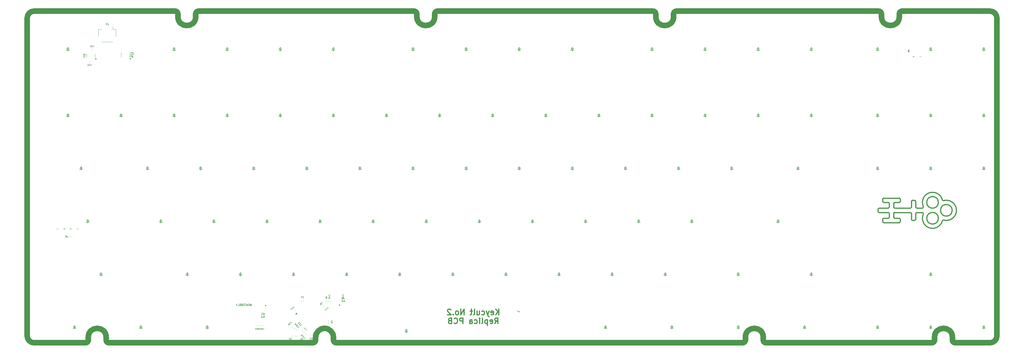
<source format=gbr>
%TF.GenerationSoftware,KiCad,Pcbnew,8.0.1*%
%TF.CreationDate,2025-12-30T01:33:59+09:00*%
%TF.ProjectId,keycultTKL_narrow,6b657963-756c-4745-944b-4c5f6e617272,rev?*%
%TF.SameCoordinates,Original*%
%TF.FileFunction,Legend,Bot*%
%TF.FilePolarity,Positive*%
%FSLAX46Y46*%
G04 Gerber Fmt 4.6, Leading zero omitted, Abs format (unit mm)*
G04 Created by KiCad (PCBNEW 8.0.1) date 2025-12-30 01:33:59*
%MOMM*%
%LPD*%
G01*
G04 APERTURE LIST*
%ADD10C,2.000000*%
%ADD11C,0.100000*%
%ADD12C,0.075000*%
%ADD13C,0.400000*%
%ADD14C,0.150000*%
%ADD15C,0.120000*%
%ADD16C,0.007937*%
%ADD17C,0.440000*%
G04 APERTURE END LIST*
D10*
X298429950Y-75325000D02*
X370992550Y-75325000D01*
X93833125Y-193637502D02*
X93833125Y-192637500D01*
X204305001Y-75325000D02*
G75*
G02*
X205305000Y-76324999I-1J-1000000D01*
G01*
X125980000Y-77325000D02*
G75*
G02*
X119580000Y-77325000I-3200000J0D01*
G01*
X211705000Y-77325000D02*
X211705000Y-76324999D01*
X297430000Y-77325000D02*
G75*
G02*
X291030000Y-77325000I-3200000J0D01*
G01*
X126979998Y-75325000D02*
X204305001Y-75325000D01*
X398442450Y-194637500D02*
G75*
G02*
X397442500Y-193637550I50J1000000D01*
G01*
X86433127Y-194637500D02*
X68005001Y-194637500D01*
X397442500Y-193637550D02*
X397442500Y-192637500D01*
X413417500Y-77824950D02*
X413417500Y-192137550D01*
X176390941Y-194637500D02*
G75*
G02*
X175390900Y-193637497I-41J1000000D01*
G01*
X291030000Y-76324950D02*
X291030000Y-77325000D01*
X413417500Y-192137550D02*
G75*
G02*
X410917550Y-194637500I-2499900J-50D01*
G01*
X378392500Y-76324950D02*
G75*
G02*
X379392450Y-75325000I1000000J-50D01*
G01*
X391042500Y-193637550D02*
G75*
G02*
X390042550Y-194637500I-1000000J50D01*
G01*
X168990937Y-192637503D02*
X168990938Y-193637496D01*
X119580000Y-76324999D02*
X119580000Y-77325000D01*
X297430000Y-76324950D02*
G75*
G02*
X298429950Y-75325000I1000000J-50D01*
G01*
X410917550Y-194637500D02*
X398442450Y-194637500D01*
X65505000Y-192137500D02*
X65505000Y-77825001D01*
X125980000Y-77325000D02*
X125980000Y-76324999D01*
X87433125Y-193637502D02*
G75*
G02*
X86433127Y-194637525I-1000025J2D01*
G01*
X379392450Y-75325000D02*
X410917550Y-75325000D01*
X87433125Y-192637500D02*
G75*
G02*
X93833125Y-192637500I3200000J0D01*
G01*
X330576850Y-194637500D02*
G75*
G02*
X329576900Y-193637500I50J1000000D01*
G01*
X125980000Y-76324999D02*
G75*
G02*
X126979998Y-75325000I1000000J-1D01*
G01*
X68005000Y-75325000D02*
X118580001Y-75325000D01*
X391042500Y-192637500D02*
X391042500Y-193637550D01*
X322164704Y-194637500D02*
X176390941Y-194637500D01*
X87433125Y-192637500D02*
X87433125Y-193637502D01*
X370992550Y-75325000D02*
G75*
G02*
X371992500Y-76324950I-50J-1000000D01*
G01*
X65505000Y-77825001D02*
G75*
G02*
X68005000Y-75325000I2500000J1D01*
G01*
X68005001Y-194637500D02*
G75*
G02*
X65505000Y-192137500I-1J2500000D01*
G01*
X175390937Y-193637497D02*
X175390937Y-192637500D01*
X211705000Y-76324999D02*
G75*
G02*
X212704998Y-75325000I1000000J-1D01*
G01*
X290030050Y-75325000D02*
G75*
G02*
X291030000Y-76324950I-50J-1000000D01*
G01*
X297430000Y-77325000D02*
X297430000Y-76324950D01*
X329576875Y-193637500D02*
X329576875Y-192629500D01*
X211705000Y-77325000D02*
G75*
G02*
X205305000Y-77325000I-3200000J0D01*
G01*
X167990935Y-194637500D02*
X94833124Y-194637500D01*
X323176875Y-192637510D02*
X323176875Y-193637650D01*
X118580001Y-75325000D02*
G75*
G02*
X119580000Y-76324999I-1J-1000000D01*
G01*
X378392500Y-77325000D02*
G75*
G02*
X371992500Y-77325000I-3200000J0D01*
G01*
X323176875Y-192637510D02*
G75*
G02*
X329576915Y-192629500I3200025J10D01*
G01*
X168990937Y-192637503D02*
G75*
G02*
X175390863Y-192637500I3199963J3D01*
G01*
X391042500Y-192637500D02*
G75*
G02*
X397442500Y-192637500I3200000J0D01*
G01*
X212704998Y-75325000D02*
X290030050Y-75325000D01*
X371992500Y-76324950D02*
X371992500Y-77325000D01*
X410917550Y-75325000D02*
G75*
G02*
X413417500Y-77824950I50J-2499900D01*
G01*
X168990938Y-193637496D02*
G75*
G02*
X167990935Y-194637538I-1000038J-4D01*
G01*
X94833124Y-194637500D02*
G75*
G02*
X93833100Y-193637502I-24J1000000D01*
G01*
X378392500Y-77325000D02*
X378392500Y-76324950D01*
X205305000Y-76324999D02*
X205305000Y-77325000D01*
X323176875Y-193637650D02*
G75*
G02*
X322164704Y-194637501I-999975J50D01*
G01*
X390042550Y-194637500D02*
X330576850Y-194637500D01*
D11*
X386373451Y-91676466D02*
X385611547Y-91676466D01*
X383848451Y-91676466D02*
X383086547Y-91676466D01*
X383467499Y-92057419D02*
X383467499Y-91295514D01*
X79179701Y-153588966D02*
X78417797Y-153588966D01*
X78798749Y-153969919D02*
X78798749Y-153208014D01*
X76654701Y-153588966D02*
X75892797Y-153588966D01*
X83954701Y-153588966D02*
X83192797Y-153588966D01*
X81429701Y-153588966D02*
X80667797Y-153588966D01*
X81048749Y-153969919D02*
X81048749Y-153208014D01*
D12*
G36*
X174028947Y-177761745D02*
G01*
X174025668Y-177732325D01*
X174037717Y-177704278D01*
X174058696Y-177683489D01*
X174059575Y-177682757D01*
X174084475Y-177662948D01*
X174104158Y-177640165D01*
X174119509Y-177611038D01*
X174126397Y-177579235D01*
X174126693Y-177570942D01*
X174122682Y-177540625D01*
X174111171Y-177512395D01*
X174092945Y-177486854D01*
X174068789Y-177464605D01*
X174039488Y-177446251D01*
X174005827Y-177432395D01*
X173968591Y-177423639D01*
X173938789Y-177420782D01*
X173928563Y-177420586D01*
X173898552Y-177422317D01*
X173860733Y-177429704D01*
X173826171Y-177442342D01*
X173795684Y-177459628D01*
X173770091Y-177480959D01*
X173750207Y-177505734D01*
X173736851Y-177533349D01*
X173730839Y-177563200D01*
X173730580Y-177570942D01*
X173734933Y-177602117D01*
X173747398Y-177631138D01*
X173767081Y-177657325D01*
X173789020Y-177676998D01*
X173810448Y-177691110D01*
X173834009Y-177711949D01*
X173845118Y-177741434D01*
X173841076Y-177765115D01*
X173822538Y-177789177D01*
X173795311Y-177800569D01*
X173767949Y-177795304D01*
X173767070Y-177794424D01*
X173736172Y-177775463D01*
X173708323Y-177753385D01*
X173683855Y-177728466D01*
X173663096Y-177700983D01*
X173646376Y-177671213D01*
X173634025Y-177639432D01*
X173626372Y-177605916D01*
X173623748Y-177570942D01*
X173627263Y-177530452D01*
X173637462Y-177491950D01*
X173653825Y-177455873D01*
X173675835Y-177422655D01*
X173702972Y-177392732D01*
X173734718Y-177366540D01*
X173770555Y-177344513D01*
X173809962Y-177327088D01*
X173837962Y-177318242D01*
X173867164Y-177311764D01*
X173897416Y-177307783D01*
X173928563Y-177306427D01*
X173959880Y-177307793D01*
X173990257Y-177311800D01*
X174019546Y-177318318D01*
X174047597Y-177327211D01*
X174087028Y-177344718D01*
X174122834Y-177366824D01*
X174154514Y-177393081D01*
X174181562Y-177423041D01*
X174203477Y-177456256D01*
X174219753Y-177492277D01*
X174229888Y-177530655D01*
X174233378Y-177570942D01*
X174230947Y-177604447D01*
X174223848Y-177636748D01*
X174212374Y-177667576D01*
X174196815Y-177696660D01*
X174177465Y-177723732D01*
X174154615Y-177748521D01*
X174128556Y-177770759D01*
X174099582Y-177790175D01*
X174069775Y-177795837D01*
X174041900Y-177781066D01*
X174028947Y-177761745D01*
G37*
G36*
X174172122Y-178054396D02*
G01*
X174201200Y-178061645D01*
X174224447Y-178083412D01*
X174233298Y-178111781D01*
X174233378Y-178114920D01*
X174225930Y-178143998D01*
X174203765Y-178167244D01*
X174175251Y-178176095D01*
X174172122Y-178176176D01*
X173684858Y-178176176D01*
X173655057Y-178169087D01*
X173635130Y-178146800D01*
X173630343Y-178121661D01*
X173636944Y-178090770D01*
X173657233Y-178069000D01*
X173683246Y-178052784D01*
X173705093Y-178031847D01*
X173720855Y-178006844D01*
X173731166Y-177982149D01*
X173747783Y-177956891D01*
X173774348Y-177941401D01*
X173784069Y-177940091D01*
X173811986Y-177951632D01*
X173827740Y-177977900D01*
X173830283Y-178008033D01*
X173830231Y-178035052D01*
X173853770Y-178054269D01*
X173863057Y-178054396D01*
X174172122Y-178054396D01*
G37*
G36*
X173978904Y-178357676D02*
G01*
X174011475Y-178361638D01*
X174041495Y-178367661D01*
X174081808Y-178380368D01*
X174116547Y-178397220D01*
X174145811Y-178417923D01*
X174169697Y-178442184D01*
X174188306Y-178469709D01*
X174201735Y-178500202D01*
X174210083Y-178533370D01*
X174213448Y-178568918D01*
X174213512Y-178580146D01*
X174210909Y-178612481D01*
X174204298Y-178642625D01*
X174193911Y-178670364D01*
X174174592Y-178703230D01*
X174149528Y-178730919D01*
X174119273Y-178752919D01*
X174084379Y-178768714D01*
X174055497Y-178776180D01*
X174024551Y-178779651D01*
X173997302Y-178779324D01*
X173960692Y-178774033D01*
X173925140Y-178762988D01*
X173892145Y-178745961D01*
X173863206Y-178722726D01*
X173839821Y-178693057D01*
X173826831Y-178666445D01*
X173818441Y-178635991D01*
X173815284Y-178601598D01*
X173815808Y-178576392D01*
X173905995Y-178576392D01*
X173906248Y-178582899D01*
X173912212Y-178612007D01*
X173927966Y-178639612D01*
X173950401Y-178659544D01*
X173981208Y-178673546D01*
X174012681Y-178678095D01*
X174021393Y-178677710D01*
X174053533Y-178670233D01*
X174080188Y-178656125D01*
X174102593Y-178634773D01*
X174117501Y-178606050D01*
X174121857Y-178576392D01*
X174121342Y-178566952D01*
X174111819Y-178534979D01*
X174094897Y-178510693D01*
X174070825Y-178491392D01*
X174040491Y-178479069D01*
X174011069Y-178475569D01*
X173979500Y-178480553D01*
X173951844Y-178494178D01*
X173929508Y-178514448D01*
X173912054Y-178543837D01*
X173905995Y-178576392D01*
X173815808Y-178576392D01*
X173815814Y-178576116D01*
X173819309Y-178541684D01*
X173827083Y-178508297D01*
X173835507Y-178479819D01*
X173816527Y-178481787D01*
X173788147Y-178492163D01*
X173762356Y-178506898D01*
X173738930Y-178526882D01*
X173721911Y-178551846D01*
X173715339Y-178581521D01*
X173716755Y-178603582D01*
X173726738Y-178633938D01*
X173748002Y-178656059D01*
X173772492Y-178674724D01*
X173781512Y-178684926D01*
X173791288Y-178713278D01*
X173784216Y-178741842D01*
X173778825Y-178749401D01*
X173752507Y-178762342D01*
X173722960Y-178758695D01*
X173696032Y-178745453D01*
X173672349Y-178726236D01*
X173652450Y-178701101D01*
X173636877Y-178670105D01*
X173627895Y-178641127D01*
X173622303Y-178608463D01*
X173620378Y-178572142D01*
X173621916Y-178549452D01*
X173629727Y-178517183D01*
X173643635Y-178487224D01*
X173663071Y-178459788D01*
X173687464Y-178435089D01*
X173716244Y-178413339D01*
X173748841Y-178394751D01*
X173784685Y-178379538D01*
X173823206Y-178367913D01*
X173863832Y-178360090D01*
X173905995Y-178356281D01*
X173943754Y-178355861D01*
X173978904Y-178357676D01*
G37*
G36*
X174898947Y-187088510D02*
G01*
X174895668Y-187059090D01*
X174907717Y-187031043D01*
X174928696Y-187010254D01*
X174929575Y-187009522D01*
X174954475Y-186989713D01*
X174974158Y-186966930D01*
X174989509Y-186937803D01*
X174996397Y-186906000D01*
X174996693Y-186897707D01*
X174992682Y-186867390D01*
X174981171Y-186839160D01*
X174962945Y-186813619D01*
X174938789Y-186791370D01*
X174909488Y-186773016D01*
X174875827Y-186759160D01*
X174838591Y-186750404D01*
X174808789Y-186747547D01*
X174798563Y-186747351D01*
X174768552Y-186749082D01*
X174730733Y-186756469D01*
X174696171Y-186769107D01*
X174665684Y-186786393D01*
X174640091Y-186807724D01*
X174620207Y-186832499D01*
X174606851Y-186860114D01*
X174600839Y-186889965D01*
X174600580Y-186897707D01*
X174604933Y-186928882D01*
X174617398Y-186957903D01*
X174637081Y-186984090D01*
X174659020Y-187003763D01*
X174680448Y-187017875D01*
X174704009Y-187038714D01*
X174715118Y-187068199D01*
X174711076Y-187091880D01*
X174692538Y-187115942D01*
X174665311Y-187127334D01*
X174637949Y-187122069D01*
X174637070Y-187121189D01*
X174606172Y-187102228D01*
X174578323Y-187080150D01*
X174553855Y-187055231D01*
X174533096Y-187027748D01*
X174516376Y-186997978D01*
X174504025Y-186966197D01*
X174496372Y-186932681D01*
X174493748Y-186897707D01*
X174497263Y-186857217D01*
X174507462Y-186818715D01*
X174523825Y-186782638D01*
X174545835Y-186749420D01*
X174572972Y-186719497D01*
X174604718Y-186693305D01*
X174640555Y-186671278D01*
X174679962Y-186653853D01*
X174707962Y-186645007D01*
X174737164Y-186638529D01*
X174767416Y-186634548D01*
X174798563Y-186633192D01*
X174829880Y-186634558D01*
X174860257Y-186638565D01*
X174889546Y-186645083D01*
X174917597Y-186653976D01*
X174957028Y-186671483D01*
X174992834Y-186693589D01*
X175024514Y-186719846D01*
X175051562Y-186749806D01*
X175073477Y-186783021D01*
X175089753Y-186819042D01*
X175099888Y-186857420D01*
X175103378Y-186897707D01*
X175100947Y-186931212D01*
X175093848Y-186963513D01*
X175082374Y-186994341D01*
X175066815Y-187023425D01*
X175047465Y-187050497D01*
X175024615Y-187075286D01*
X174998556Y-187097524D01*
X174969582Y-187116940D01*
X174939775Y-187122602D01*
X174911900Y-187107831D01*
X174898947Y-187088510D01*
G37*
G36*
X174623588Y-187353464D02*
G01*
X174623867Y-187385070D01*
X174624392Y-187415571D01*
X174624694Y-187446005D01*
X174624303Y-187477414D01*
X174623588Y-187496200D01*
X174617398Y-187526474D01*
X174595381Y-187546752D01*
X174575667Y-187549982D01*
X174544960Y-187541763D01*
X174526106Y-187518706D01*
X174521885Y-187496200D01*
X174521453Y-187463334D01*
X174521503Y-187430793D01*
X174521786Y-187398537D01*
X174522054Y-187366524D01*
X174522059Y-187334716D01*
X174521553Y-187303071D01*
X174521152Y-187290450D01*
X174529186Y-187261165D01*
X174553045Y-187243653D01*
X174557203Y-187242529D01*
X174590811Y-187235410D01*
X174621041Y-187229424D01*
X174654930Y-187223130D01*
X174688618Y-187217099D01*
X174718374Y-187211734D01*
X174751229Y-187205600D01*
X174782095Y-187201872D01*
X174812459Y-187208690D01*
X174826700Y-187221573D01*
X174839078Y-187249461D01*
X174839566Y-187281049D01*
X174830803Y-187300561D01*
X174815759Y-187326319D01*
X174806586Y-187356939D01*
X174803306Y-187389407D01*
X174803253Y-187401385D01*
X174807756Y-187430562D01*
X174821937Y-187458893D01*
X174844427Y-187479918D01*
X174873854Y-187492424D01*
X174898361Y-187495467D01*
X174928044Y-187491207D01*
X174954925Y-187478324D01*
X174977254Y-187457902D01*
X174993281Y-187431026D01*
X175001256Y-187398779D01*
X175001822Y-187387023D01*
X174998191Y-187354156D01*
X174987389Y-187325587D01*
X174967411Y-187302493D01*
X174940859Y-187290450D01*
X174912701Y-187277626D01*
X174893230Y-187252566D01*
X174890008Y-187228314D01*
X174903540Y-187200173D01*
X174928374Y-187184237D01*
X174960069Y-187180068D01*
X174963427Y-187180394D01*
X174993718Y-187187247D01*
X175020967Y-187200047D01*
X175044867Y-187218532D01*
X175065112Y-187242438D01*
X175081392Y-187271503D01*
X175093402Y-187305464D01*
X175100833Y-187344058D01*
X175103217Y-187375887D01*
X175103378Y-187387023D01*
X175101828Y-187418316D01*
X175094159Y-187459865D01*
X175080982Y-187495309D01*
X175063313Y-187525056D01*
X175042169Y-187549512D01*
X175018565Y-187569087D01*
X174985026Y-187588299D01*
X174951331Y-187600524D01*
X174919891Y-187606729D01*
X174899240Y-187608014D01*
X174865090Y-187604613D01*
X174831131Y-187594679D01*
X174798707Y-187578617D01*
X174769163Y-187556833D01*
X174743843Y-187529733D01*
X174724093Y-187497720D01*
X174711257Y-187461202D01*
X174706976Y-187431099D01*
X174706679Y-187420582D01*
X174709066Y-187390367D01*
X174714346Y-187361081D01*
X174719282Y-187334120D01*
X174701697Y-187315656D01*
X174672497Y-187324119D01*
X174642568Y-187332358D01*
X174636044Y-187334120D01*
X174623588Y-187353464D01*
G37*
G36*
X160041973Y-187609319D02*
G01*
X160060457Y-187586197D01*
X160088809Y-187574885D01*
X160118344Y-187575020D01*
X160119484Y-187575124D01*
X160151097Y-187578724D01*
X160181125Y-187576532D01*
X160212576Y-187566790D01*
X160239934Y-187549173D01*
X160246008Y-187543518D01*
X160264609Y-187519245D01*
X160276431Y-187491143D01*
X160281604Y-187460195D01*
X160280255Y-187427382D01*
X160272515Y-187393685D01*
X160258511Y-187360085D01*
X160238372Y-187327564D01*
X160219319Y-187304471D01*
X160212227Y-187297102D01*
X160189782Y-187277105D01*
X160157816Y-187255586D01*
X160124441Y-187240083D01*
X160090660Y-187230749D01*
X160057479Y-187227735D01*
X160025901Y-187231193D01*
X159996930Y-187241275D01*
X159971571Y-187258133D01*
X159965914Y-187263424D01*
X159946948Y-187288546D01*
X159935240Y-187317881D01*
X159930641Y-187350316D01*
X159932244Y-187379740D01*
X159937417Y-187404870D01*
X159939342Y-187436266D01*
X159926348Y-187464971D01*
X159906745Y-187478857D01*
X159876622Y-187482763D01*
X159849315Y-187471567D01*
X159833690Y-187448496D01*
X159833690Y-187447252D01*
X159825249Y-187411996D01*
X159821169Y-187376693D01*
X159821488Y-187341771D01*
X159826242Y-187307658D01*
X159835470Y-187274785D01*
X159849209Y-187243579D01*
X159867497Y-187214468D01*
X159890372Y-187187883D01*
X159921488Y-187161737D01*
X159955925Y-187141724D01*
X159993006Y-187127784D01*
X160032058Y-187119859D01*
X160072406Y-187117889D01*
X160113374Y-187121816D01*
X160154289Y-187131581D01*
X160194476Y-187147125D01*
X160220530Y-187160669D01*
X160245759Y-187176737D01*
X160269966Y-187195313D01*
X160292949Y-187216379D01*
X160314128Y-187239489D01*
X160332774Y-187263803D01*
X160348876Y-187289121D01*
X160362422Y-187315246D01*
X160377925Y-187355506D01*
X160387613Y-187396456D01*
X160391447Y-187437424D01*
X160389388Y-187477735D01*
X160381397Y-187516717D01*
X160367436Y-187553697D01*
X160347465Y-187588001D01*
X160321446Y-187618956D01*
X160296035Y-187640929D01*
X160268175Y-187658749D01*
X160238263Y-187672434D01*
X160206696Y-187681998D01*
X160173870Y-187687458D01*
X160140184Y-187688829D01*
X160106034Y-187686128D01*
X160071817Y-187679369D01*
X160046736Y-187662296D01*
X160037470Y-187632141D01*
X160041973Y-187609319D01*
G37*
G36*
X159936277Y-187917496D02*
G01*
X159951713Y-187943182D01*
X159952759Y-187975012D01*
X159938958Y-188001330D01*
X159936795Y-188003607D01*
X159910968Y-188018901D01*
X159878856Y-188019666D01*
X159852435Y-188005762D01*
X159850166Y-188003607D01*
X159505618Y-187659059D01*
X159489559Y-187632973D01*
X159491227Y-187603124D01*
X159505618Y-187581963D01*
X159532129Y-187564787D01*
X159561869Y-187563741D01*
X159591729Y-187570668D01*
X159621982Y-187571311D01*
X159650808Y-187564776D01*
X159675561Y-187554606D01*
X159705171Y-187548496D01*
X159734908Y-187556327D01*
X159742709Y-187562274D01*
X159754288Y-187590175D01*
X159746854Y-187619889D01*
X159727344Y-187642994D01*
X159708202Y-187662064D01*
X159711258Y-187692296D01*
X159717735Y-187698954D01*
X159936277Y-187917496D01*
G37*
G36*
X159350377Y-187839918D02*
G01*
X159389478Y-187845712D01*
X159428826Y-187857044D01*
X159467776Y-187873825D01*
X159505682Y-187895966D01*
X159530055Y-187913661D01*
X159553485Y-187933674D01*
X159564787Y-187944541D01*
X159586068Y-187967548D01*
X159605014Y-187991562D01*
X159621602Y-188016395D01*
X159642013Y-188054768D01*
X159656990Y-188093925D01*
X159666455Y-188133231D01*
X159670331Y-188172053D01*
X159668540Y-188209755D01*
X159661006Y-188245702D01*
X159647651Y-188279259D01*
X159628398Y-188309793D01*
X159612247Y-188328155D01*
X159584238Y-188351228D01*
X159552748Y-188368384D01*
X159518416Y-188379698D01*
X159481880Y-188385243D01*
X159443779Y-188385092D01*
X159404751Y-188379318D01*
X159365437Y-188367994D01*
X159326474Y-188351194D01*
X159288502Y-188328991D01*
X159264053Y-188311223D01*
X159240517Y-188291108D01*
X159229151Y-188280178D01*
X159207990Y-188257289D01*
X159189135Y-188233362D01*
X159172610Y-188208588D01*
X159152247Y-188170261D01*
X159137267Y-188131113D01*
X159127754Y-188091792D01*
X159123792Y-188052949D01*
X159124796Y-188030333D01*
X159226761Y-188030333D01*
X159228387Y-188065164D01*
X159237648Y-188093936D01*
X159253067Y-188123181D01*
X159273794Y-188152592D01*
X159298981Y-188181861D01*
X159312982Y-188196346D01*
X159334925Y-188217185D01*
X159364391Y-188241470D01*
X159393837Y-188260997D01*
X159422976Y-188274941D01*
X159451527Y-188282475D01*
X159485952Y-188281622D01*
X159518458Y-188267851D01*
X159536809Y-188252717D01*
X159556013Y-188227841D01*
X159567257Y-188194721D01*
X159565840Y-188159857D01*
X159556685Y-188131075D01*
X159541301Y-188101799D01*
X159520522Y-188072307D01*
X159495181Y-188042875D01*
X159481059Y-188028269D01*
X159459286Y-188007600D01*
X159429947Y-187983455D01*
X159400530Y-187963994D01*
X159371336Y-187950073D01*
X159342664Y-187942550D01*
X159308016Y-187943445D01*
X159275239Y-187957345D01*
X159256715Y-187972623D01*
X159237741Y-187997320D01*
X159226761Y-188030333D01*
X159124796Y-188030333D01*
X159125466Y-188015233D01*
X159132859Y-187979294D01*
X159146055Y-187945781D01*
X159165138Y-187915344D01*
X159181173Y-187897082D01*
X159209355Y-187873870D01*
X159241012Y-187856636D01*
X159275499Y-187845291D01*
X159312169Y-187839748D01*
X159350377Y-187839918D01*
G37*
G36*
X79856367Y-156310381D02*
G01*
X79889660Y-156323405D01*
X79921429Y-156342734D01*
X79950895Y-156367969D01*
X80089855Y-156506928D01*
X80105176Y-156532581D01*
X80105762Y-156564314D01*
X80091445Y-156590821D01*
X80089233Y-156593143D01*
X79742923Y-156939453D01*
X79717236Y-156954888D01*
X79685407Y-156955935D01*
X79659089Y-156942134D01*
X79656812Y-156939971D01*
X79641517Y-156914143D01*
X79640753Y-156882032D01*
X79654657Y-156855611D01*
X79656812Y-156853342D01*
X79773907Y-156736247D01*
X79777430Y-156711378D01*
X79725722Y-156658426D01*
X79702603Y-156639446D01*
X79674800Y-156626795D01*
X79643830Y-156624588D01*
X79612305Y-156634492D01*
X79587303Y-156651366D01*
X79578991Y-156659048D01*
X79520754Y-156717284D01*
X79495068Y-156732720D01*
X79463238Y-156733766D01*
X79436920Y-156719965D01*
X79434643Y-156717802D01*
X79419349Y-156691975D01*
X79418584Y-156659863D01*
X79432488Y-156633442D01*
X79434643Y-156631173D01*
X79492880Y-156572937D01*
X79517632Y-156551124D01*
X79544627Y-156533168D01*
X79573089Y-156520171D01*
X79602243Y-156513235D01*
X79636098Y-156514275D01*
X79640854Y-156515322D01*
X79655569Y-156501644D01*
X79655342Y-156500390D01*
X79735432Y-156500390D01*
X79740287Y-156531276D01*
X79755416Y-156560997D01*
X79768518Y-156576460D01*
X79836288Y-156644230D01*
X79864370Y-156647027D01*
X79957838Y-156552316D01*
X79956180Y-156524337D01*
X79888410Y-156456567D01*
X79864784Y-156438060D01*
X79834639Y-156425652D01*
X79804114Y-156423587D01*
X79775728Y-156432341D01*
X79758156Y-156445480D01*
X79741254Y-156470927D01*
X79735432Y-156500390D01*
X79655342Y-156500390D01*
X79650321Y-156472677D01*
X79650744Y-156439354D01*
X79659058Y-156406826D01*
X79673136Y-156379804D01*
X79694220Y-156353773D01*
X79723482Y-156329298D01*
X79755105Y-156313120D01*
X79788312Y-156304840D01*
X79822325Y-156304060D01*
X79856367Y-156310381D01*
G37*
G36*
X79539614Y-156153572D02*
G01*
X79517067Y-156131421D01*
X79495129Y-156110226D01*
X79473395Y-156088918D01*
X79451462Y-156066432D01*
X79438685Y-156052643D01*
X79421655Y-156026859D01*
X79422884Y-155996952D01*
X79434540Y-155980729D01*
X79462064Y-155964827D01*
X79491700Y-155967799D01*
X79510599Y-155980729D01*
X79534144Y-156003663D01*
X79557119Y-156026708D01*
X79579728Y-156049717D01*
X79602175Y-156072543D01*
X79624663Y-156095038D01*
X79647397Y-156117057D01*
X79656605Y-156125698D01*
X79671631Y-156152086D01*
X79667143Y-156181339D01*
X79664998Y-156185074D01*
X79646268Y-156213873D01*
X79629124Y-156239481D01*
X79609612Y-156267895D01*
X79590055Y-156295981D01*
X79572809Y-156320815D01*
X79553914Y-156348385D01*
X79534724Y-156372846D01*
X79508433Y-156389496D01*
X79489253Y-156390456D01*
X79460781Y-156379488D01*
X79438100Y-156357497D01*
X79430498Y-156337504D01*
X79422923Y-156308653D01*
X79407758Y-156280515D01*
X79387118Y-156255237D01*
X79378687Y-156246730D01*
X79354871Y-156229283D01*
X79324810Y-156219278D01*
X79294040Y-156220313D01*
X79264390Y-156232278D01*
X79244909Y-156247455D01*
X79226933Y-156271457D01*
X79217034Y-156299574D01*
X79215685Y-156329804D01*
X79223357Y-156360141D01*
X79240520Y-156388582D01*
X79248432Y-156397295D01*
X79274240Y-156417968D01*
X79302080Y-156430531D01*
X79332536Y-156432734D01*
X79359827Y-156422475D01*
X79388805Y-156411632D01*
X79420293Y-156415584D01*
X79439721Y-156430454D01*
X79450051Y-156459922D01*
X79443759Y-156488751D01*
X79424295Y-156514111D01*
X79421690Y-156516255D01*
X79395426Y-156532827D01*
X79367107Y-156543044D01*
X79337136Y-156546874D01*
X79305917Y-156544285D01*
X79273853Y-156535245D01*
X79241347Y-156519723D01*
X79208802Y-156497687D01*
X79184610Y-156476867D01*
X79176621Y-156469106D01*
X79155590Y-156445882D01*
X79131633Y-156411080D01*
X79115888Y-156376700D01*
X79107348Y-156343172D01*
X79105006Y-156310927D01*
X79107854Y-156280395D01*
X79117986Y-156243095D01*
X79133167Y-156210625D01*
X79151010Y-156184005D01*
X79164704Y-156168494D01*
X79191257Y-156146752D01*
X79222295Y-156129763D01*
X79256579Y-156118193D01*
X79292873Y-156112706D01*
X79329940Y-156113965D01*
X79366542Y-156122636D01*
X79401441Y-156139382D01*
X79425753Y-156157640D01*
X79433400Y-156164867D01*
X79453077Y-156187921D01*
X79470053Y-156212363D01*
X79485626Y-156234917D01*
X79511117Y-156235539D01*
X79525780Y-156208907D01*
X79541118Y-156181918D01*
X79544484Y-156176059D01*
X79539614Y-156153572D01*
G37*
G36*
X382059606Y-89180940D02*
G01*
X382082852Y-89202707D01*
X382091703Y-89231076D01*
X382091784Y-89234215D01*
X382084336Y-89263293D01*
X382062171Y-89286540D01*
X382033656Y-89295391D01*
X382030528Y-89295471D01*
X381864931Y-89295471D01*
X381844854Y-89310565D01*
X381843975Y-89384571D01*
X381846901Y-89414339D01*
X381857616Y-89442945D01*
X381877954Y-89466405D01*
X381907249Y-89481692D01*
X381936860Y-89487440D01*
X381948169Y-89487886D01*
X382030528Y-89487886D01*
X382059606Y-89495134D01*
X382082852Y-89516901D01*
X382091703Y-89545270D01*
X382091784Y-89548409D01*
X382084336Y-89577487D01*
X382062171Y-89600734D01*
X382033656Y-89609585D01*
X382030528Y-89609665D01*
X381948169Y-89609665D01*
X381915242Y-89607586D01*
X381883457Y-89601195D01*
X381854142Y-89590260D01*
X381828622Y-89574549D01*
X381805418Y-89549874D01*
X381802796Y-89545771D01*
X381782719Y-89545038D01*
X381765947Y-89569232D01*
X381742086Y-89592495D01*
X381713206Y-89609617D01*
X381684143Y-89618770D01*
X381650828Y-89622268D01*
X381612830Y-89618883D01*
X381579030Y-89607961D01*
X381549694Y-89590336D01*
X381525092Y-89566837D01*
X381505490Y-89538296D01*
X381491157Y-89505544D01*
X381482361Y-89469413D01*
X381479369Y-89430733D01*
X381479369Y-89412268D01*
X381586201Y-89412268D01*
X381589821Y-89442061D01*
X381602363Y-89472151D01*
X381622487Y-89495195D01*
X381648749Y-89509078D01*
X381670465Y-89512212D01*
X381700411Y-89506170D01*
X381725360Y-89489453D01*
X381743767Y-89464180D01*
X381754085Y-89432467D01*
X381755755Y-89412268D01*
X381755755Y-89316427D01*
X381737876Y-89294592D01*
X381604812Y-89295471D01*
X381586201Y-89316427D01*
X381586201Y-89412268D01*
X381479369Y-89412268D01*
X381479369Y-89234215D01*
X381486674Y-89205242D01*
X381508699Y-89182389D01*
X381537566Y-89173770D01*
X381540772Y-89173692D01*
X382030528Y-89173692D01*
X382059606Y-89180940D01*
G37*
G36*
X381950696Y-89699672D02*
G01*
X381985735Y-89712790D01*
X382017277Y-89733563D01*
X382044633Y-89761102D01*
X382061986Y-89785659D01*
X382076305Y-89813143D01*
X382087298Y-89843179D01*
X382094674Y-89875391D01*
X382098142Y-89909403D01*
X382098378Y-89921075D01*
X382096279Y-89955344D01*
X382090173Y-89987994D01*
X382080354Y-90018643D01*
X382067111Y-90046907D01*
X382050737Y-90072405D01*
X382031522Y-90094754D01*
X382001986Y-90118992D01*
X381968610Y-90136045D01*
X381932082Y-90145006D01*
X381912852Y-90146169D01*
X381879523Y-90142593D01*
X381848205Y-90132540D01*
X381819477Y-90117023D01*
X381793919Y-90097054D01*
X381780960Y-90084034D01*
X381751541Y-90077884D01*
X381745643Y-90082275D01*
X381719842Y-90099605D01*
X381691084Y-90113416D01*
X381662804Y-90122330D01*
X381638518Y-90125213D01*
X381606266Y-90121058D01*
X381576309Y-90109143D01*
X381549265Y-90090298D01*
X381525751Y-90065349D01*
X381506386Y-90035124D01*
X381491789Y-90000452D01*
X381484342Y-89972027D01*
X381480184Y-89941914D01*
X381479369Y-89921075D01*
X381570228Y-89921075D01*
X381575089Y-89951470D01*
X381591012Y-89980697D01*
X381615478Y-90001175D01*
X381645865Y-90009911D01*
X381649949Y-90010028D01*
X381681907Y-90002971D01*
X381707779Y-89983796D01*
X381725106Y-89955499D01*
X381731324Y-89925611D01*
X381731428Y-89921075D01*
X381817011Y-89921075D01*
X381821403Y-89954127D01*
X381833664Y-89983326D01*
X381852421Y-90007109D01*
X381880681Y-90025920D01*
X381913731Y-90032743D01*
X381943035Y-90027687D01*
X381968754Y-90013562D01*
X381989589Y-89991933D01*
X382004241Y-89964365D01*
X382011413Y-89932423D01*
X382011916Y-89921075D01*
X382007527Y-89887547D01*
X381995224Y-89858048D01*
X381976306Y-89834101D01*
X381952071Y-89817231D01*
X381923817Y-89808962D01*
X381913731Y-89808381D01*
X381880681Y-89815214D01*
X381852421Y-89834101D01*
X381833664Y-89858048D01*
X381821403Y-89887547D01*
X381817011Y-89921075D01*
X381731428Y-89921075D01*
X381726548Y-89890143D01*
X381713008Y-89863846D01*
X381689042Y-89841959D01*
X381658374Y-89831560D01*
X381649949Y-89831096D01*
X381619007Y-89838169D01*
X381593657Y-89857456D01*
X381576522Y-89886057D01*
X381570332Y-89916446D01*
X381570228Y-89921075D01*
X381479369Y-89921075D01*
X381481188Y-89889807D01*
X381486471Y-89860035D01*
X381498453Y-89823263D01*
X381515511Y-89790582D01*
X381537028Y-89762809D01*
X381562384Y-89740762D01*
X381590962Y-89725257D01*
X381622144Y-89717114D01*
X381638518Y-89716057D01*
X381671001Y-89720486D01*
X381702522Y-89731371D01*
X381728822Y-89745115D01*
X381745643Y-89758116D01*
X381775026Y-89763404D01*
X381780960Y-89757237D01*
X381804447Y-89735119D01*
X381831434Y-89716932D01*
X381861343Y-89703659D01*
X381893594Y-89696286D01*
X381912852Y-89695101D01*
X381950696Y-89699672D01*
G37*
D13*
X233191667Y-187679438D02*
X233858334Y-186727057D01*
X234334524Y-187679438D02*
X234334524Y-185679438D01*
X234334524Y-185679438D02*
X233572619Y-185679438D01*
X233572619Y-185679438D02*
X233382143Y-185774676D01*
X233382143Y-185774676D02*
X233286905Y-185869914D01*
X233286905Y-185869914D02*
X233191667Y-186060390D01*
X233191667Y-186060390D02*
X233191667Y-186346104D01*
X233191667Y-186346104D02*
X233286905Y-186536580D01*
X233286905Y-186536580D02*
X233382143Y-186631819D01*
X233382143Y-186631819D02*
X233572619Y-186727057D01*
X233572619Y-186727057D02*
X234334524Y-186727057D01*
X231572619Y-187584200D02*
X231763095Y-187679438D01*
X231763095Y-187679438D02*
X232144048Y-187679438D01*
X232144048Y-187679438D02*
X232334524Y-187584200D01*
X232334524Y-187584200D02*
X232429762Y-187393723D01*
X232429762Y-187393723D02*
X232429762Y-186631819D01*
X232429762Y-186631819D02*
X232334524Y-186441342D01*
X232334524Y-186441342D02*
X232144048Y-186346104D01*
X232144048Y-186346104D02*
X231763095Y-186346104D01*
X231763095Y-186346104D02*
X231572619Y-186441342D01*
X231572619Y-186441342D02*
X231477381Y-186631819D01*
X231477381Y-186631819D02*
X231477381Y-186822295D01*
X231477381Y-186822295D02*
X232429762Y-187012771D01*
X230620238Y-186346104D02*
X230620238Y-188346104D01*
X230620238Y-186441342D02*
X230429762Y-186346104D01*
X230429762Y-186346104D02*
X230048809Y-186346104D01*
X230048809Y-186346104D02*
X229858333Y-186441342D01*
X229858333Y-186441342D02*
X229763095Y-186536580D01*
X229763095Y-186536580D02*
X229667857Y-186727057D01*
X229667857Y-186727057D02*
X229667857Y-187298485D01*
X229667857Y-187298485D02*
X229763095Y-187488961D01*
X229763095Y-187488961D02*
X229858333Y-187584200D01*
X229858333Y-187584200D02*
X230048809Y-187679438D01*
X230048809Y-187679438D02*
X230429762Y-187679438D01*
X230429762Y-187679438D02*
X230620238Y-187584200D01*
X228525000Y-187679438D02*
X228715476Y-187584200D01*
X228715476Y-187584200D02*
X228810714Y-187393723D01*
X228810714Y-187393723D02*
X228810714Y-185679438D01*
X227763095Y-187679438D02*
X227763095Y-186346104D01*
X227763095Y-185679438D02*
X227858333Y-185774676D01*
X227858333Y-185774676D02*
X227763095Y-185869914D01*
X227763095Y-185869914D02*
X227667857Y-185774676D01*
X227667857Y-185774676D02*
X227763095Y-185679438D01*
X227763095Y-185679438D02*
X227763095Y-185869914D01*
X225953571Y-187584200D02*
X226144047Y-187679438D01*
X226144047Y-187679438D02*
X226525000Y-187679438D01*
X226525000Y-187679438D02*
X226715476Y-187584200D01*
X226715476Y-187584200D02*
X226810714Y-187488961D01*
X226810714Y-187488961D02*
X226905952Y-187298485D01*
X226905952Y-187298485D02*
X226905952Y-186727057D01*
X226905952Y-186727057D02*
X226810714Y-186536580D01*
X226810714Y-186536580D02*
X226715476Y-186441342D01*
X226715476Y-186441342D02*
X226525000Y-186346104D01*
X226525000Y-186346104D02*
X226144047Y-186346104D01*
X226144047Y-186346104D02*
X225953571Y-186441342D01*
X224239285Y-187679438D02*
X224239285Y-186631819D01*
X224239285Y-186631819D02*
X224334523Y-186441342D01*
X224334523Y-186441342D02*
X224524999Y-186346104D01*
X224524999Y-186346104D02*
X224905952Y-186346104D01*
X224905952Y-186346104D02*
X225096428Y-186441342D01*
X224239285Y-187584200D02*
X224429761Y-187679438D01*
X224429761Y-187679438D02*
X224905952Y-187679438D01*
X224905952Y-187679438D02*
X225096428Y-187584200D01*
X225096428Y-187584200D02*
X225191666Y-187393723D01*
X225191666Y-187393723D02*
X225191666Y-187203247D01*
X225191666Y-187203247D02*
X225096428Y-187012771D01*
X225096428Y-187012771D02*
X224905952Y-186917533D01*
X224905952Y-186917533D02*
X224429761Y-186917533D01*
X224429761Y-186917533D02*
X224239285Y-186822295D01*
X221763094Y-187679438D02*
X221763094Y-185679438D01*
X221763094Y-185679438D02*
X221001189Y-185679438D01*
X221001189Y-185679438D02*
X220810713Y-185774676D01*
X220810713Y-185774676D02*
X220715475Y-185869914D01*
X220715475Y-185869914D02*
X220620237Y-186060390D01*
X220620237Y-186060390D02*
X220620237Y-186346104D01*
X220620237Y-186346104D02*
X220715475Y-186536580D01*
X220715475Y-186536580D02*
X220810713Y-186631819D01*
X220810713Y-186631819D02*
X221001189Y-186727057D01*
X221001189Y-186727057D02*
X221763094Y-186727057D01*
X218620237Y-187488961D02*
X218715475Y-187584200D01*
X218715475Y-187584200D02*
X219001189Y-187679438D01*
X219001189Y-187679438D02*
X219191665Y-187679438D01*
X219191665Y-187679438D02*
X219477380Y-187584200D01*
X219477380Y-187584200D02*
X219667856Y-187393723D01*
X219667856Y-187393723D02*
X219763094Y-187203247D01*
X219763094Y-187203247D02*
X219858332Y-186822295D01*
X219858332Y-186822295D02*
X219858332Y-186536580D01*
X219858332Y-186536580D02*
X219763094Y-186155628D01*
X219763094Y-186155628D02*
X219667856Y-185965152D01*
X219667856Y-185965152D02*
X219477380Y-185774676D01*
X219477380Y-185774676D02*
X219191665Y-185679438D01*
X219191665Y-185679438D02*
X219001189Y-185679438D01*
X219001189Y-185679438D02*
X218715475Y-185774676D01*
X218715475Y-185774676D02*
X218620237Y-185869914D01*
X217096427Y-186631819D02*
X216810713Y-186727057D01*
X216810713Y-186727057D02*
X216715475Y-186822295D01*
X216715475Y-186822295D02*
X216620237Y-187012771D01*
X216620237Y-187012771D02*
X216620237Y-187298485D01*
X216620237Y-187298485D02*
X216715475Y-187488961D01*
X216715475Y-187488961D02*
X216810713Y-187584200D01*
X216810713Y-187584200D02*
X217001189Y-187679438D01*
X217001189Y-187679438D02*
X217763094Y-187679438D01*
X217763094Y-187679438D02*
X217763094Y-185679438D01*
X217763094Y-185679438D02*
X217096427Y-185679438D01*
X217096427Y-185679438D02*
X216905951Y-185774676D01*
X216905951Y-185774676D02*
X216810713Y-185869914D01*
X216810713Y-185869914D02*
X216715475Y-186060390D01*
X216715475Y-186060390D02*
X216715475Y-186250866D01*
X216715475Y-186250866D02*
X216810713Y-186441342D01*
X216810713Y-186441342D02*
X216905951Y-186536580D01*
X216905951Y-186536580D02*
X217096427Y-186631819D01*
X217096427Y-186631819D02*
X217763094Y-186631819D01*
X234667857Y-184529438D02*
X234667857Y-182529438D01*
X233525000Y-184529438D02*
X234382143Y-183386580D01*
X233525000Y-182529438D02*
X234667857Y-183672295D01*
X231905952Y-184434200D02*
X232096428Y-184529438D01*
X232096428Y-184529438D02*
X232477381Y-184529438D01*
X232477381Y-184529438D02*
X232667857Y-184434200D01*
X232667857Y-184434200D02*
X232763095Y-184243723D01*
X232763095Y-184243723D02*
X232763095Y-183481819D01*
X232763095Y-183481819D02*
X232667857Y-183291342D01*
X232667857Y-183291342D02*
X232477381Y-183196104D01*
X232477381Y-183196104D02*
X232096428Y-183196104D01*
X232096428Y-183196104D02*
X231905952Y-183291342D01*
X231905952Y-183291342D02*
X231810714Y-183481819D01*
X231810714Y-183481819D02*
X231810714Y-183672295D01*
X231810714Y-183672295D02*
X232763095Y-183862771D01*
X231144047Y-183196104D02*
X230667857Y-184529438D01*
X230191666Y-183196104D02*
X230667857Y-184529438D01*
X230667857Y-184529438D02*
X230858333Y-185005628D01*
X230858333Y-185005628D02*
X230953571Y-185100866D01*
X230953571Y-185100866D02*
X231144047Y-185196104D01*
X228572618Y-184434200D02*
X228763094Y-184529438D01*
X228763094Y-184529438D02*
X229144047Y-184529438D01*
X229144047Y-184529438D02*
X229334523Y-184434200D01*
X229334523Y-184434200D02*
X229429761Y-184338961D01*
X229429761Y-184338961D02*
X229524999Y-184148485D01*
X229524999Y-184148485D02*
X229524999Y-183577057D01*
X229524999Y-183577057D02*
X229429761Y-183386580D01*
X229429761Y-183386580D02*
X229334523Y-183291342D01*
X229334523Y-183291342D02*
X229144047Y-183196104D01*
X229144047Y-183196104D02*
X228763094Y-183196104D01*
X228763094Y-183196104D02*
X228572618Y-183291342D01*
X226858332Y-183196104D02*
X226858332Y-184529438D01*
X227715475Y-183196104D02*
X227715475Y-184243723D01*
X227715475Y-184243723D02*
X227620237Y-184434200D01*
X227620237Y-184434200D02*
X227429761Y-184529438D01*
X227429761Y-184529438D02*
X227144046Y-184529438D01*
X227144046Y-184529438D02*
X226953570Y-184434200D01*
X226953570Y-184434200D02*
X226858332Y-184338961D01*
X225620237Y-184529438D02*
X225810713Y-184434200D01*
X225810713Y-184434200D02*
X225905951Y-184243723D01*
X225905951Y-184243723D02*
X225905951Y-182529438D01*
X225144046Y-183196104D02*
X224382142Y-183196104D01*
X224858332Y-182529438D02*
X224858332Y-184243723D01*
X224858332Y-184243723D02*
X224763094Y-184434200D01*
X224763094Y-184434200D02*
X224572618Y-184529438D01*
X224572618Y-184529438D02*
X224382142Y-184529438D01*
X222191665Y-184529438D02*
X222191665Y-182529438D01*
X222191665Y-182529438D02*
X221048808Y-184529438D01*
X221048808Y-184529438D02*
X221048808Y-182529438D01*
X219810713Y-184529438D02*
X220001189Y-184434200D01*
X220001189Y-184434200D02*
X220096427Y-184338961D01*
X220096427Y-184338961D02*
X220191665Y-184148485D01*
X220191665Y-184148485D02*
X220191665Y-183577057D01*
X220191665Y-183577057D02*
X220096427Y-183386580D01*
X220096427Y-183386580D02*
X220001189Y-183291342D01*
X220001189Y-183291342D02*
X219810713Y-183196104D01*
X219810713Y-183196104D02*
X219524998Y-183196104D01*
X219524998Y-183196104D02*
X219334522Y-183291342D01*
X219334522Y-183291342D02*
X219239284Y-183386580D01*
X219239284Y-183386580D02*
X219144046Y-183577057D01*
X219144046Y-183577057D02*
X219144046Y-184148485D01*
X219144046Y-184148485D02*
X219239284Y-184338961D01*
X219239284Y-184338961D02*
X219334522Y-184434200D01*
X219334522Y-184434200D02*
X219524998Y-184529438D01*
X219524998Y-184529438D02*
X219810713Y-184529438D01*
X218286903Y-184338961D02*
X218191665Y-184434200D01*
X218191665Y-184434200D02*
X218286903Y-184529438D01*
X218286903Y-184529438D02*
X218382141Y-184434200D01*
X218382141Y-184434200D02*
X218286903Y-184338961D01*
X218286903Y-184338961D02*
X218286903Y-184529438D01*
X217429760Y-182719914D02*
X217334522Y-182624676D01*
X217334522Y-182624676D02*
X217144046Y-182529438D01*
X217144046Y-182529438D02*
X216667855Y-182529438D01*
X216667855Y-182529438D02*
X216477379Y-182624676D01*
X216477379Y-182624676D02*
X216382141Y-182719914D01*
X216382141Y-182719914D02*
X216286903Y-182910390D01*
X216286903Y-182910390D02*
X216286903Y-183100866D01*
X216286903Y-183100866D02*
X216382141Y-183386580D01*
X216382141Y-183386580D02*
X217524998Y-184529438D01*
X217524998Y-184529438D02*
X216286903Y-184529438D01*
D12*
G36*
X148334757Y-189341675D02*
G01*
X148357610Y-189363700D01*
X148366229Y-189392567D01*
X148366307Y-189395773D01*
X148366307Y-189885529D01*
X148359059Y-189914607D01*
X148337292Y-189937853D01*
X148308923Y-189946704D01*
X148305784Y-189946785D01*
X148276706Y-189939337D01*
X148253459Y-189917172D01*
X148244608Y-189888657D01*
X148244528Y-189885529D01*
X148244528Y-189719932D01*
X148229434Y-189699855D01*
X148155428Y-189698976D01*
X148125660Y-189701902D01*
X148097054Y-189712617D01*
X148073594Y-189732955D01*
X148058307Y-189762250D01*
X148052559Y-189791861D01*
X148052113Y-189803170D01*
X148052113Y-189885529D01*
X148044865Y-189914607D01*
X148023098Y-189937853D01*
X147994729Y-189946704D01*
X147991590Y-189946785D01*
X147962512Y-189939337D01*
X147939265Y-189917172D01*
X147930414Y-189888657D01*
X147930334Y-189885529D01*
X147930334Y-189803170D01*
X147932413Y-189770243D01*
X147938804Y-189738458D01*
X147949739Y-189709143D01*
X147965450Y-189683623D01*
X147990125Y-189660419D01*
X147994228Y-189657797D01*
X147994961Y-189637720D01*
X147970767Y-189620948D01*
X147947504Y-189597087D01*
X147930382Y-189568207D01*
X147921229Y-189539144D01*
X147919793Y-189525466D01*
X148027787Y-189525466D01*
X148033829Y-189555412D01*
X148050546Y-189580361D01*
X148075819Y-189598768D01*
X148107532Y-189609086D01*
X148127731Y-189610756D01*
X148223572Y-189610756D01*
X148245407Y-189592877D01*
X148244528Y-189459813D01*
X148223572Y-189441202D01*
X148127731Y-189441202D01*
X148097938Y-189444822D01*
X148067848Y-189457364D01*
X148044804Y-189477488D01*
X148030921Y-189503750D01*
X148027787Y-189525466D01*
X147919793Y-189525466D01*
X147917731Y-189505829D01*
X147921116Y-189467831D01*
X147932038Y-189434031D01*
X147949663Y-189404695D01*
X147973162Y-189380093D01*
X148001703Y-189360491D01*
X148034455Y-189346158D01*
X148070586Y-189337362D01*
X148109266Y-189334370D01*
X148305784Y-189334370D01*
X148334757Y-189341675D01*
G37*
G36*
X147571569Y-189365807D02*
G01*
X147596604Y-189383475D01*
X147620046Y-189408529D01*
X147640760Y-189433875D01*
X147659444Y-189457421D01*
X147682537Y-189486738D01*
X147704119Y-189514256D01*
X147724809Y-189540604D01*
X147745227Y-189566410D01*
X147765993Y-189592302D01*
X147787727Y-189618910D01*
X147811049Y-189646862D01*
X147817201Y-189654133D01*
X147835202Y-189677351D01*
X147848298Y-189704195D01*
X147851639Y-189727259D01*
X147845159Y-189759758D01*
X147827495Y-189787105D01*
X147801314Y-189805961D01*
X147769280Y-189812989D01*
X147608959Y-189812989D01*
X147587883Y-189833717D01*
X147587857Y-189834824D01*
X147587857Y-189881865D01*
X147580612Y-189910943D01*
X147558882Y-189934190D01*
X147530606Y-189943041D01*
X147527480Y-189943121D01*
X147498303Y-189935673D01*
X147475015Y-189913508D01*
X147466158Y-189884993D01*
X147466077Y-189881865D01*
X147466077Y-189833945D01*
X147445336Y-189813015D01*
X147444242Y-189812989D01*
X147434130Y-189812989D01*
X147405390Y-189804295D01*
X147386052Y-189779433D01*
X147382986Y-189761698D01*
X147391633Y-189732633D01*
X147414083Y-189713660D01*
X147434130Y-189709527D01*
X147445121Y-189709527D01*
X147466050Y-189688799D01*
X147466077Y-189687692D01*
X147466077Y-189686080D01*
X147574521Y-189686080D01*
X147593090Y-189709073D01*
X147597968Y-189709527D01*
X147709636Y-189709527D01*
X147722239Y-189685201D01*
X147607201Y-189530449D01*
X147577213Y-189530874D01*
X147574521Y-189541293D01*
X147574521Y-189686080D01*
X147466077Y-189686080D01*
X147466077Y-189426255D01*
X147473322Y-189395505D01*
X147492881Y-189373570D01*
X147521485Y-189361680D01*
X147540083Y-189359869D01*
X147571569Y-189365807D01*
G37*
G36*
X167386489Y-193228947D02*
G01*
X167415909Y-193225668D01*
X167443956Y-193237717D01*
X167464745Y-193258696D01*
X167465477Y-193259575D01*
X167485286Y-193284475D01*
X167508069Y-193304158D01*
X167537196Y-193319509D01*
X167568999Y-193326397D01*
X167577292Y-193326693D01*
X167607609Y-193322682D01*
X167635839Y-193311171D01*
X167661380Y-193292945D01*
X167683629Y-193268789D01*
X167701983Y-193239488D01*
X167715839Y-193205827D01*
X167724595Y-193168591D01*
X167727452Y-193138789D01*
X167727648Y-193128563D01*
X167725917Y-193098552D01*
X167718530Y-193060733D01*
X167705892Y-193026171D01*
X167688606Y-192995684D01*
X167667275Y-192970091D01*
X167642500Y-192950207D01*
X167614885Y-192936851D01*
X167585034Y-192930839D01*
X167577292Y-192930580D01*
X167546117Y-192934933D01*
X167517096Y-192947398D01*
X167490909Y-192967081D01*
X167471236Y-192989020D01*
X167457124Y-193010448D01*
X167436285Y-193034009D01*
X167406800Y-193045118D01*
X167383119Y-193041076D01*
X167359057Y-193022538D01*
X167347665Y-192995311D01*
X167352930Y-192967949D01*
X167353810Y-192967070D01*
X167372771Y-192936172D01*
X167394849Y-192908323D01*
X167419768Y-192883855D01*
X167447251Y-192863096D01*
X167477021Y-192846376D01*
X167508802Y-192834025D01*
X167542318Y-192826372D01*
X167577292Y-192823748D01*
X167617782Y-192827263D01*
X167656284Y-192837462D01*
X167692361Y-192853825D01*
X167725579Y-192875835D01*
X167755502Y-192902972D01*
X167781694Y-192934718D01*
X167803721Y-192970555D01*
X167821146Y-193009962D01*
X167829992Y-193037962D01*
X167836470Y-193067164D01*
X167840451Y-193097416D01*
X167841807Y-193128563D01*
X167840441Y-193159880D01*
X167836434Y-193190257D01*
X167829916Y-193219546D01*
X167821023Y-193247597D01*
X167803516Y-193287028D01*
X167781410Y-193322834D01*
X167755153Y-193354514D01*
X167725193Y-193381562D01*
X167691978Y-193403477D01*
X167655957Y-193419753D01*
X167617579Y-193429888D01*
X167577292Y-193433378D01*
X167543787Y-193430947D01*
X167511486Y-193423848D01*
X167480658Y-193412374D01*
X167451574Y-193396815D01*
X167424502Y-193377465D01*
X167399713Y-193354615D01*
X167377475Y-193328556D01*
X167358059Y-193299582D01*
X167352397Y-193269775D01*
X167367168Y-193241900D01*
X167386489Y-193228947D01*
G37*
G36*
X166869476Y-193377105D02*
G01*
X166878654Y-193348145D01*
X166902377Y-193330838D01*
X166931758Y-193325667D01*
X166972965Y-193325903D01*
X167008460Y-193326471D01*
X167038605Y-193327163D01*
X167071103Y-193327917D01*
X167100564Y-193327893D01*
X167129602Y-193319529D01*
X167130767Y-193314237D01*
X167114494Y-193288796D01*
X167093196Y-193267562D01*
X167067462Y-193245648D01*
X167040741Y-193226161D01*
X167024082Y-193216051D01*
X166996875Y-193199289D01*
X166972145Y-193179939D01*
X166950156Y-193158243D01*
X166931172Y-193134443D01*
X166915458Y-193108782D01*
X166903278Y-193081502D01*
X166894897Y-193052844D01*
X166890579Y-193023050D01*
X166891649Y-192991778D01*
X166899113Y-192958483D01*
X166912755Y-192925085D01*
X166932362Y-192893504D01*
X166957719Y-192865660D01*
X166988611Y-192843472D01*
X167024823Y-192828862D01*
X167055344Y-192824031D01*
X167066140Y-192823748D01*
X167103502Y-192825812D01*
X167135961Y-192831201D01*
X167172261Y-192842976D01*
X167201402Y-192859263D01*
X167224273Y-192879260D01*
X167245399Y-192908257D01*
X167259856Y-192940239D01*
X167267787Y-192966923D01*
X167268115Y-192996619D01*
X167253401Y-193023384D01*
X167223970Y-193034481D01*
X167195608Y-193026529D01*
X167178623Y-193001554D01*
X167167055Y-192969113D01*
X167151484Y-192943535D01*
X167121905Y-192925406D01*
X167082730Y-192920125D01*
X167070244Y-192920468D01*
X167040514Y-192931201D01*
X167017194Y-192951866D01*
X167002517Y-192977543D01*
X166997086Y-193010083D01*
X167000634Y-193035360D01*
X167015384Y-193068842D01*
X167033848Y-193093982D01*
X167056286Y-193117524D01*
X167080898Y-193139346D01*
X167105885Y-193159323D01*
X167129446Y-193177333D01*
X167154151Y-193196888D01*
X167161835Y-193203741D01*
X167185245Y-193225786D01*
X167209833Y-193250010D01*
X167233493Y-193276404D01*
X167254118Y-193304957D01*
X167269602Y-193335659D01*
X167277838Y-193368501D01*
X167278632Y-193382234D01*
X167269013Y-193410723D01*
X167244492Y-193428099D01*
X167214738Y-193433378D01*
X166931758Y-193433378D01*
X166902377Y-193427116D01*
X166878654Y-193407451D01*
X166869476Y-193377105D01*
G37*
D14*
X178853628Y-178698809D02*
X179329819Y-178698809D01*
X178329819Y-178365476D02*
X178853628Y-178698809D01*
X178853628Y-178698809D02*
X178329819Y-179032142D01*
X179329819Y-179889285D02*
X179329819Y-179317857D01*
X179329819Y-179603571D02*
X178329819Y-179603571D01*
X178329819Y-179603571D02*
X178472676Y-179508333D01*
X178472676Y-179508333D02*
X178567914Y-179413095D01*
X178567914Y-179413095D02*
X178615533Y-179317857D01*
D12*
G36*
X173162106Y-177840940D02*
G01*
X173185352Y-177862707D01*
X173194203Y-177891076D01*
X173194284Y-177894215D01*
X173186836Y-177923293D01*
X173164671Y-177946540D01*
X173136156Y-177955391D01*
X173133028Y-177955471D01*
X172967431Y-177955471D01*
X172947354Y-177970565D01*
X172946475Y-178044571D01*
X172949401Y-178074339D01*
X172960116Y-178102945D01*
X172980454Y-178126405D01*
X173009749Y-178141692D01*
X173039360Y-178147440D01*
X173050669Y-178147886D01*
X173133028Y-178147886D01*
X173162106Y-178155134D01*
X173185352Y-178176901D01*
X173194203Y-178205270D01*
X173194284Y-178208409D01*
X173186836Y-178237487D01*
X173164671Y-178260734D01*
X173136156Y-178269585D01*
X173133028Y-178269665D01*
X173050669Y-178269665D01*
X173017742Y-178267586D01*
X172985957Y-178261195D01*
X172956642Y-178250260D01*
X172931122Y-178234549D01*
X172907918Y-178209874D01*
X172905296Y-178205771D01*
X172885219Y-178205038D01*
X172868447Y-178229232D01*
X172844586Y-178252495D01*
X172815706Y-178269617D01*
X172786643Y-178278770D01*
X172753328Y-178282268D01*
X172715330Y-178278883D01*
X172681530Y-178267961D01*
X172652194Y-178250336D01*
X172627592Y-178226837D01*
X172607990Y-178198296D01*
X172593657Y-178165544D01*
X172584861Y-178129413D01*
X172581869Y-178090733D01*
X172581869Y-178072268D01*
X172688701Y-178072268D01*
X172692321Y-178102061D01*
X172704863Y-178132151D01*
X172724987Y-178155195D01*
X172751249Y-178169078D01*
X172772965Y-178172212D01*
X172802911Y-178166170D01*
X172827860Y-178149453D01*
X172846267Y-178124180D01*
X172856585Y-178092467D01*
X172858255Y-178072268D01*
X172858255Y-177976427D01*
X172840376Y-177954592D01*
X172707312Y-177955471D01*
X172688701Y-177976427D01*
X172688701Y-178072268D01*
X172581869Y-178072268D01*
X172581869Y-177894215D01*
X172589174Y-177865242D01*
X172611199Y-177842389D01*
X172640066Y-177833770D01*
X172643272Y-177833692D01*
X173133028Y-177833692D01*
X173162106Y-177840940D01*
G37*
G36*
X172946404Y-178360600D02*
G01*
X172978975Y-178364562D01*
X173008995Y-178370585D01*
X173049308Y-178383291D01*
X173084047Y-178400144D01*
X173113311Y-178420847D01*
X173137197Y-178445108D01*
X173155806Y-178472632D01*
X173169235Y-178503126D01*
X173177583Y-178536294D01*
X173180948Y-178571842D01*
X173181012Y-178583070D01*
X173178409Y-178615404D01*
X173171798Y-178645549D01*
X173161411Y-178673287D01*
X173142092Y-178706154D01*
X173117028Y-178733843D01*
X173086773Y-178755842D01*
X173051879Y-178771638D01*
X173022997Y-178779104D01*
X172992051Y-178782575D01*
X172964802Y-178782247D01*
X172928192Y-178776957D01*
X172892640Y-178765912D01*
X172859645Y-178748885D01*
X172830706Y-178725650D01*
X172807321Y-178695980D01*
X172794331Y-178669369D01*
X172785941Y-178638915D01*
X172782784Y-178604522D01*
X172783308Y-178579316D01*
X172873495Y-178579316D01*
X172873748Y-178585823D01*
X172879712Y-178614931D01*
X172895466Y-178642536D01*
X172917901Y-178662467D01*
X172948708Y-178676470D01*
X172980181Y-178681019D01*
X172988893Y-178680633D01*
X173021033Y-178673157D01*
X173047688Y-178659048D01*
X173070093Y-178637696D01*
X173085001Y-178608974D01*
X173089357Y-178579316D01*
X173088842Y-178569876D01*
X173079319Y-178537903D01*
X173062397Y-178513617D01*
X173038325Y-178494316D01*
X173007991Y-178481993D01*
X172978569Y-178478493D01*
X172947000Y-178483477D01*
X172919344Y-178497102D01*
X172897008Y-178517372D01*
X172879554Y-178546761D01*
X172873495Y-178579316D01*
X172783308Y-178579316D01*
X172783314Y-178579040D01*
X172786809Y-178544608D01*
X172794583Y-178511221D01*
X172803007Y-178482743D01*
X172784027Y-178484711D01*
X172755647Y-178495087D01*
X172729856Y-178509822D01*
X172706430Y-178529805D01*
X172689411Y-178554769D01*
X172682839Y-178584445D01*
X172684255Y-178606506D01*
X172694238Y-178636862D01*
X172715502Y-178658983D01*
X172739992Y-178677648D01*
X172749012Y-178687850D01*
X172758788Y-178716202D01*
X172751716Y-178744766D01*
X172746325Y-178752325D01*
X172720007Y-178765266D01*
X172690460Y-178761619D01*
X172663532Y-178748377D01*
X172639849Y-178729160D01*
X172619950Y-178704025D01*
X172604377Y-178673029D01*
X172595395Y-178644050D01*
X172589803Y-178611386D01*
X172587878Y-178575066D01*
X172589416Y-178552375D01*
X172597227Y-178520106D01*
X172611135Y-178490148D01*
X172630571Y-178462712D01*
X172654964Y-178438013D01*
X172683744Y-178416262D01*
X172716341Y-178397674D01*
X172752185Y-178382462D01*
X172790706Y-178370837D01*
X172831332Y-178363014D01*
X172873495Y-178359205D01*
X172911254Y-178358785D01*
X172946404Y-178360600D01*
G37*
G36*
X149384757Y-189341675D02*
G01*
X149407610Y-189363700D01*
X149416229Y-189392567D01*
X149416307Y-189395773D01*
X149416307Y-189885529D01*
X149409059Y-189914607D01*
X149387292Y-189937853D01*
X149358923Y-189946704D01*
X149355784Y-189946785D01*
X149326706Y-189939337D01*
X149303459Y-189917172D01*
X149294608Y-189888657D01*
X149294528Y-189885529D01*
X149294528Y-189719932D01*
X149279434Y-189699855D01*
X149205428Y-189698976D01*
X149175660Y-189701902D01*
X149147054Y-189712617D01*
X149123594Y-189732955D01*
X149108307Y-189762250D01*
X149102559Y-189791861D01*
X149102113Y-189803170D01*
X149102113Y-189885529D01*
X149094865Y-189914607D01*
X149073098Y-189937853D01*
X149044729Y-189946704D01*
X149041590Y-189946785D01*
X149012512Y-189939337D01*
X148989265Y-189917172D01*
X148980414Y-189888657D01*
X148980334Y-189885529D01*
X148980334Y-189803170D01*
X148982413Y-189770243D01*
X148988804Y-189738458D01*
X148999739Y-189709143D01*
X149015450Y-189683623D01*
X149040125Y-189660419D01*
X149044228Y-189657797D01*
X149044961Y-189637720D01*
X149020767Y-189620948D01*
X148997504Y-189597087D01*
X148980382Y-189568207D01*
X148971229Y-189539144D01*
X148969793Y-189525466D01*
X149077787Y-189525466D01*
X149083829Y-189555412D01*
X149100546Y-189580361D01*
X149125819Y-189598768D01*
X149157532Y-189609086D01*
X149177731Y-189610756D01*
X149273572Y-189610756D01*
X149295407Y-189592877D01*
X149294528Y-189459813D01*
X149273572Y-189441202D01*
X149177731Y-189441202D01*
X149147938Y-189444822D01*
X149117848Y-189457364D01*
X149094804Y-189477488D01*
X149080921Y-189503750D01*
X149077787Y-189525466D01*
X148969793Y-189525466D01*
X148967731Y-189505829D01*
X148971116Y-189467831D01*
X148982038Y-189434031D01*
X148999663Y-189404695D01*
X149023162Y-189380093D01*
X149051703Y-189360491D01*
X149084455Y-189346158D01*
X149120586Y-189337362D01*
X149159266Y-189334370D01*
X149355784Y-189334370D01*
X149384757Y-189341675D01*
G37*
G36*
X148842874Y-189525613D02*
G01*
X148812818Y-189530627D01*
X148784118Y-189517488D01*
X148768136Y-189498795D01*
X148751449Y-189474284D01*
X148729330Y-189453813D01*
X148701426Y-189441971D01*
X148679036Y-189439590D01*
X148647988Y-189442364D01*
X148618126Y-189453729D01*
X148597655Y-189477612D01*
X148593307Y-189502165D01*
X148600062Y-189530700D01*
X148619434Y-189556804D01*
X148643804Y-189573490D01*
X148668192Y-189582179D01*
X148695273Y-189595605D01*
X148709221Y-189622993D01*
X148709371Y-189626436D01*
X148697586Y-189653626D01*
X148670037Y-189667815D01*
X148668192Y-189668201D01*
X148638882Y-189679536D01*
X148614211Y-189696814D01*
X148593596Y-189721035D01*
X148582766Y-189751679D01*
X148585345Y-189781744D01*
X148587445Y-189788222D01*
X148603008Y-189813854D01*
X148629513Y-189833258D01*
X148657369Y-189842934D01*
X148686811Y-189847059D01*
X148699259Y-189847427D01*
X148729255Y-189840550D01*
X148756749Y-189825124D01*
X148780545Y-189804024D01*
X148794954Y-189783240D01*
X148811020Y-189758433D01*
X148837097Y-189744270D01*
X148859727Y-189744845D01*
X148884143Y-189763414D01*
X148891216Y-189794716D01*
X148885665Y-189822368D01*
X148872223Y-189848770D01*
X148853357Y-189872429D01*
X148830101Y-189893117D01*
X148803490Y-189910606D01*
X148774557Y-189924668D01*
X148744336Y-189935073D01*
X148713861Y-189941593D01*
X148684165Y-189944001D01*
X148649774Y-189941198D01*
X148614542Y-189932348D01*
X148580141Y-189917779D01*
X148548244Y-189897820D01*
X148520523Y-189872798D01*
X148498652Y-189843042D01*
X148484302Y-189808879D01*
X148479148Y-189770637D01*
X148481797Y-189735633D01*
X148492295Y-189699934D01*
X148508468Y-189674673D01*
X148532857Y-189654280D01*
X148561808Y-189640295D01*
X148587031Y-189624635D01*
X148587445Y-189622333D01*
X148562199Y-189605946D01*
X148536372Y-189591065D01*
X148515317Y-189569751D01*
X148499296Y-189536559D01*
X148493007Y-189499075D01*
X148492630Y-189487950D01*
X148495932Y-189458344D01*
X148509566Y-189424909D01*
X148527260Y-189401528D01*
X148550260Y-189381591D01*
X148577893Y-189365516D01*
X148609488Y-189353720D01*
X148644374Y-189346620D01*
X148672295Y-189344629D01*
X148701596Y-189345971D01*
X148736784Y-189352446D01*
X148769436Y-189363607D01*
X148798551Y-189378768D01*
X148823125Y-189397241D01*
X148845207Y-189422812D01*
X148850494Y-189431970D01*
X148862692Y-189461334D01*
X148867024Y-189490824D01*
X148854736Y-189517886D01*
X148842874Y-189525613D01*
G37*
G36*
X165495764Y-189851005D02*
G01*
X165511951Y-189862555D01*
X165516653Y-189884296D01*
X165511618Y-189908931D01*
X165511342Y-189909898D01*
X165503072Y-189936843D01*
X165499895Y-189961501D01*
X165502771Y-189986086D01*
X165512892Y-190005948D01*
X165516592Y-190010067D01*
X165533720Y-190021522D01*
X165555167Y-190026691D01*
X165580095Y-190025843D01*
X165607664Y-190019251D01*
X165637035Y-190007184D01*
X165667369Y-189989914D01*
X165697827Y-189967711D01*
X165720247Y-189947985D01*
X165727569Y-189940847D01*
X165747974Y-189918810D01*
X165771235Y-189888585D01*
X165789716Y-189858189D01*
X165803125Y-189828483D01*
X165811166Y-189800329D01*
X165813547Y-189774591D01*
X165809974Y-189752129D01*
X165800152Y-189733806D01*
X165796686Y-189729973D01*
X165778912Y-189718355D01*
X165756417Y-189713488D01*
X165730155Y-189715061D01*
X165705368Y-189721301D01*
X165683564Y-189729800D01*
X165657080Y-189736637D01*
X165635325Y-189730593D01*
X165627020Y-189716571D01*
X165628786Y-189692120D01*
X165642667Y-189667498D01*
X165664497Y-189650632D01*
X165665533Y-189650425D01*
X165696320Y-189637515D01*
X165726420Y-189628231D01*
X165755468Y-189622676D01*
X165783103Y-189620952D01*
X165808959Y-189623163D01*
X165832675Y-189629412D01*
X165853885Y-189639800D01*
X165872228Y-189654431D01*
X165888830Y-189676004D01*
X165899768Y-189701365D01*
X165905204Y-189729943D01*
X165905300Y-189761166D01*
X165900217Y-189794460D01*
X165890116Y-189829255D01*
X165875160Y-189864979D01*
X165855509Y-189901058D01*
X165839880Y-189925027D01*
X165822284Y-189948730D01*
X165802770Y-189971998D01*
X165781384Y-189994662D01*
X165758597Y-190016162D01*
X165735227Y-190035753D01*
X165711445Y-190053391D01*
X165687417Y-190069034D01*
X165651283Y-190088663D01*
X165615543Y-190103561D01*
X165580764Y-190113584D01*
X165547515Y-190118587D01*
X165516361Y-190118425D01*
X165487872Y-190112954D01*
X165462614Y-190102029D01*
X165441154Y-190085505D01*
X165427079Y-190067992D01*
X165416872Y-190047745D01*
X165410453Y-190025099D01*
X165407744Y-190000387D01*
X165408665Y-189973942D01*
X165413137Y-189946099D01*
X165421080Y-189917190D01*
X165432415Y-189887550D01*
X165450823Y-189863804D01*
X165477496Y-189851056D01*
X165495764Y-189851005D01*
G37*
G36*
X165256566Y-189814288D02*
G01*
X165232588Y-189831432D01*
X165205889Y-189837609D01*
X165186257Y-189830494D01*
X165184720Y-189829071D01*
X165176280Y-189810097D01*
X165180994Y-189783466D01*
X165196985Y-189759130D01*
X165199159Y-189756880D01*
X165543707Y-189412332D01*
X165568121Y-189394602D01*
X165592718Y-189391018D01*
X165607953Y-189399483D01*
X165617848Y-189418713D01*
X165613763Y-189443322D01*
X165603014Y-189469360D01*
X165597436Y-189494678D01*
X165598077Y-189517610D01*
X165602427Y-189536542D01*
X165602584Y-189560199D01*
X165591102Y-189586285D01*
X165584845Y-189593777D01*
X165559665Y-189608077D01*
X165536142Y-189606834D01*
X165520139Y-189594427D01*
X165507439Y-189581653D01*
X165481735Y-189589239D01*
X165475108Y-189595746D01*
X165256566Y-189814288D01*
G37*
G36*
X164909911Y-189474679D02*
G01*
X164934715Y-189458528D01*
X164958136Y-189457473D01*
X164975643Y-189467667D01*
X164994901Y-189487259D01*
X165011232Y-189504393D01*
X165024954Y-189519093D01*
X165039740Y-189534946D01*
X165053645Y-189548817D01*
X165073248Y-189556591D01*
X165077539Y-189553399D01*
X165087858Y-189527738D01*
X165092832Y-189502683D01*
X165096197Y-189475057D01*
X165097380Y-189448681D01*
X165096675Y-189433679D01*
X165095702Y-189409001D01*
X165097727Y-189383661D01*
X165102702Y-189357953D01*
X165110582Y-189332175D01*
X165121320Y-189306622D01*
X165134868Y-189281590D01*
X165151182Y-189257375D01*
X165170213Y-189234273D01*
X165192830Y-189212665D01*
X165219892Y-189192640D01*
X165249939Y-189175455D01*
X165281513Y-189162367D01*
X165313156Y-189154631D01*
X165343407Y-189153505D01*
X165370809Y-189160244D01*
X165388612Y-189171216D01*
X165393902Y-189176105D01*
X165410055Y-189195177D01*
X165421545Y-189214289D01*
X165430331Y-189239728D01*
X165432552Y-189264981D01*
X165429193Y-189289903D01*
X165418648Y-189320366D01*
X165402849Y-189349795D01*
X165387719Y-189372403D01*
X165366876Y-189393555D01*
X165341013Y-189405545D01*
X165319293Y-189399518D01*
X165311546Y-189380525D01*
X165321199Y-189354858D01*
X165338685Y-189326465D01*
X165349431Y-189301039D01*
X165348307Y-189274276D01*
X165333574Y-189252075D01*
X165327445Y-189246431D01*
X165305841Y-189240006D01*
X165280235Y-189243625D01*
X165255160Y-189254863D01*
X165229590Y-189275312D01*
X165213390Y-189294858D01*
X165196667Y-189325487D01*
X165187595Y-189351967D01*
X165181525Y-189379191D01*
X165177697Y-189406224D01*
X165175350Y-189432129D01*
X165173722Y-189455970D01*
X165171541Y-189481444D01*
X165170317Y-189489912D01*
X165165765Y-189516536D01*
X165160227Y-189545256D01*
X165152717Y-189575072D01*
X165142250Y-189604985D01*
X165127839Y-189633994D01*
X165108499Y-189661099D01*
X165099162Y-189671184D01*
X165074483Y-189686795D01*
X165050637Y-189687522D01*
X165032878Y-189677229D01*
X164899480Y-189543831D01*
X164890058Y-189525552D01*
X164892779Y-189500464D01*
X164909911Y-189474679D01*
G37*
G36*
X164862654Y-192938948D02*
G01*
X164885776Y-192957433D01*
X164897088Y-192985784D01*
X164896953Y-193015319D01*
X164896850Y-193016459D01*
X164893249Y-193048072D01*
X164895442Y-193078101D01*
X164905183Y-193109551D01*
X164922800Y-193136909D01*
X164928455Y-193142983D01*
X164952729Y-193161584D01*
X164980830Y-193173406D01*
X165011778Y-193178579D01*
X165044591Y-193177231D01*
X165078288Y-193169490D01*
X165111888Y-193155486D01*
X165144409Y-193135347D01*
X165167503Y-193116294D01*
X165174871Y-193109202D01*
X165194868Y-193086757D01*
X165216388Y-193054791D01*
X165231890Y-193021416D01*
X165241224Y-192987636D01*
X165244238Y-192954454D01*
X165240780Y-192922876D01*
X165230698Y-192893905D01*
X165213840Y-192868547D01*
X165208549Y-192862889D01*
X165183427Y-192843923D01*
X165154092Y-192832215D01*
X165121657Y-192827617D01*
X165092233Y-192829219D01*
X165067103Y-192834392D01*
X165035707Y-192836318D01*
X165007002Y-192823324D01*
X164993116Y-192803720D01*
X164989210Y-192773598D01*
X165000406Y-192746290D01*
X165023478Y-192730665D01*
X165024721Y-192730665D01*
X165059977Y-192722225D01*
X165095281Y-192718145D01*
X165130203Y-192718463D01*
X165164315Y-192723217D01*
X165197188Y-192732445D01*
X165228395Y-192746185D01*
X165257505Y-192764473D01*
X165284091Y-192787347D01*
X165310236Y-192818464D01*
X165330250Y-192852900D01*
X165344189Y-192889981D01*
X165352115Y-192929033D01*
X165354084Y-192969381D01*
X165350157Y-193010350D01*
X165340392Y-193051265D01*
X165324849Y-193091451D01*
X165311305Y-193117505D01*
X165295236Y-193142735D01*
X165276660Y-193166941D01*
X165255594Y-193189924D01*
X165232484Y-193211103D01*
X165208171Y-193229749D01*
X165182852Y-193245851D01*
X165156728Y-193259398D01*
X165116467Y-193274900D01*
X165075517Y-193284588D01*
X165034550Y-193288422D01*
X164994238Y-193286363D01*
X164955256Y-193278372D01*
X164918276Y-193264411D01*
X164883972Y-193244440D01*
X164853017Y-193218421D01*
X164831045Y-193193010D01*
X164813224Y-193165150D01*
X164799539Y-193135238D01*
X164789975Y-193103671D01*
X164784515Y-193070846D01*
X164783144Y-193037159D01*
X164785846Y-193003009D01*
X164792604Y-192968792D01*
X164809677Y-192943712D01*
X164839832Y-192934446D01*
X164862654Y-192938948D01*
G37*
G36*
X164554478Y-192833253D02*
G01*
X164528791Y-192848688D01*
X164496961Y-192849734D01*
X164470643Y-192835933D01*
X164468367Y-192833771D01*
X164453072Y-192807943D01*
X164452307Y-192775832D01*
X164466211Y-192749410D01*
X164468367Y-192747141D01*
X164812915Y-192402593D01*
X164839000Y-192386534D01*
X164868850Y-192388203D01*
X164890011Y-192402593D01*
X164907186Y-192429104D01*
X164908233Y-192458845D01*
X164901305Y-192488704D01*
X164900663Y-192518958D01*
X164907197Y-192547783D01*
X164917367Y-192572536D01*
X164923477Y-192602146D01*
X164915647Y-192631883D01*
X164909699Y-192639684D01*
X164881799Y-192651263D01*
X164852084Y-192643829D01*
X164828979Y-192624319D01*
X164809910Y-192605177D01*
X164779677Y-192608234D01*
X164773020Y-192614711D01*
X164554478Y-192833253D01*
G37*
G36*
X178953947Y-177741745D02*
G01*
X178950668Y-177712325D01*
X178962717Y-177684278D01*
X178983696Y-177663489D01*
X178984575Y-177662757D01*
X179009475Y-177642948D01*
X179029158Y-177620165D01*
X179044509Y-177591038D01*
X179051397Y-177559235D01*
X179051693Y-177550942D01*
X179047682Y-177520625D01*
X179036171Y-177492395D01*
X179017945Y-177466854D01*
X178993789Y-177444605D01*
X178964488Y-177426251D01*
X178930827Y-177412395D01*
X178893591Y-177403639D01*
X178863789Y-177400782D01*
X178853563Y-177400586D01*
X178823552Y-177402317D01*
X178785733Y-177409704D01*
X178751171Y-177422342D01*
X178720684Y-177439628D01*
X178695091Y-177460959D01*
X178675207Y-177485734D01*
X178661851Y-177513349D01*
X178655839Y-177543200D01*
X178655580Y-177550942D01*
X178659933Y-177582117D01*
X178672398Y-177611138D01*
X178692081Y-177637325D01*
X178714020Y-177656998D01*
X178735448Y-177671110D01*
X178759009Y-177691949D01*
X178770118Y-177721434D01*
X178766076Y-177745115D01*
X178747538Y-177769177D01*
X178720311Y-177780569D01*
X178692949Y-177775304D01*
X178692070Y-177774424D01*
X178661172Y-177755463D01*
X178633323Y-177733385D01*
X178608855Y-177708466D01*
X178588096Y-177680983D01*
X178571376Y-177651213D01*
X178559025Y-177619432D01*
X178551372Y-177585916D01*
X178548748Y-177550942D01*
X178552263Y-177510452D01*
X178562462Y-177471950D01*
X178578825Y-177435873D01*
X178600835Y-177402655D01*
X178627972Y-177372732D01*
X178659718Y-177346540D01*
X178695555Y-177324513D01*
X178734962Y-177307088D01*
X178762962Y-177298242D01*
X178792164Y-177291764D01*
X178822416Y-177287783D01*
X178853563Y-177286427D01*
X178884880Y-177287793D01*
X178915257Y-177291800D01*
X178944546Y-177298318D01*
X178972597Y-177307211D01*
X179012028Y-177324718D01*
X179047834Y-177346824D01*
X179079514Y-177373081D01*
X179106562Y-177403041D01*
X179128477Y-177436256D01*
X179144753Y-177472277D01*
X179154888Y-177510655D01*
X179158378Y-177550942D01*
X179155947Y-177584447D01*
X179148848Y-177616748D01*
X179137374Y-177647576D01*
X179121815Y-177676660D01*
X179102465Y-177703732D01*
X179079615Y-177728521D01*
X179053556Y-177750759D01*
X179024582Y-177770175D01*
X178994775Y-177775837D01*
X178966900Y-177761066D01*
X178953947Y-177741745D01*
G37*
G36*
X179097122Y-178034396D02*
G01*
X179126200Y-178041645D01*
X179149447Y-178063412D01*
X179158298Y-178091781D01*
X179158378Y-178094920D01*
X179150930Y-178123998D01*
X179128765Y-178147244D01*
X179100251Y-178156095D01*
X179097122Y-178156176D01*
X178609858Y-178156176D01*
X178580057Y-178149087D01*
X178560130Y-178126800D01*
X178555343Y-178101661D01*
X178561944Y-178070770D01*
X178582233Y-178049000D01*
X178608246Y-178032784D01*
X178630093Y-178011847D01*
X178645855Y-177986844D01*
X178656166Y-177962149D01*
X178672783Y-177936891D01*
X178699348Y-177921401D01*
X178709069Y-177920091D01*
X178736986Y-177931632D01*
X178752740Y-177957900D01*
X178755283Y-177988033D01*
X178755231Y-178015052D01*
X178778770Y-178034269D01*
X178788057Y-178034396D01*
X179097122Y-178034396D01*
G37*
G36*
X178678588Y-178510230D02*
G01*
X178678867Y-178541837D01*
X178679392Y-178572337D01*
X178679694Y-178602771D01*
X178679303Y-178634180D01*
X178678588Y-178652966D01*
X178672398Y-178683240D01*
X178650381Y-178703518D01*
X178630667Y-178706748D01*
X178599960Y-178698529D01*
X178581106Y-178675472D01*
X178576885Y-178652966D01*
X178576453Y-178620100D01*
X178576503Y-178587559D01*
X178576786Y-178555303D01*
X178577054Y-178523290D01*
X178577059Y-178491482D01*
X178576553Y-178459837D01*
X178576152Y-178447216D01*
X178584186Y-178417931D01*
X178608045Y-178400420D01*
X178612203Y-178399295D01*
X178645811Y-178392176D01*
X178676041Y-178386190D01*
X178709930Y-178379896D01*
X178743618Y-178373865D01*
X178773374Y-178368500D01*
X178806229Y-178362366D01*
X178837095Y-178358638D01*
X178867459Y-178365456D01*
X178881700Y-178378339D01*
X178894078Y-178406227D01*
X178894566Y-178437815D01*
X178885803Y-178457327D01*
X178870759Y-178483085D01*
X178861586Y-178513705D01*
X178858306Y-178546173D01*
X178858253Y-178558151D01*
X178862756Y-178587328D01*
X178876937Y-178615659D01*
X178899427Y-178636684D01*
X178928854Y-178649190D01*
X178953361Y-178652233D01*
X178983044Y-178647973D01*
X179009925Y-178635090D01*
X179032254Y-178614668D01*
X179048281Y-178587792D01*
X179056256Y-178555545D01*
X179056822Y-178543789D01*
X179053191Y-178510922D01*
X179042389Y-178482353D01*
X179022411Y-178459259D01*
X178995859Y-178447216D01*
X178967701Y-178434392D01*
X178948230Y-178409332D01*
X178945008Y-178385080D01*
X178958540Y-178356939D01*
X178983374Y-178341003D01*
X179015069Y-178336834D01*
X179018427Y-178337160D01*
X179048718Y-178344013D01*
X179075967Y-178356813D01*
X179099867Y-178375298D01*
X179120112Y-178399204D01*
X179136392Y-178428269D01*
X179148402Y-178462230D01*
X179155833Y-178500824D01*
X179158217Y-178532653D01*
X179158378Y-178543789D01*
X179156828Y-178575082D01*
X179149159Y-178616631D01*
X179135982Y-178652075D01*
X179118313Y-178681822D01*
X179097169Y-178706278D01*
X179073565Y-178725854D01*
X179040026Y-178745065D01*
X179006331Y-178757290D01*
X178974891Y-178763495D01*
X178954240Y-178764780D01*
X178920090Y-178761379D01*
X178886131Y-178751445D01*
X178853707Y-178735383D01*
X178824163Y-178713599D01*
X178798843Y-178686499D01*
X178779093Y-178654486D01*
X178766257Y-178617968D01*
X178761976Y-178587866D01*
X178761679Y-178577348D01*
X178764066Y-178547133D01*
X178769346Y-178517847D01*
X178774282Y-178490886D01*
X178756697Y-178472422D01*
X178727497Y-178480885D01*
X178697568Y-178489124D01*
X178691044Y-178490886D01*
X178678588Y-178510230D01*
G37*
G36*
X171088948Y-180562344D02*
G01*
X171107433Y-180539222D01*
X171135784Y-180527910D01*
X171165319Y-180528045D01*
X171166459Y-180528148D01*
X171198072Y-180531749D01*
X171228101Y-180529556D01*
X171259551Y-180519815D01*
X171286909Y-180502198D01*
X171292983Y-180496543D01*
X171311584Y-180472269D01*
X171323406Y-180444168D01*
X171328579Y-180413220D01*
X171327231Y-180380407D01*
X171319490Y-180346710D01*
X171305486Y-180313110D01*
X171285347Y-180280589D01*
X171266294Y-180257495D01*
X171259202Y-180250127D01*
X171236757Y-180230130D01*
X171204791Y-180208610D01*
X171171416Y-180193108D01*
X171137636Y-180183774D01*
X171104454Y-180180760D01*
X171072876Y-180184218D01*
X171043905Y-180194300D01*
X171018547Y-180211158D01*
X171012889Y-180216449D01*
X170993923Y-180241571D01*
X170982215Y-180270906D01*
X170977617Y-180303341D01*
X170979219Y-180332765D01*
X170984392Y-180357895D01*
X170986318Y-180389291D01*
X170973324Y-180417996D01*
X170953720Y-180431882D01*
X170923598Y-180435788D01*
X170896290Y-180424592D01*
X170880665Y-180401520D01*
X170880665Y-180400277D01*
X170872225Y-180365021D01*
X170868145Y-180329717D01*
X170868463Y-180294795D01*
X170873217Y-180260683D01*
X170882445Y-180227810D01*
X170896185Y-180196603D01*
X170914473Y-180167493D01*
X170937347Y-180140907D01*
X170968464Y-180114762D01*
X171002900Y-180094748D01*
X171039981Y-180080809D01*
X171079033Y-180072883D01*
X171119381Y-180070914D01*
X171160350Y-180074841D01*
X171201265Y-180084606D01*
X171241451Y-180100149D01*
X171267505Y-180113693D01*
X171292735Y-180129762D01*
X171316941Y-180148338D01*
X171339924Y-180169404D01*
X171361103Y-180192514D01*
X171379749Y-180216827D01*
X171395851Y-180242146D01*
X171409398Y-180268270D01*
X171424900Y-180308531D01*
X171434588Y-180349481D01*
X171438422Y-180390448D01*
X171436363Y-180430760D01*
X171428372Y-180469742D01*
X171414411Y-180506722D01*
X171394440Y-180541026D01*
X171368421Y-180571981D01*
X171343010Y-180593953D01*
X171315150Y-180611774D01*
X171285238Y-180625459D01*
X171253671Y-180635023D01*
X171220846Y-180640483D01*
X171187159Y-180641854D01*
X171153009Y-180639152D01*
X171118792Y-180632394D01*
X171093712Y-180615321D01*
X171084446Y-180585166D01*
X171088948Y-180562344D01*
G37*
G36*
X170763138Y-180445926D02*
G01*
X170799331Y-180455832D01*
X170835434Y-180470420D01*
X170870892Y-180489438D01*
X170905151Y-180512634D01*
X170937658Y-180539754D01*
X170964654Y-180566157D01*
X170988226Y-180592295D01*
X171008455Y-180618128D01*
X171025424Y-180643614D01*
X171044944Y-180681104D01*
X171057592Y-180717585D01*
X171063645Y-180752917D01*
X171063381Y-180786963D01*
X171057076Y-180819584D01*
X171045010Y-180850641D01*
X171027460Y-180879998D01*
X171004703Y-180907514D01*
X170996809Y-180915498D01*
X170972104Y-180936522D01*
X170946114Y-180953162D01*
X170919155Y-180965432D01*
X170882254Y-180975011D01*
X170844952Y-180976867D01*
X170808003Y-180971029D01*
X170772160Y-180957525D01*
X170746458Y-180942382D01*
X170722121Y-180922954D01*
X170703085Y-180903454D01*
X170680939Y-180873826D01*
X170663610Y-180840877D01*
X170652319Y-180805506D01*
X170648285Y-180768614D01*
X170649823Y-180755636D01*
X170752848Y-180755636D01*
X170754619Y-180785593D01*
X170766501Y-180817278D01*
X170785539Y-180842749D01*
X170791972Y-180848637D01*
X170819985Y-180866077D01*
X170848809Y-180874949D01*
X170879750Y-180875693D01*
X170910602Y-180865925D01*
X170934653Y-180848034D01*
X170940964Y-180840995D01*
X170956839Y-180811652D01*
X170962046Y-180782514D01*
X170958673Y-180751844D01*
X170945937Y-180721681D01*
X170927607Y-180698402D01*
X170901760Y-180679604D01*
X170872570Y-180669682D01*
X170842443Y-180668222D01*
X170809320Y-180676661D01*
X170782016Y-180695397D01*
X170777594Y-180700176D01*
X170761228Y-180724976D01*
X170752848Y-180755636D01*
X170649823Y-180755636D01*
X170652730Y-180731099D01*
X170662361Y-180703096D01*
X170677963Y-180675629D01*
X170700050Y-180649077D01*
X170718443Y-180631433D01*
X170745262Y-180609558D01*
X170774367Y-180591446D01*
X170800461Y-180577266D01*
X170785648Y-180565236D01*
X170758244Y-180552506D01*
X170729588Y-180544689D01*
X170698892Y-180542254D01*
X170669205Y-180547872D01*
X170643575Y-180564209D01*
X170628977Y-180580810D01*
X170614571Y-180609333D01*
X170613965Y-180640012D01*
X170618083Y-180670527D01*
X170617248Y-180684118D01*
X170604112Y-180711079D01*
X170578914Y-180726276D01*
X170569757Y-180727809D01*
X170541997Y-180718350D01*
X170523682Y-180694878D01*
X170514005Y-180666474D01*
X170510847Y-180636139D01*
X170514550Y-180604296D01*
X170525455Y-180571366D01*
X170539595Y-180544524D01*
X170558738Y-180517473D01*
X170583059Y-180490429D01*
X170600191Y-180475472D01*
X170628532Y-180458178D01*
X170659551Y-180446828D01*
X170692694Y-180441172D01*
X170727407Y-180440955D01*
X170763138Y-180445926D01*
G37*
D14*
G36*
X160309757Y-192946674D02*
G01*
X160332610Y-192968699D01*
X160341229Y-192997566D01*
X160341307Y-193000772D01*
X160341307Y-193490528D01*
X160334059Y-193519606D01*
X160312292Y-193542852D01*
X160283923Y-193551703D01*
X160280784Y-193551784D01*
X160251706Y-193544336D01*
X160228459Y-193522171D01*
X160219608Y-193493656D01*
X160219528Y-193490528D01*
X160219528Y-193324931D01*
X160204434Y-193304854D01*
X160130428Y-193303975D01*
X160100660Y-193306901D01*
X160072054Y-193317616D01*
X160048594Y-193337954D01*
X160033307Y-193367249D01*
X160027559Y-193396860D01*
X160027113Y-193408169D01*
X160027113Y-193490528D01*
X160019865Y-193519606D01*
X159998098Y-193542852D01*
X159969729Y-193551703D01*
X159966590Y-193551784D01*
X159937512Y-193544336D01*
X159914265Y-193522171D01*
X159905414Y-193493656D01*
X159905334Y-193490528D01*
X159905334Y-193408169D01*
X159907413Y-193375242D01*
X159913804Y-193343457D01*
X159924739Y-193314142D01*
X159940450Y-193288622D01*
X159965125Y-193265418D01*
X159969228Y-193262796D01*
X159969961Y-193242719D01*
X159945767Y-193225947D01*
X159922504Y-193202086D01*
X159905382Y-193173206D01*
X159896229Y-193144143D01*
X159894793Y-193130465D01*
X160002787Y-193130465D01*
X160008829Y-193160411D01*
X160025546Y-193185360D01*
X160050819Y-193203767D01*
X160082532Y-193214085D01*
X160102731Y-193215755D01*
X160198572Y-193215755D01*
X160220407Y-193197876D01*
X160219528Y-193064812D01*
X160198572Y-193046201D01*
X160102731Y-193046201D01*
X160072938Y-193049821D01*
X160042848Y-193062363D01*
X160019804Y-193082487D01*
X160005921Y-193108749D01*
X160002787Y-193130465D01*
X159894793Y-193130465D01*
X159892731Y-193110828D01*
X159896116Y-193072830D01*
X159907038Y-193039030D01*
X159924663Y-193009694D01*
X159948162Y-192985092D01*
X159976703Y-192965490D01*
X160009455Y-192951157D01*
X160045586Y-192942361D01*
X160084266Y-192939369D01*
X160280784Y-192939369D01*
X160309757Y-192946674D01*
G37*
G36*
X159614148Y-193497122D02*
G01*
X159606899Y-193526200D01*
X159585132Y-193549447D01*
X159556763Y-193558298D01*
X159553624Y-193558378D01*
X159524546Y-193550930D01*
X159501300Y-193528765D01*
X159492449Y-193500251D01*
X159492368Y-193497122D01*
X159492368Y-193009858D01*
X159499458Y-192980057D01*
X159521744Y-192960130D01*
X159546883Y-192955343D01*
X159577774Y-192961944D01*
X159599544Y-192982233D01*
X159615760Y-193008246D01*
X159636697Y-193030093D01*
X159661700Y-193045855D01*
X159686395Y-193056166D01*
X159711653Y-193072783D01*
X159727143Y-193099348D01*
X159728453Y-193109069D01*
X159716913Y-193136986D01*
X159690644Y-193152740D01*
X159660511Y-193155283D01*
X159633492Y-193155231D01*
X159614275Y-193178770D01*
X159614148Y-193188057D01*
X159614148Y-193497122D01*
G37*
G36*
X85579320Y-91231596D02*
G01*
X85588988Y-91193722D01*
X85617763Y-91163288D01*
X85658845Y-91150899D01*
X86133849Y-91148554D01*
X86175154Y-91141558D01*
X86214081Y-91118815D01*
X86242039Y-91083209D01*
X86256481Y-91044713D01*
X86261441Y-91000836D01*
X86256381Y-90956784D01*
X86241730Y-90918057D01*
X86218284Y-90886640D01*
X86180878Y-90861877D01*
X86141108Y-90853114D01*
X86133849Y-90852922D01*
X85658845Y-90852922D01*
X85621093Y-90842502D01*
X85590914Y-90813441D01*
X85579320Y-90772224D01*
X85591189Y-90731462D01*
X85621907Y-90703268D01*
X85660018Y-90693871D01*
X86155147Y-90693871D01*
X86205856Y-90700075D01*
X86253109Y-90717890D01*
X86295889Y-90746123D01*
X86324424Y-90773417D01*
X86349440Y-90805398D01*
X86370506Y-90841561D01*
X86387193Y-90881404D01*
X86399070Y-90924423D01*
X86405708Y-90970115D01*
X86407010Y-91001813D01*
X86404076Y-91048786D01*
X86395571Y-91093519D01*
X86381944Y-91135492D01*
X86363640Y-91174185D01*
X86341109Y-91209078D01*
X86314796Y-91239652D01*
X86285149Y-91265387D01*
X86241206Y-91291275D01*
X86193192Y-91306404D01*
X86155147Y-91309949D01*
X85660018Y-91309949D01*
X85621907Y-91300553D01*
X85591189Y-91272358D01*
X85579320Y-91231596D01*
G37*
G36*
X86312830Y-91707186D02*
G01*
X86351600Y-91716851D01*
X86382596Y-91745874D01*
X86394397Y-91783698D01*
X86394505Y-91787884D01*
X86384574Y-91826654D01*
X86355020Y-91857650D01*
X86317001Y-91869451D01*
X86312830Y-91869559D01*
X85663144Y-91869559D01*
X85623410Y-91860106D01*
X85596840Y-91830390D01*
X85590457Y-91796872D01*
X85599259Y-91755685D01*
X85626311Y-91726658D01*
X85660995Y-91705037D01*
X85690124Y-91677120D01*
X85711140Y-91643783D01*
X85724889Y-91610857D01*
X85747045Y-91577179D01*
X85782464Y-91556526D01*
X85795426Y-91554778D01*
X85832648Y-91570166D01*
X85853653Y-91605190D01*
X85857044Y-91645368D01*
X85856975Y-91681394D01*
X85888360Y-91707016D01*
X85900743Y-91707186D01*
X86312830Y-91707186D01*
G37*
D12*
G36*
X150036489Y-189748948D02*
G01*
X150065909Y-189745669D01*
X150093956Y-189757718D01*
X150114745Y-189778697D01*
X150115477Y-189779576D01*
X150135286Y-189804476D01*
X150158069Y-189824159D01*
X150187196Y-189839510D01*
X150218999Y-189846398D01*
X150227292Y-189846694D01*
X150257609Y-189842683D01*
X150285839Y-189831172D01*
X150311380Y-189812946D01*
X150333629Y-189788790D01*
X150351983Y-189759489D01*
X150365839Y-189725828D01*
X150374595Y-189688592D01*
X150377452Y-189658790D01*
X150377648Y-189648564D01*
X150375917Y-189618553D01*
X150368530Y-189580734D01*
X150355892Y-189546172D01*
X150338606Y-189515685D01*
X150317275Y-189490092D01*
X150292500Y-189470208D01*
X150264885Y-189456852D01*
X150235034Y-189450840D01*
X150227292Y-189450581D01*
X150196117Y-189454934D01*
X150167096Y-189467399D01*
X150140909Y-189487082D01*
X150121236Y-189509021D01*
X150107124Y-189530449D01*
X150086285Y-189554010D01*
X150056800Y-189565119D01*
X150033119Y-189561077D01*
X150009057Y-189542539D01*
X149997665Y-189515312D01*
X150002930Y-189487950D01*
X150003810Y-189487071D01*
X150022771Y-189456173D01*
X150044849Y-189428324D01*
X150069768Y-189403856D01*
X150097251Y-189383097D01*
X150127021Y-189366377D01*
X150158802Y-189354026D01*
X150192318Y-189346373D01*
X150227292Y-189343749D01*
X150267782Y-189347264D01*
X150306284Y-189357463D01*
X150342361Y-189373826D01*
X150375579Y-189395836D01*
X150405502Y-189422973D01*
X150431694Y-189454719D01*
X150453721Y-189490556D01*
X150471146Y-189529963D01*
X150479992Y-189557963D01*
X150486470Y-189587165D01*
X150490451Y-189617417D01*
X150491807Y-189648564D01*
X150490441Y-189679881D01*
X150486434Y-189710258D01*
X150479916Y-189739547D01*
X150471023Y-189767598D01*
X150453516Y-189807029D01*
X150431410Y-189842835D01*
X150405153Y-189874515D01*
X150375193Y-189901563D01*
X150341978Y-189923478D01*
X150305957Y-189939754D01*
X150267579Y-189949889D01*
X150227292Y-189953379D01*
X150193787Y-189950948D01*
X150161486Y-189943849D01*
X150130658Y-189932375D01*
X150101574Y-189916816D01*
X150074502Y-189897466D01*
X150049713Y-189874616D01*
X150027475Y-189848557D01*
X150008059Y-189819583D01*
X150002397Y-189789776D01*
X150017168Y-189761901D01*
X150036489Y-189748948D01*
G37*
G36*
X149754882Y-189336189D02*
G01*
X149784654Y-189341472D01*
X149821426Y-189353454D01*
X149854107Y-189370512D01*
X149881880Y-189392029D01*
X149903927Y-189417385D01*
X149919431Y-189445963D01*
X149927575Y-189477145D01*
X149928632Y-189493519D01*
X149924203Y-189526002D01*
X149913318Y-189557523D01*
X149899574Y-189583823D01*
X149886573Y-189600644D01*
X149881285Y-189630027D01*
X149887452Y-189635961D01*
X149909570Y-189659448D01*
X149927757Y-189686435D01*
X149941030Y-189716344D01*
X149948402Y-189748595D01*
X149949588Y-189767853D01*
X149945017Y-189805697D01*
X149931899Y-189840736D01*
X149911125Y-189872278D01*
X149883587Y-189899634D01*
X149859030Y-189916987D01*
X149831546Y-189931306D01*
X149801510Y-189942299D01*
X149769298Y-189949675D01*
X149735286Y-189953143D01*
X149723614Y-189953379D01*
X149689345Y-189951280D01*
X149656695Y-189945174D01*
X149626046Y-189935355D01*
X149597782Y-189922112D01*
X149572284Y-189905738D01*
X149549935Y-189886523D01*
X149525697Y-189856987D01*
X149508644Y-189823611D01*
X149499683Y-189787083D01*
X149498573Y-189768732D01*
X149611946Y-189768732D01*
X149617002Y-189798036D01*
X149631127Y-189823755D01*
X149652756Y-189844590D01*
X149680324Y-189859242D01*
X149712265Y-189866414D01*
X149723614Y-189866917D01*
X149757142Y-189862528D01*
X149786641Y-189850225D01*
X149810588Y-189831307D01*
X149827458Y-189807072D01*
X149835727Y-189778818D01*
X149836308Y-189768732D01*
X149829474Y-189735682D01*
X149810588Y-189707422D01*
X149786641Y-189688665D01*
X149757142Y-189676404D01*
X149723614Y-189672012D01*
X149690562Y-189676404D01*
X149661363Y-189688665D01*
X149637580Y-189707422D01*
X149618769Y-189735682D01*
X149611946Y-189768732D01*
X149498573Y-189768732D01*
X149498520Y-189767853D01*
X149502096Y-189734524D01*
X149512149Y-189703206D01*
X149527666Y-189674478D01*
X149547635Y-189648920D01*
X149560655Y-189635961D01*
X149566805Y-189606542D01*
X149562414Y-189600644D01*
X149545084Y-189574843D01*
X149531273Y-189546085D01*
X149522359Y-189517805D01*
X149520833Y-189504950D01*
X149634661Y-189504950D01*
X149641718Y-189536908D01*
X149660893Y-189562780D01*
X149689190Y-189580107D01*
X149719078Y-189586325D01*
X149723614Y-189586429D01*
X149754546Y-189581549D01*
X149780843Y-189568009D01*
X149802730Y-189544043D01*
X149813129Y-189513375D01*
X149813593Y-189504950D01*
X149806520Y-189474008D01*
X149787233Y-189448658D01*
X149758632Y-189431523D01*
X149728243Y-189425333D01*
X149723614Y-189425229D01*
X149693219Y-189430090D01*
X149663992Y-189446013D01*
X149643514Y-189470479D01*
X149634778Y-189500866D01*
X149634661Y-189504950D01*
X149520833Y-189504950D01*
X149519476Y-189493519D01*
X149523631Y-189461267D01*
X149535546Y-189431310D01*
X149554391Y-189404266D01*
X149579340Y-189380752D01*
X149609564Y-189361387D01*
X149644237Y-189346790D01*
X149672662Y-189339343D01*
X149702774Y-189335185D01*
X149723614Y-189334370D01*
X149754882Y-189336189D01*
G37*
G36*
X160943947Y-182136293D02*
G01*
X160962431Y-182113171D01*
X160990783Y-182101859D01*
X161020318Y-182101994D01*
X161021458Y-182102098D01*
X161053071Y-182105698D01*
X161083099Y-182103506D01*
X161114550Y-182093764D01*
X161141908Y-182076147D01*
X161147982Y-182070492D01*
X161166583Y-182046219D01*
X161178405Y-182018117D01*
X161183578Y-181987169D01*
X161182229Y-181954356D01*
X161174489Y-181920659D01*
X161160485Y-181887059D01*
X161140346Y-181854538D01*
X161121293Y-181831445D01*
X161114201Y-181824076D01*
X161091756Y-181804079D01*
X161059790Y-181782560D01*
X161026415Y-181767057D01*
X160992634Y-181757723D01*
X160959453Y-181754709D01*
X160927875Y-181758167D01*
X160898904Y-181768249D01*
X160873545Y-181785107D01*
X160867888Y-181790398D01*
X160848922Y-181815520D01*
X160837214Y-181844855D01*
X160832615Y-181877290D01*
X160834218Y-181906714D01*
X160839391Y-181931844D01*
X160841316Y-181963240D01*
X160828322Y-181991945D01*
X160808719Y-182005831D01*
X160778596Y-182009737D01*
X160751289Y-181998541D01*
X160735664Y-181975470D01*
X160735664Y-181974226D01*
X160727223Y-181938970D01*
X160723143Y-181903667D01*
X160723462Y-181868745D01*
X160728216Y-181834632D01*
X160737444Y-181801759D01*
X160751183Y-181770553D01*
X160769471Y-181741442D01*
X160792346Y-181714857D01*
X160823462Y-181688711D01*
X160857899Y-181668698D01*
X160894980Y-181654758D01*
X160934032Y-181646833D01*
X160974380Y-181644863D01*
X161015348Y-181648790D01*
X161056263Y-181658555D01*
X161096450Y-181674099D01*
X161122504Y-181687643D01*
X161147733Y-181703711D01*
X161171940Y-181722287D01*
X161194923Y-181743353D01*
X161216102Y-181766463D01*
X161234748Y-181790777D01*
X161250850Y-181816095D01*
X161264396Y-181842220D01*
X161279899Y-181882480D01*
X161289587Y-181923430D01*
X161293421Y-181964398D01*
X161291362Y-182004709D01*
X161283371Y-182043691D01*
X161269410Y-182080671D01*
X161249439Y-182114975D01*
X161223420Y-182145930D01*
X161198009Y-182167903D01*
X161170149Y-182185723D01*
X161140237Y-182199408D01*
X161108670Y-182208972D01*
X161075844Y-182214432D01*
X161042158Y-182215803D01*
X161008008Y-182213102D01*
X160973791Y-182206343D01*
X160948710Y-182189270D01*
X160939444Y-182159115D01*
X160943947Y-182136293D01*
G37*
G36*
X160838251Y-182444470D02*
G01*
X160853687Y-182470156D01*
X160854733Y-182501986D01*
X160840932Y-182528304D01*
X160838769Y-182530581D01*
X160812942Y-182545875D01*
X160780830Y-182546640D01*
X160754409Y-182532736D01*
X160752140Y-182530581D01*
X160407592Y-182186033D01*
X160391533Y-182159947D01*
X160393201Y-182130098D01*
X160407592Y-182108937D01*
X160434103Y-182091761D01*
X160463843Y-182090715D01*
X160493703Y-182097642D01*
X160523956Y-182098285D01*
X160552782Y-182091750D01*
X160577535Y-182081580D01*
X160607145Y-182075470D01*
X160636882Y-182083301D01*
X160644683Y-182089248D01*
X160656262Y-182117149D01*
X160648828Y-182146863D01*
X160629318Y-182169968D01*
X160610176Y-182189038D01*
X160613232Y-182219270D01*
X160619709Y-182225928D01*
X160838251Y-182444470D01*
G37*
G36*
X160284591Y-182308205D02*
G01*
X160299932Y-182334126D01*
X160301303Y-182363422D01*
X160288763Y-182390417D01*
X160284591Y-182395041D01*
X160255091Y-182424405D01*
X160229029Y-182450151D01*
X160206335Y-182472484D01*
X160181193Y-182497311D01*
X160157758Y-182521075D01*
X160137962Y-182544552D01*
X160136720Y-182552445D01*
X160165971Y-182562869D01*
X160197413Y-182568547D01*
X160228094Y-182574104D01*
X160232883Y-182575035D01*
X160263674Y-182581335D01*
X160293505Y-182588192D01*
X160322289Y-182595723D01*
X160354433Y-182605521D01*
X160384899Y-182616588D01*
X160412653Y-182628678D01*
X160439808Y-182642965D01*
X160467359Y-182659529D01*
X160496302Y-182678446D01*
X160522203Y-182696065D01*
X160538779Y-182707466D01*
X160560059Y-182730983D01*
X160564986Y-182761046D01*
X160552631Y-182790038D01*
X160545929Y-182797722D01*
X160519253Y-182813111D01*
X160487001Y-182811323D01*
X160460755Y-182797821D01*
X160455155Y-182793577D01*
X160431489Y-182775312D01*
X160406089Y-182757520D01*
X160379871Y-182741003D01*
X160349027Y-182723704D01*
X160321001Y-182709779D01*
X160289979Y-182696171D01*
X160257568Y-182684726D01*
X160227318Y-182676254D01*
X160195851Y-182668905D01*
X160164785Y-182662823D01*
X160135742Y-182658154D01*
X160105841Y-182654618D01*
X160072362Y-182652959D01*
X160038709Y-182652388D01*
X160009428Y-182649072D01*
X159979364Y-182636246D01*
X159965016Y-182624256D01*
X159949980Y-182596249D01*
X159952055Y-182564833D01*
X159967918Y-182539285D01*
X160198376Y-182308826D01*
X160224108Y-182293388D01*
X160256014Y-182292315D01*
X160282323Y-182306051D01*
X160284591Y-182308205D01*
G37*
G36*
X164187655Y-192238948D02*
G01*
X164210777Y-192257433D01*
X164222089Y-192285784D01*
X164221954Y-192315319D01*
X164221851Y-192316459D01*
X164218250Y-192348072D01*
X164220443Y-192378101D01*
X164230184Y-192409551D01*
X164247801Y-192436909D01*
X164253456Y-192442983D01*
X164277730Y-192461584D01*
X164305831Y-192473406D01*
X164336779Y-192478579D01*
X164369592Y-192477231D01*
X164403289Y-192469490D01*
X164436889Y-192455486D01*
X164469410Y-192435347D01*
X164492504Y-192416294D01*
X164499872Y-192409202D01*
X164519869Y-192386757D01*
X164541389Y-192354791D01*
X164556891Y-192321416D01*
X164566225Y-192287636D01*
X164569239Y-192254454D01*
X164565781Y-192222876D01*
X164555699Y-192193905D01*
X164538841Y-192168547D01*
X164533550Y-192162889D01*
X164508428Y-192143923D01*
X164479093Y-192132215D01*
X164446658Y-192127617D01*
X164417234Y-192129219D01*
X164392104Y-192134392D01*
X164360708Y-192136318D01*
X164332003Y-192123324D01*
X164318117Y-192103720D01*
X164314211Y-192073598D01*
X164325407Y-192046290D01*
X164348479Y-192030665D01*
X164349722Y-192030665D01*
X164384978Y-192022225D01*
X164420282Y-192018145D01*
X164455204Y-192018463D01*
X164489316Y-192023217D01*
X164522189Y-192032445D01*
X164553396Y-192046185D01*
X164582506Y-192064473D01*
X164609092Y-192087347D01*
X164635237Y-192118464D01*
X164655251Y-192152900D01*
X164669190Y-192189981D01*
X164677116Y-192229033D01*
X164679085Y-192269381D01*
X164675158Y-192310350D01*
X164665393Y-192351265D01*
X164649850Y-192391451D01*
X164636306Y-192417505D01*
X164620237Y-192442735D01*
X164601661Y-192466941D01*
X164580595Y-192489924D01*
X164557485Y-192511103D01*
X164533172Y-192529749D01*
X164507853Y-192545851D01*
X164481729Y-192559398D01*
X164441468Y-192574900D01*
X164400518Y-192584588D01*
X164359551Y-192588422D01*
X164319239Y-192586363D01*
X164280257Y-192578372D01*
X164243277Y-192564411D01*
X164208973Y-192544440D01*
X164178018Y-192518421D01*
X164156046Y-192493010D01*
X164138225Y-192465150D01*
X164124540Y-192435238D01*
X164114976Y-192403671D01*
X164109516Y-192370846D01*
X164108145Y-192337159D01*
X164110847Y-192303009D01*
X164117605Y-192268792D01*
X164134678Y-192243712D01*
X164164833Y-192234446D01*
X164187655Y-192238948D01*
G37*
G36*
X164126572Y-191670940D02*
G01*
X164160279Y-191678821D01*
X164192823Y-191692108D01*
X164224034Y-191710395D01*
X164253741Y-191733276D01*
X164272626Y-191750882D01*
X164292588Y-191774155D01*
X164308395Y-191799592D01*
X164320029Y-191826716D01*
X164329021Y-191864684D01*
X164330520Y-191903678D01*
X164326702Y-191932918D01*
X164318627Y-191961625D01*
X164306279Y-191989322D01*
X164289639Y-192015534D01*
X164268733Y-192039731D01*
X164244756Y-192060416D01*
X164218724Y-192076877D01*
X164191174Y-192089078D01*
X164162586Y-192097034D01*
X164133438Y-192100760D01*
X164094532Y-192099173D01*
X164056618Y-192090127D01*
X164029517Y-192078469D01*
X164004093Y-192062650D01*
X163980822Y-192042686D01*
X163960373Y-192019209D01*
X163943756Y-191993398D01*
X163931703Y-191965819D01*
X163927249Y-191949943D01*
X163907457Y-191942585D01*
X163887500Y-191967667D01*
X163875364Y-191997487D01*
X163871832Y-192029486D01*
X163877686Y-192061100D01*
X163893710Y-192089769D01*
X163901447Y-192098228D01*
X163926651Y-192116498D01*
X163956822Y-192127768D01*
X163988792Y-192131713D01*
X163995123Y-192131595D01*
X164026783Y-192132202D01*
X164056349Y-192140878D01*
X164075169Y-192164111D01*
X164076881Y-192171075D01*
X164070015Y-192202227D01*
X164048620Y-192226361D01*
X164021285Y-192239705D01*
X164018541Y-192240192D01*
X163983988Y-192241578D01*
X163949842Y-192236412D01*
X163916772Y-192225716D01*
X163885443Y-192210513D01*
X163856522Y-192191823D01*
X163830675Y-192170671D01*
X163821346Y-192161749D01*
X163798934Y-192136169D01*
X163782038Y-192110102D01*
X163766194Y-192070346D01*
X163760597Y-192030155D01*
X163763952Y-191989927D01*
X163774962Y-191950059D01*
X163792329Y-191910948D01*
X163804155Y-191890934D01*
X164007084Y-191890934D01*
X164014203Y-191923792D01*
X164030434Y-191948791D01*
X164034085Y-191952533D01*
X164059348Y-191972523D01*
X164089761Y-191985366D01*
X164119555Y-191987257D01*
X164147965Y-191979470D01*
X164174224Y-191963278D01*
X164186308Y-191952430D01*
X164206097Y-191927511D01*
X164218060Y-191900185D01*
X164220815Y-191866630D01*
X164212450Y-191837603D01*
X164193145Y-191809415D01*
X164188795Y-191804870D01*
X164164888Y-191785672D01*
X164135926Y-191773668D01*
X164102640Y-191773219D01*
X164070949Y-191785385D01*
X164045894Y-191804274D01*
X164041960Y-191808082D01*
X164022340Y-191833486D01*
X164010552Y-191861720D01*
X164007084Y-191890934D01*
X163804155Y-191890934D01*
X163814758Y-191872991D01*
X163831882Y-191848523D01*
X163850295Y-191824862D01*
X163869612Y-191802126D01*
X163889451Y-191780431D01*
X163909426Y-191759897D01*
X163934177Y-191736957D01*
X163958889Y-191717561D01*
X163983513Y-191701589D01*
X164020172Y-191683789D01*
X164056349Y-191673019D01*
X164091872Y-191668871D01*
X164126572Y-191670940D01*
G37*
G36*
X164268688Y-192039784D02*
G01*
X164268733Y-192039731D01*
X164268792Y-192039681D01*
X164268688Y-192039784D01*
G37*
G36*
X164311489Y-178358946D02*
G01*
X164340909Y-178355667D01*
X164368956Y-178367716D01*
X164389745Y-178388695D01*
X164390477Y-178389574D01*
X164410286Y-178414474D01*
X164433069Y-178434157D01*
X164462196Y-178449508D01*
X164493999Y-178456396D01*
X164502292Y-178456692D01*
X164532609Y-178452681D01*
X164560839Y-178441170D01*
X164586380Y-178422944D01*
X164608629Y-178398788D01*
X164626983Y-178369487D01*
X164640839Y-178335826D01*
X164649595Y-178298590D01*
X164652452Y-178268788D01*
X164652648Y-178258562D01*
X164650917Y-178228551D01*
X164643530Y-178190732D01*
X164630892Y-178156170D01*
X164613606Y-178125683D01*
X164592275Y-178100090D01*
X164567500Y-178080206D01*
X164539885Y-178066850D01*
X164510034Y-178060838D01*
X164502292Y-178060579D01*
X164471117Y-178064932D01*
X164442096Y-178077397D01*
X164415909Y-178097080D01*
X164396236Y-178119019D01*
X164382124Y-178140447D01*
X164361285Y-178164008D01*
X164331800Y-178175117D01*
X164308119Y-178171075D01*
X164284057Y-178152537D01*
X164272665Y-178125310D01*
X164277930Y-178097948D01*
X164278810Y-178097069D01*
X164297771Y-178066171D01*
X164319849Y-178038322D01*
X164344768Y-178013854D01*
X164372251Y-177993095D01*
X164402021Y-177976375D01*
X164433802Y-177964024D01*
X164467318Y-177956371D01*
X164502292Y-177953747D01*
X164542782Y-177957262D01*
X164581284Y-177967461D01*
X164617361Y-177983824D01*
X164650579Y-178005834D01*
X164680502Y-178032971D01*
X164706694Y-178064717D01*
X164728721Y-178100554D01*
X164746146Y-178139961D01*
X164754992Y-178167961D01*
X164761470Y-178197163D01*
X164765451Y-178227415D01*
X164766807Y-178258562D01*
X164765441Y-178289879D01*
X164761434Y-178320256D01*
X164754916Y-178349545D01*
X164746023Y-178377596D01*
X164728516Y-178417027D01*
X164706410Y-178452833D01*
X164680153Y-178484513D01*
X164650193Y-178511561D01*
X164616978Y-178533476D01*
X164580957Y-178549752D01*
X164542579Y-178559887D01*
X164502292Y-178563377D01*
X164468787Y-178560946D01*
X164436486Y-178553847D01*
X164405658Y-178542373D01*
X164376574Y-178526814D01*
X164349502Y-178507464D01*
X164324713Y-178484614D01*
X164302475Y-178458555D01*
X164283059Y-178429581D01*
X164277397Y-178399774D01*
X164292168Y-178371899D01*
X164311489Y-178358946D01*
G37*
G36*
X164227226Y-178014271D02*
G01*
X164219743Y-178043447D01*
X164199999Y-178065132D01*
X164172043Y-178075354D01*
X164165823Y-178075673D01*
X164124199Y-178075577D01*
X164087566Y-178075354D01*
X164055727Y-178075098D01*
X164020394Y-178074876D01*
X163987018Y-178075108D01*
X163956420Y-178077711D01*
X163949961Y-178082414D01*
X163963274Y-178110468D01*
X163981491Y-178136716D01*
X163999257Y-178162340D01*
X164001985Y-178166385D01*
X164019302Y-178192613D01*
X164035547Y-178218554D01*
X164050576Y-178244233D01*
X164066377Y-178273891D01*
X164080094Y-178303259D01*
X164091170Y-178331433D01*
X164100269Y-178360737D01*
X164108038Y-178391931D01*
X164115127Y-178425773D01*
X164120984Y-178456547D01*
X164124644Y-178476329D01*
X164123061Y-178508006D01*
X164105288Y-178532747D01*
X164076051Y-178544512D01*
X164065879Y-178545206D01*
X164036134Y-178537225D01*
X164014592Y-178513155D01*
X164005581Y-178485048D01*
X164004623Y-178478088D01*
X164000803Y-178448438D01*
X163995423Y-178417897D01*
X163988564Y-178387678D01*
X163978986Y-178353636D01*
X163969015Y-178323972D01*
X163956702Y-178292414D01*
X163941876Y-178261403D01*
X163926477Y-178234023D01*
X163909423Y-178206575D01*
X163891757Y-178180308D01*
X163874522Y-178156470D01*
X163855879Y-178132826D01*
X163833379Y-178107980D01*
X163809987Y-178083780D01*
X163791626Y-178060731D01*
X163779437Y-178030402D01*
X163777770Y-178011779D01*
X163786942Y-177981343D01*
X163810623Y-177960595D01*
X163839905Y-177953747D01*
X164165823Y-177953747D01*
X164194935Y-177961025D01*
X164218254Y-177982828D01*
X164227145Y-178011144D01*
X164227226Y-178014271D01*
G37*
D14*
X102579819Y-90338095D02*
X103389342Y-90338095D01*
X103389342Y-90338095D02*
X103484580Y-90385714D01*
X103484580Y-90385714D02*
X103532200Y-90433333D01*
X103532200Y-90433333D02*
X103579819Y-90528571D01*
X103579819Y-90528571D02*
X103579819Y-90719047D01*
X103579819Y-90719047D02*
X103532200Y-90814285D01*
X103532200Y-90814285D02*
X103484580Y-90861904D01*
X103484580Y-90861904D02*
X103389342Y-90909523D01*
X103389342Y-90909523D02*
X102579819Y-90909523D01*
X102913152Y-91814285D02*
X103579819Y-91814285D01*
X102532200Y-91576190D02*
X103246485Y-91338095D01*
X103246485Y-91338095D02*
X103246485Y-91957142D01*
G36*
X94416300Y-79567987D02*
G01*
X94454799Y-79577918D01*
X94485215Y-79607471D01*
X94496699Y-79645491D01*
X94496803Y-79649662D01*
X94496803Y-80184065D01*
X94507379Y-80225120D01*
X94535386Y-80252522D01*
X94575242Y-80264410D01*
X94584144Y-80264763D01*
X94626424Y-80253669D01*
X94659387Y-80227940D01*
X94682201Y-80191091D01*
X94689462Y-80152607D01*
X94702383Y-80113823D01*
X94735173Y-80090658D01*
X94754528Y-80087736D01*
X94792888Y-80100644D01*
X94815412Y-80133342D01*
X94818227Y-80152607D01*
X94813298Y-80201261D01*
X94799169Y-80246622D01*
X94776825Y-80287706D01*
X94747250Y-80323528D01*
X94711427Y-80353103D01*
X94670344Y-80375448D01*
X94624982Y-80389576D01*
X94576328Y-80394505D01*
X94527674Y-80389576D01*
X94482313Y-80375448D01*
X94441229Y-80353103D01*
X94405407Y-80323528D01*
X94375832Y-80287706D01*
X94353487Y-80246622D01*
X94339359Y-80201261D01*
X94334430Y-80152607D01*
X94334430Y-79649662D01*
X94344367Y-79610372D01*
X94373970Y-79579623D01*
X94412112Y-79568091D01*
X94416300Y-79567987D01*
G37*
G36*
X93937389Y-80312830D02*
G01*
X93927724Y-80351600D01*
X93898701Y-80382596D01*
X93860877Y-80394397D01*
X93856691Y-80394505D01*
X93817921Y-80384574D01*
X93786925Y-80355020D01*
X93775124Y-80317001D01*
X93775016Y-80312830D01*
X93775016Y-79663144D01*
X93784469Y-79623410D01*
X93814185Y-79596840D01*
X93847703Y-79590457D01*
X93888891Y-79599259D01*
X93917917Y-79626311D01*
X93939538Y-79660995D01*
X93967455Y-79690124D01*
X94000792Y-79711140D01*
X94033718Y-79724889D01*
X94067396Y-79747045D01*
X94088049Y-79782464D01*
X94089797Y-79795426D01*
X94074409Y-79832648D01*
X94039385Y-79853653D01*
X93999207Y-79857044D01*
X93963181Y-79856975D01*
X93937559Y-79888360D01*
X93937389Y-79900743D01*
X93937389Y-80312830D01*
G37*
D12*
G36*
X88188254Y-94853947D02*
G01*
X88217674Y-94850668D01*
X88245721Y-94862717D01*
X88266510Y-94883696D01*
X88267242Y-94884575D01*
X88287051Y-94909475D01*
X88309834Y-94929158D01*
X88338961Y-94944509D01*
X88370764Y-94951397D01*
X88379057Y-94951693D01*
X88409374Y-94947682D01*
X88437604Y-94936171D01*
X88463145Y-94917945D01*
X88485394Y-94893789D01*
X88503748Y-94864488D01*
X88517604Y-94830827D01*
X88526360Y-94793591D01*
X88529217Y-94763789D01*
X88529413Y-94753563D01*
X88527682Y-94723552D01*
X88520295Y-94685733D01*
X88507657Y-94651171D01*
X88490371Y-94620684D01*
X88469040Y-94595091D01*
X88444265Y-94575207D01*
X88416650Y-94561851D01*
X88386799Y-94555839D01*
X88379057Y-94555580D01*
X88347882Y-94559933D01*
X88318861Y-94572398D01*
X88292674Y-94592081D01*
X88273001Y-94614020D01*
X88258889Y-94635448D01*
X88238050Y-94659009D01*
X88208565Y-94670118D01*
X88184884Y-94666076D01*
X88160822Y-94647538D01*
X88149430Y-94620311D01*
X88154695Y-94592949D01*
X88155575Y-94592070D01*
X88174536Y-94561172D01*
X88196614Y-94533323D01*
X88221533Y-94508855D01*
X88249016Y-94488096D01*
X88278786Y-94471376D01*
X88310567Y-94459025D01*
X88344083Y-94451372D01*
X88379057Y-94448748D01*
X88419547Y-94452263D01*
X88458049Y-94462462D01*
X88494126Y-94478825D01*
X88527344Y-94500835D01*
X88557267Y-94527972D01*
X88583459Y-94559718D01*
X88605486Y-94595555D01*
X88622911Y-94634962D01*
X88631757Y-94662962D01*
X88638235Y-94692164D01*
X88642216Y-94722416D01*
X88643572Y-94753563D01*
X88642206Y-94784880D01*
X88638199Y-94815257D01*
X88631681Y-94844546D01*
X88622788Y-94872597D01*
X88605281Y-94912028D01*
X88583175Y-94947834D01*
X88556918Y-94979514D01*
X88526958Y-95006562D01*
X88493743Y-95028477D01*
X88457722Y-95044753D01*
X88419344Y-95054888D01*
X88379057Y-95058378D01*
X88345552Y-95055947D01*
X88313251Y-95048848D01*
X88282423Y-95037374D01*
X88253339Y-95021815D01*
X88226267Y-95002465D01*
X88201478Y-94979615D01*
X88179240Y-94953556D01*
X88159824Y-94924582D01*
X88154162Y-94894775D01*
X88168933Y-94866900D01*
X88188254Y-94853947D01*
G37*
G36*
X87895603Y-94997122D02*
G01*
X87888354Y-95026200D01*
X87866587Y-95049447D01*
X87838218Y-95058298D01*
X87835079Y-95058378D01*
X87806001Y-95050930D01*
X87782755Y-95028765D01*
X87773904Y-95000251D01*
X87773823Y-94997122D01*
X87773823Y-94509858D01*
X87780912Y-94480057D01*
X87803199Y-94460130D01*
X87828338Y-94455343D01*
X87859229Y-94461944D01*
X87880999Y-94482233D01*
X87897215Y-94508246D01*
X87918152Y-94530093D01*
X87943155Y-94545855D01*
X87967850Y-94556166D01*
X87993108Y-94572783D01*
X88008598Y-94599348D01*
X88009908Y-94609069D01*
X87998367Y-94636986D01*
X87972099Y-94652740D01*
X87941966Y-94655283D01*
X87914947Y-94655231D01*
X87895730Y-94678770D01*
X87895603Y-94688057D01*
X87895603Y-94997122D01*
G37*
G36*
X87324493Y-94470806D02*
G01*
X87349528Y-94488474D01*
X87372970Y-94513528D01*
X87393683Y-94538874D01*
X87412368Y-94562420D01*
X87435461Y-94591737D01*
X87457043Y-94619255D01*
X87477732Y-94645603D01*
X87498150Y-94671409D01*
X87518916Y-94697301D01*
X87540651Y-94723909D01*
X87563973Y-94751861D01*
X87570124Y-94759132D01*
X87588126Y-94782350D01*
X87601222Y-94809194D01*
X87604563Y-94832258D01*
X87598083Y-94864757D01*
X87580419Y-94892104D01*
X87554238Y-94910960D01*
X87522204Y-94917988D01*
X87361883Y-94917988D01*
X87340807Y-94938716D01*
X87340780Y-94939823D01*
X87340780Y-94986864D01*
X87333536Y-95015942D01*
X87311806Y-95039189D01*
X87283529Y-95048040D01*
X87280404Y-95048120D01*
X87251227Y-95040672D01*
X87227938Y-95018507D01*
X87219081Y-94989992D01*
X87219001Y-94986864D01*
X87219001Y-94938944D01*
X87198260Y-94918014D01*
X87197166Y-94917988D01*
X87187054Y-94917988D01*
X87158314Y-94909294D01*
X87138976Y-94884432D01*
X87135910Y-94866697D01*
X87144557Y-94837632D01*
X87167007Y-94818659D01*
X87187054Y-94814526D01*
X87198045Y-94814526D01*
X87218974Y-94793798D01*
X87219001Y-94792691D01*
X87219001Y-94791079D01*
X87327445Y-94791079D01*
X87346014Y-94814072D01*
X87350892Y-94814526D01*
X87462560Y-94814526D01*
X87475163Y-94790200D01*
X87360124Y-94635448D01*
X87330137Y-94635873D01*
X87327445Y-94646292D01*
X87327445Y-94791079D01*
X87219001Y-94791079D01*
X87219001Y-94531254D01*
X87226246Y-94500504D01*
X87245805Y-94478569D01*
X87274409Y-94466679D01*
X87293007Y-94464868D01*
X87324493Y-94470806D01*
G37*
G36*
X173216972Y-182359319D02*
G01*
X173235456Y-182336197D01*
X173263808Y-182324885D01*
X173293343Y-182325020D01*
X173294483Y-182325124D01*
X173326096Y-182328724D01*
X173356124Y-182326532D01*
X173387575Y-182316790D01*
X173414933Y-182299173D01*
X173421007Y-182293518D01*
X173439608Y-182269245D01*
X173451430Y-182241143D01*
X173456603Y-182210195D01*
X173455254Y-182177382D01*
X173447514Y-182143685D01*
X173433510Y-182110085D01*
X173413371Y-182077564D01*
X173394318Y-182054471D01*
X173387226Y-182047102D01*
X173364781Y-182027105D01*
X173332815Y-182005586D01*
X173299440Y-181990083D01*
X173265659Y-181980749D01*
X173232478Y-181977735D01*
X173200900Y-181981193D01*
X173171929Y-181991275D01*
X173146570Y-182008133D01*
X173140913Y-182013424D01*
X173121947Y-182038546D01*
X173110239Y-182067881D01*
X173105640Y-182100316D01*
X173107243Y-182129740D01*
X173112416Y-182154870D01*
X173114341Y-182186266D01*
X173101347Y-182214971D01*
X173081744Y-182228857D01*
X173051621Y-182232763D01*
X173024314Y-182221567D01*
X173008689Y-182198496D01*
X173008689Y-182197252D01*
X173000248Y-182161996D01*
X172996168Y-182126693D01*
X172996487Y-182091771D01*
X173001241Y-182057658D01*
X173010469Y-182024785D01*
X173024208Y-181993579D01*
X173042496Y-181964468D01*
X173065371Y-181937883D01*
X173096487Y-181911737D01*
X173130924Y-181891724D01*
X173168005Y-181877784D01*
X173207057Y-181869859D01*
X173247405Y-181867889D01*
X173288373Y-181871816D01*
X173329288Y-181881581D01*
X173369475Y-181897125D01*
X173395529Y-181910669D01*
X173420758Y-181926737D01*
X173444965Y-181945313D01*
X173467948Y-181966379D01*
X173489127Y-181989489D01*
X173507773Y-182013803D01*
X173523875Y-182039121D01*
X173537421Y-182065246D01*
X173552924Y-182105506D01*
X173562612Y-182146456D01*
X173566446Y-182187424D01*
X173564387Y-182227735D01*
X173556396Y-182266717D01*
X173542435Y-182303697D01*
X173522464Y-182338001D01*
X173496445Y-182368956D01*
X173471034Y-182390929D01*
X173443174Y-182408749D01*
X173413262Y-182422434D01*
X173381695Y-182431998D01*
X173348869Y-182437458D01*
X173315183Y-182438829D01*
X173281033Y-182436128D01*
X173246816Y-182429369D01*
X173221735Y-182412296D01*
X173212469Y-182382141D01*
X173216972Y-182359319D01*
G37*
G36*
X173111276Y-182667496D02*
G01*
X173126712Y-182693182D01*
X173127758Y-182725012D01*
X173113957Y-182751330D01*
X173111794Y-182753607D01*
X173085967Y-182768901D01*
X173053855Y-182769666D01*
X173027434Y-182755762D01*
X173025165Y-182753607D01*
X172680617Y-182409059D01*
X172664558Y-182382973D01*
X172666226Y-182353124D01*
X172680617Y-182331963D01*
X172707128Y-182314787D01*
X172736868Y-182313741D01*
X172766728Y-182320668D01*
X172796981Y-182321311D01*
X172825807Y-182314776D01*
X172850560Y-182304606D01*
X172880170Y-182298496D01*
X172909907Y-182306327D01*
X172917708Y-182312274D01*
X172929287Y-182340175D01*
X172921853Y-182369889D01*
X172902343Y-182392994D01*
X172883201Y-182412064D01*
X172886257Y-182442296D01*
X172892734Y-182448954D01*
X173111276Y-182667496D01*
G37*
G36*
X172755226Y-183023546D02*
G01*
X172770662Y-183049232D01*
X172771708Y-183081062D01*
X172757907Y-183107380D01*
X172755744Y-183109657D01*
X172729916Y-183124951D01*
X172697805Y-183125716D01*
X172671384Y-183111812D01*
X172669115Y-183109657D01*
X172324567Y-182765109D01*
X172308508Y-182739024D01*
X172310176Y-182709174D01*
X172324567Y-182688013D01*
X172351077Y-182670838D01*
X172380818Y-182669791D01*
X172410678Y-182676718D01*
X172440931Y-182677361D01*
X172469756Y-182670827D01*
X172494509Y-182660656D01*
X172524120Y-182654546D01*
X172553856Y-182662377D01*
X172561657Y-182668325D01*
X172573237Y-182696225D01*
X172565802Y-182725939D01*
X172546293Y-182749044D01*
X172527151Y-182768114D01*
X172530207Y-182798346D01*
X172536684Y-182805004D01*
X172755226Y-183023546D01*
G37*
D14*
G36*
X164459757Y-192971674D02*
G01*
X164482610Y-192993699D01*
X164491229Y-193022566D01*
X164491307Y-193025772D01*
X164491307Y-193515528D01*
X164484059Y-193544606D01*
X164462292Y-193567852D01*
X164433923Y-193576703D01*
X164430784Y-193576784D01*
X164401706Y-193569336D01*
X164378459Y-193547171D01*
X164369608Y-193518656D01*
X164369528Y-193515528D01*
X164369528Y-193349931D01*
X164354434Y-193329854D01*
X164280428Y-193328975D01*
X164250660Y-193331901D01*
X164222054Y-193342616D01*
X164198594Y-193362954D01*
X164183307Y-193392249D01*
X164177559Y-193421860D01*
X164177113Y-193433169D01*
X164177113Y-193515528D01*
X164169865Y-193544606D01*
X164148098Y-193567852D01*
X164119729Y-193576703D01*
X164116590Y-193576784D01*
X164087512Y-193569336D01*
X164064265Y-193547171D01*
X164055414Y-193518656D01*
X164055334Y-193515528D01*
X164055334Y-193433169D01*
X164057413Y-193400242D01*
X164063804Y-193368457D01*
X164074739Y-193339142D01*
X164090450Y-193313622D01*
X164115125Y-193290418D01*
X164119228Y-193287796D01*
X164119961Y-193267719D01*
X164095767Y-193250947D01*
X164072504Y-193227086D01*
X164055382Y-193198206D01*
X164046229Y-193169143D01*
X164044793Y-193155465D01*
X164152787Y-193155465D01*
X164158829Y-193185411D01*
X164175546Y-193210360D01*
X164200819Y-193228767D01*
X164232532Y-193239085D01*
X164252731Y-193240755D01*
X164348572Y-193240755D01*
X164370407Y-193222876D01*
X164369528Y-193089812D01*
X164348572Y-193071201D01*
X164252731Y-193071201D01*
X164222938Y-193074821D01*
X164192848Y-193087363D01*
X164169804Y-193107487D01*
X164155921Y-193133749D01*
X164152787Y-193155465D01*
X164044793Y-193155465D01*
X164042731Y-193135828D01*
X164046116Y-193097830D01*
X164057038Y-193064030D01*
X164074663Y-193034694D01*
X164098162Y-193010092D01*
X164126703Y-192990490D01*
X164159455Y-192976157D01*
X164195586Y-192967361D01*
X164234266Y-192964369D01*
X164430784Y-192964369D01*
X164459757Y-192971674D01*
G37*
G36*
X163539786Y-193527105D02*
G01*
X163548964Y-193498145D01*
X163572687Y-193480838D01*
X163602068Y-193475667D01*
X163643275Y-193475903D01*
X163678770Y-193476471D01*
X163708915Y-193477163D01*
X163741413Y-193477917D01*
X163770875Y-193477893D01*
X163799912Y-193469529D01*
X163801077Y-193464237D01*
X163784804Y-193438796D01*
X163763506Y-193417562D01*
X163737773Y-193395648D01*
X163711051Y-193376161D01*
X163694392Y-193366051D01*
X163667185Y-193349289D01*
X163642455Y-193329939D01*
X163620466Y-193308243D01*
X163601482Y-193284443D01*
X163585768Y-193258782D01*
X163573588Y-193231502D01*
X163565207Y-193202844D01*
X163560889Y-193173050D01*
X163561959Y-193141778D01*
X163569423Y-193108483D01*
X163583065Y-193075085D01*
X163602673Y-193043504D01*
X163628029Y-193015660D01*
X163658921Y-192993472D01*
X163695133Y-192978862D01*
X163725654Y-192974031D01*
X163736450Y-192973748D01*
X163773812Y-192975812D01*
X163806271Y-192981201D01*
X163842571Y-192992976D01*
X163871712Y-193009263D01*
X163894583Y-193029260D01*
X163915709Y-193058257D01*
X163930166Y-193090239D01*
X163938097Y-193116923D01*
X163938425Y-193146619D01*
X163923711Y-193173384D01*
X163894280Y-193184481D01*
X163865918Y-193176529D01*
X163848933Y-193151554D01*
X163837365Y-193119113D01*
X163821794Y-193093535D01*
X163792216Y-193075406D01*
X163753040Y-193070125D01*
X163740554Y-193070468D01*
X163710824Y-193081201D01*
X163687504Y-193101866D01*
X163672827Y-193127543D01*
X163667396Y-193160083D01*
X163670945Y-193185360D01*
X163685694Y-193218842D01*
X163704158Y-193243982D01*
X163726596Y-193267524D01*
X163751209Y-193289346D01*
X163776195Y-193309323D01*
X163799756Y-193327333D01*
X163824461Y-193346888D01*
X163832145Y-193353741D01*
X163855555Y-193375786D01*
X163880144Y-193400010D01*
X163903803Y-193426404D01*
X163924429Y-193454957D01*
X163939912Y-193485659D01*
X163948148Y-193518501D01*
X163948942Y-193532234D01*
X163939324Y-193560723D01*
X163914802Y-193578099D01*
X163885048Y-193583378D01*
X163602068Y-193583378D01*
X163572687Y-193577116D01*
X163548964Y-193557451D01*
X163539786Y-193527105D01*
G37*
X149594819Y-183988095D02*
X150404342Y-183988095D01*
X150404342Y-183988095D02*
X150499580Y-184035714D01*
X150499580Y-184035714D02*
X150547200Y-184083333D01*
X150547200Y-184083333D02*
X150594819Y-184178571D01*
X150594819Y-184178571D02*
X150594819Y-184369047D01*
X150594819Y-184369047D02*
X150547200Y-184464285D01*
X150547200Y-184464285D02*
X150499580Y-184511904D01*
X150499580Y-184511904D02*
X150404342Y-184559523D01*
X150404342Y-184559523D02*
X149594819Y-184559523D01*
X149690057Y-184988095D02*
X149642438Y-185035714D01*
X149642438Y-185035714D02*
X149594819Y-185130952D01*
X149594819Y-185130952D02*
X149594819Y-185369047D01*
X149594819Y-185369047D02*
X149642438Y-185464285D01*
X149642438Y-185464285D02*
X149690057Y-185511904D01*
X149690057Y-185511904D02*
X149785295Y-185559523D01*
X149785295Y-185559523D02*
X149880533Y-185559523D01*
X149880533Y-185559523D02*
X150023390Y-185511904D01*
X150023390Y-185511904D02*
X150594819Y-184940476D01*
X150594819Y-184940476D02*
X150594819Y-185559523D01*
G36*
X145958579Y-180616651D02*
G01*
X145987759Y-180642978D01*
X146001439Y-180680252D01*
X146001865Y-180688545D01*
X146001865Y-181294072D01*
X145991898Y-181333634D01*
X145965410Y-181362813D01*
X145927515Y-181376493D01*
X145919018Y-181376919D01*
X145584112Y-181376919D01*
X145539949Y-181372495D01*
X145498770Y-181359804D01*
X145461470Y-181339722D01*
X145428944Y-181313123D01*
X145402088Y-181280882D01*
X145381796Y-181243874D01*
X145368965Y-181202973D01*
X145364489Y-181159055D01*
X145365920Y-181144400D01*
X145528034Y-181144400D01*
X145536090Y-181183715D01*
X145558379Y-181216630D01*
X145592076Y-181241012D01*
X145634361Y-181254724D01*
X145661292Y-181256947D01*
X145802563Y-181256947D01*
X145830504Y-181233695D01*
X145830504Y-181055300D01*
X145802563Y-181031853D01*
X145661292Y-181031853D01*
X145621568Y-181036898D01*
X145581449Y-181054161D01*
X145550723Y-181081398D01*
X145532213Y-181116215D01*
X145528034Y-181144400D01*
X145365920Y-181144400D01*
X145368611Y-181116836D01*
X145380408Y-181077341D01*
X145399021Y-181041395D01*
X145423592Y-181009825D01*
X145453264Y-180983460D01*
X145464140Y-180975970D01*
X145466484Y-180942362D01*
X145438323Y-180913313D01*
X145416757Y-180878786D01*
X145402957Y-180839899D01*
X145401433Y-180826689D01*
X145558320Y-180826689D01*
X145567747Y-180866378D01*
X145593442Y-180898448D01*
X145631519Y-180919892D01*
X145671942Y-180927579D01*
X145678096Y-180927708D01*
X145805884Y-180927708D01*
X145830504Y-180906605D01*
X145830504Y-180746577D01*
X145805884Y-180725475D01*
X145678096Y-180725475D01*
X145636956Y-180731640D01*
X145597604Y-180751842D01*
X145570149Y-180782901D01*
X145558476Y-180821499D01*
X145558320Y-180826689D01*
X145401433Y-180826689D01*
X145398096Y-180797771D01*
X145404225Y-180750282D01*
X145421538Y-180707041D01*
X145448425Y-180669603D01*
X145483276Y-180639524D01*
X145524481Y-180618361D01*
X145570431Y-180607670D01*
X145589778Y-180606675D01*
X145919018Y-180606675D01*
X145958579Y-180616651D01*
G37*
G36*
X144968874Y-180586351D02*
G01*
X145020209Y-180599949D01*
X145068312Y-180621767D01*
X145112603Y-180651113D01*
X145152500Y-180687297D01*
X145187423Y-180729625D01*
X145216792Y-180777406D01*
X145240025Y-180829950D01*
X145251819Y-180867282D01*
X145260457Y-180906219D01*
X145265765Y-180946555D01*
X145267573Y-180988085D01*
X145265752Y-181029840D01*
X145260409Y-181070343D01*
X145251719Y-181109395D01*
X145239861Y-181146797D01*
X145216519Y-181199370D01*
X145187044Y-181247113D01*
X145152035Y-181289352D01*
X145112088Y-181325416D01*
X145067801Y-181354636D01*
X145019774Y-181376338D01*
X144968603Y-181389851D01*
X144914886Y-181394505D01*
X144861420Y-181389851D01*
X144810452Y-181376338D01*
X144762586Y-181354636D01*
X144718423Y-181325416D01*
X144678568Y-181289352D01*
X144643623Y-181247113D01*
X144614191Y-181199370D01*
X144590874Y-181146797D01*
X144579024Y-181109395D01*
X144570339Y-181070343D01*
X144564997Y-181029840D01*
X144563177Y-180988085D01*
X144715389Y-180988085D01*
X144717696Y-181028420D01*
X144727535Y-181079097D01*
X144744356Y-181125269D01*
X144767343Y-181165888D01*
X144795682Y-181199909D01*
X144828556Y-181226284D01*
X144865152Y-181243969D01*
X144904653Y-181251915D01*
X144914886Y-181252258D01*
X144955309Y-181246909D01*
X144992949Y-181231561D01*
X145027004Y-181207260D01*
X145056669Y-181175053D01*
X145081141Y-181135985D01*
X145099616Y-181091103D01*
X145111291Y-181041454D01*
X145115100Y-181001719D01*
X145115361Y-180988085D01*
X145113053Y-180948070D01*
X145103204Y-180897644D01*
X145086354Y-180851562D01*
X145063306Y-180810913D01*
X145034863Y-180776788D01*
X145001831Y-180750276D01*
X144965011Y-180732468D01*
X144925209Y-180724453D01*
X144914886Y-180724107D01*
X144874786Y-180729503D01*
X144837388Y-180744965D01*
X144803507Y-180769403D01*
X144773958Y-180801727D01*
X144749557Y-180840847D01*
X144731118Y-180885674D01*
X144719457Y-180935116D01*
X144715649Y-180974571D01*
X144715389Y-180988085D01*
X144563177Y-180988085D01*
X144564997Y-180946555D01*
X144570339Y-180906219D01*
X144579024Y-180867282D01*
X144590874Y-180829950D01*
X144614191Y-180777406D01*
X144643623Y-180729625D01*
X144678568Y-180687297D01*
X144718423Y-180651113D01*
X144762586Y-180621767D01*
X144810452Y-180599949D01*
X144861420Y-180586351D01*
X144914886Y-180581665D01*
X144968874Y-180586351D01*
G37*
G36*
X144181825Y-180586351D02*
G01*
X144233161Y-180599949D01*
X144281264Y-180621767D01*
X144325555Y-180651113D01*
X144365452Y-180687297D01*
X144400375Y-180729625D01*
X144429744Y-180777406D01*
X144452977Y-180829950D01*
X144464771Y-180867282D01*
X144473409Y-180906219D01*
X144478717Y-180946555D01*
X144480525Y-180988085D01*
X144478704Y-181029840D01*
X144473361Y-181070343D01*
X144464671Y-181109395D01*
X144452812Y-181146797D01*
X144429471Y-181199370D01*
X144399996Y-181247113D01*
X144364987Y-181289352D01*
X144325039Y-181325416D01*
X144280753Y-181354636D01*
X144232726Y-181376338D01*
X144181555Y-181389851D01*
X144127838Y-181394505D01*
X144074372Y-181389851D01*
X144023404Y-181376338D01*
X143975537Y-181354636D01*
X143931375Y-181325416D01*
X143891520Y-181289352D01*
X143856575Y-181247113D01*
X143827143Y-181199370D01*
X143803826Y-181146797D01*
X143791976Y-181109395D01*
X143783291Y-181070343D01*
X143777949Y-181029840D01*
X143776128Y-180988085D01*
X143928341Y-180988085D01*
X143930648Y-181028420D01*
X143940487Y-181079097D01*
X143957308Y-181125269D01*
X143980295Y-181165888D01*
X144008634Y-181199909D01*
X144041508Y-181226284D01*
X144078103Y-181243969D01*
X144117604Y-181251915D01*
X144127838Y-181252258D01*
X144168261Y-181246909D01*
X144205901Y-181231561D01*
X144239956Y-181207260D01*
X144269621Y-181175053D01*
X144294093Y-181135985D01*
X144312568Y-181091103D01*
X144324243Y-181041454D01*
X144328052Y-181001719D01*
X144328313Y-180988085D01*
X144326004Y-180948070D01*
X144316156Y-180897644D01*
X144299306Y-180851562D01*
X144276257Y-180810913D01*
X144247815Y-180776788D01*
X144214782Y-180750276D01*
X144177963Y-180732468D01*
X144138161Y-180724453D01*
X144127838Y-180724107D01*
X144087738Y-180729503D01*
X144050340Y-180744965D01*
X144016459Y-180769403D01*
X143986910Y-180801727D01*
X143962509Y-180840847D01*
X143944070Y-180885674D01*
X143932409Y-180935116D01*
X143928601Y-180974571D01*
X143928341Y-180988085D01*
X143776128Y-180988085D01*
X143777949Y-180946555D01*
X143783291Y-180906219D01*
X143791976Y-180867282D01*
X143803826Y-180829950D01*
X143827143Y-180777406D01*
X143856575Y-180729625D01*
X143891520Y-180687297D01*
X143931375Y-180651113D01*
X143975537Y-180621767D01*
X144023404Y-180599949D01*
X144074372Y-180586351D01*
X144127838Y-180581665D01*
X144181825Y-180586351D01*
G37*
G36*
X143191704Y-180569159D02*
G01*
X143631927Y-180569159D01*
X143670471Y-180579100D01*
X143700984Y-180608454D01*
X143712521Y-180645792D01*
X143712625Y-180649857D01*
X143702921Y-180688759D01*
X143673851Y-180719811D01*
X143636096Y-180731620D01*
X143631927Y-180731727D01*
X143519967Y-180731727D01*
X143492025Y-180759669D01*
X143492025Y-181300715D01*
X143482321Y-181339486D01*
X143453251Y-181370482D01*
X143415496Y-181382283D01*
X143411327Y-181382390D01*
X143372512Y-181372460D01*
X143341419Y-181342906D01*
X143329565Y-181304887D01*
X143329457Y-181300715D01*
X143329457Y-180759669D01*
X143301516Y-180731727D01*
X143191704Y-180731727D01*
X143152934Y-180722023D01*
X143121938Y-180692953D01*
X143110137Y-180655198D01*
X143110029Y-180651030D01*
X143119960Y-180612214D01*
X143149514Y-180581121D01*
X143187533Y-180569267D01*
X143191704Y-180569159D01*
G37*
G36*
X142457217Y-181153193D02*
G01*
X142462183Y-181105626D01*
X142476278Y-181062371D01*
X142498300Y-181024220D01*
X142527046Y-180991964D01*
X142561312Y-180966395D01*
X142599895Y-180948304D01*
X142616268Y-180943339D01*
X142660980Y-180932583D01*
X142703697Y-180922127D01*
X142748782Y-180909586D01*
X142792721Y-180894557D01*
X142831998Y-180876632D01*
X142869185Y-180849538D01*
X142887280Y-180809103D01*
X142876662Y-180769112D01*
X142849395Y-180740524D01*
X142811772Y-180723512D01*
X142769299Y-180716584D01*
X142753044Y-180716096D01*
X142714079Y-180720792D01*
X142677830Y-180735983D01*
X142647165Y-180761552D01*
X142624373Y-180794084D01*
X142620762Y-180801092D01*
X142595703Y-180832911D01*
X142557475Y-180845701D01*
X142519591Y-180835922D01*
X142506456Y-180827471D01*
X142485041Y-180794613D01*
X142480356Y-180755070D01*
X142490968Y-180715372D01*
X142514509Y-180680412D01*
X142519939Y-180674672D01*
X142552498Y-180645422D01*
X142585803Y-180622364D01*
X142621115Y-180604993D01*
X142659695Y-180592803D01*
X142702805Y-180585290D01*
X142751706Y-180581947D01*
X142773170Y-180581665D01*
X142816481Y-180585244D01*
X142861009Y-180595794D01*
X142904597Y-180613030D01*
X142945092Y-180636668D01*
X142980339Y-180666424D01*
X143008183Y-180702015D01*
X143026470Y-180743156D01*
X143033044Y-180789564D01*
X143028959Y-180839929D01*
X143017390Y-180883096D01*
X142999361Y-180919727D01*
X142967047Y-180959552D01*
X142927506Y-180990512D01*
X142883169Y-181014181D01*
X142836468Y-181032132D01*
X142789834Y-181045938D01*
X142756366Y-181054519D01*
X142713439Y-181068007D01*
X142674676Y-181086341D01*
X142642548Y-181109296D01*
X142616751Y-181141619D01*
X142607280Y-181179571D01*
X142619816Y-181221224D01*
X142653784Y-181250182D01*
X142696796Y-181265610D01*
X142740625Y-181271816D01*
X142764182Y-181272579D01*
X142808830Y-181267861D01*
X142848893Y-181252469D01*
X142880877Y-181226184D01*
X142902261Y-181191853D01*
X142905256Y-181184260D01*
X142926973Y-181147809D01*
X142961627Y-181128200D01*
X143002758Y-181130332D01*
X143037684Y-181153561D01*
X143049074Y-181191480D01*
X143041079Y-181232462D01*
X143036366Y-181243856D01*
X143015044Y-181280398D01*
X142988161Y-181311578D01*
X142955943Y-181337547D01*
X142918616Y-181358454D01*
X142876408Y-181374453D01*
X142829544Y-181385694D01*
X142778252Y-181392327D01*
X142737013Y-181394370D01*
X142722758Y-181394505D01*
X142673994Y-181391173D01*
X142630411Y-181381679D01*
X142591926Y-181366774D01*
X142548396Y-181339782D01*
X142513579Y-181306289D01*
X142487276Y-181268076D01*
X142469288Y-181226923D01*
X142459416Y-181184613D01*
X142457217Y-181153193D01*
G37*
G36*
X141836254Y-181250108D02*
G01*
X142144391Y-181250108D01*
X142172332Y-181222167D01*
X142172332Y-181066829D01*
X142144391Y-181038887D01*
X141914607Y-181038887D01*
X141874744Y-181026491D01*
X141848607Y-180994456D01*
X141842897Y-180966005D01*
X141855283Y-180926142D01*
X141886916Y-180900005D01*
X141914607Y-180894295D01*
X142144391Y-180894295D01*
X142172332Y-180866354D01*
X142172332Y-180754198D01*
X142144391Y-180726256D01*
X141836254Y-180726256D01*
X141796305Y-180713861D01*
X141770226Y-180681825D01*
X141764544Y-180653374D01*
X141776878Y-180613512D01*
X141808481Y-180587374D01*
X141836254Y-180581665D01*
X142254007Y-180581665D01*
X142292637Y-180591641D01*
X142323109Y-180621291D01*
X142334601Y-180659363D01*
X142334705Y-180663535D01*
X142334705Y-181312830D01*
X142325040Y-181351600D01*
X142296017Y-181382596D01*
X142258193Y-181394397D01*
X142254007Y-181394505D01*
X141836254Y-181394505D01*
X141796305Y-181382181D01*
X141770226Y-181350651D01*
X141764544Y-181322990D01*
X141775003Y-181285112D01*
X141805309Y-181257262D01*
X141836254Y-181250108D01*
G37*
G36*
X141632849Y-181312830D02*
G01*
X141622918Y-181351600D01*
X141593364Y-181382596D01*
X141555345Y-181394397D01*
X141551174Y-181394505D01*
X141116422Y-181394505D01*
X141077651Y-181384574D01*
X141046655Y-181355020D01*
X141034854Y-181317001D01*
X141034747Y-181312830D01*
X141044677Y-181274286D01*
X141074231Y-181243774D01*
X141112250Y-181232237D01*
X141116422Y-181232132D01*
X141442535Y-181232132D01*
X141470476Y-181204191D01*
X141470476Y-180663144D01*
X141480407Y-180624374D01*
X141509960Y-180593378D01*
X141547980Y-180581576D01*
X141552151Y-180581469D01*
X141590781Y-180591400D01*
X141621252Y-180620954D01*
X141632745Y-180658973D01*
X141632849Y-180663144D01*
X141632849Y-181312830D01*
G37*
G36*
X140719576Y-181312830D02*
G01*
X140709911Y-181351600D01*
X140680888Y-181382596D01*
X140643063Y-181394397D01*
X140638878Y-181394505D01*
X140600107Y-181384574D01*
X140569112Y-181355020D01*
X140557310Y-181317001D01*
X140557203Y-181312830D01*
X140557203Y-180663144D01*
X140566656Y-180623410D01*
X140596371Y-180596840D01*
X140629890Y-180590457D01*
X140671077Y-180599259D01*
X140700104Y-180626311D01*
X140721725Y-180660995D01*
X140749642Y-180690124D01*
X140782979Y-180711140D01*
X140815905Y-180724889D01*
X140849583Y-180747045D01*
X140870236Y-180782464D01*
X140871983Y-180795426D01*
X140856596Y-180832648D01*
X140821572Y-180853653D01*
X140781394Y-180857044D01*
X140745368Y-180856975D01*
X140719746Y-180888360D01*
X140719576Y-180900743D01*
X140719576Y-181312830D01*
G37*
G36*
X163657705Y-187642064D02*
G01*
X163677650Y-187675682D01*
X163678823Y-187717548D01*
X163658534Y-187755359D01*
X163324314Y-188092895D01*
X163300053Y-188127049D01*
X163288610Y-188170656D01*
X163294018Y-188215602D01*
X163311026Y-188253035D01*
X163338545Y-188287569D01*
X163373272Y-188315140D01*
X163411017Y-188332164D01*
X163449810Y-188337800D01*
X163493770Y-188328860D01*
X163528088Y-188306935D01*
X163533357Y-188301938D01*
X163869235Y-187966060D01*
X163903299Y-187946733D01*
X163945187Y-187945942D01*
X163982530Y-187966889D01*
X164002961Y-188004104D01*
X164001176Y-188045762D01*
X163980872Y-188079355D01*
X163630763Y-188429464D01*
X163590520Y-188460934D01*
X163544509Y-188481750D01*
X163494296Y-188492036D01*
X163454818Y-188492914D01*
X163414516Y-188487989D01*
X163374048Y-188477313D01*
X163334076Y-188460939D01*
X163295259Y-188438919D01*
X163258256Y-188411303D01*
X163234921Y-188389810D01*
X163203781Y-188354520D01*
X163178164Y-188316876D01*
X163158120Y-188277560D01*
X163143703Y-188237258D01*
X163134962Y-188196652D01*
X163131949Y-188156427D01*
X163134715Y-188117266D01*
X163147482Y-188067889D01*
X163170735Y-188023240D01*
X163195130Y-187993831D01*
X163545239Y-187643722D01*
X163578832Y-187623417D01*
X163620489Y-187621633D01*
X163657705Y-187642064D01*
G37*
G36*
X163293227Y-187623826D02*
G01*
X163260162Y-187600216D01*
X163245491Y-187560771D01*
X163248047Y-187528078D01*
X163255424Y-187489236D01*
X163253870Y-187449082D01*
X163238726Y-187411610D01*
X163219861Y-187388255D01*
X163187975Y-187361598D01*
X163149105Y-187344159D01*
X163107288Y-187347376D01*
X163080039Y-187366425D01*
X163059504Y-187399697D01*
X163053158Y-187442572D01*
X163060402Y-187481280D01*
X163075203Y-187512465D01*
X163088078Y-187550656D01*
X163075406Y-187589627D01*
X163072302Y-187593015D01*
X163035556Y-187607539D01*
X162996205Y-187594944D01*
X162994100Y-187593568D01*
X162955781Y-187576621D01*
X162916231Y-187569650D01*
X162873959Y-187573051D01*
X162834857Y-187591730D01*
X162808943Y-187622508D01*
X162804815Y-187630596D01*
X162795322Y-187669435D01*
X162802018Y-187712718D01*
X162819157Y-187748104D01*
X162843026Y-187779751D01*
X162854416Y-187791834D01*
X162889180Y-187813631D01*
X162929645Y-187825008D01*
X162971974Y-187827551D01*
X163005154Y-187821539D01*
X163043689Y-187813298D01*
X163081628Y-187824531D01*
X163102422Y-187846409D01*
X163107934Y-187886936D01*
X163085091Y-187923116D01*
X163053788Y-187943953D01*
X163016222Y-187956171D01*
X162976128Y-187960691D01*
X162934698Y-187958270D01*
X162893119Y-187949670D01*
X162852584Y-187935648D01*
X162814281Y-187916966D01*
X162779402Y-187894381D01*
X162749135Y-187868654D01*
X162719353Y-187833587D01*
X162694480Y-187792026D01*
X162675781Y-187745857D01*
X162664526Y-187696967D01*
X162661982Y-187647241D01*
X162669416Y-187598565D01*
X162688096Y-187552827D01*
X162719291Y-187511912D01*
X162754791Y-187481408D01*
X162798347Y-187457649D01*
X162837410Y-187449080D01*
X162879631Y-187452847D01*
X162920112Y-187466957D01*
X162958657Y-187475974D01*
X162961217Y-187474194D01*
X162952865Y-187434943D01*
X162942544Y-187396562D01*
X162942789Y-187356616D01*
X162958979Y-187310218D01*
X162988389Y-187268949D01*
X162998522Y-187258104D01*
X163029548Y-187233305D01*
X163073925Y-187214636D01*
X163112652Y-187209274D01*
X163153132Y-187212161D01*
X163194341Y-187223058D01*
X163235251Y-187241725D01*
X163274835Y-187267923D01*
X163303037Y-187292369D01*
X163329396Y-187321260D01*
X163356467Y-187360540D01*
X163376730Y-187401848D01*
X163389885Y-187443591D01*
X163395637Y-187484176D01*
X163392348Y-187529104D01*
X163388699Y-187542723D01*
X163372514Y-187581908D01*
X163348794Y-187613796D01*
X163311695Y-187627725D01*
X163293227Y-187623826D01*
G37*
D12*
G36*
X162557720Y-188905891D02*
G01*
X162580842Y-188924376D01*
X162592154Y-188952727D01*
X162592019Y-188982262D01*
X162591916Y-188983402D01*
X162588315Y-189015015D01*
X162590508Y-189045044D01*
X162600249Y-189076494D01*
X162617866Y-189103852D01*
X162623521Y-189109926D01*
X162647795Y-189128527D01*
X162675896Y-189140349D01*
X162706844Y-189145522D01*
X162739657Y-189144174D01*
X162773354Y-189136433D01*
X162806954Y-189122429D01*
X162839475Y-189102290D01*
X162862569Y-189083237D01*
X162869937Y-189076145D01*
X162889934Y-189053700D01*
X162911454Y-189021734D01*
X162926956Y-188988359D01*
X162936290Y-188954579D01*
X162939304Y-188921397D01*
X162935846Y-188889819D01*
X162925764Y-188860848D01*
X162908906Y-188835490D01*
X162903615Y-188829832D01*
X162878493Y-188810866D01*
X162849158Y-188799158D01*
X162816723Y-188794560D01*
X162787299Y-188796162D01*
X162762169Y-188801335D01*
X162730773Y-188803261D01*
X162702068Y-188790267D01*
X162688182Y-188770663D01*
X162684276Y-188740541D01*
X162695472Y-188713233D01*
X162718544Y-188697608D01*
X162719787Y-188697608D01*
X162755043Y-188689168D01*
X162790347Y-188685088D01*
X162825269Y-188685406D01*
X162859381Y-188690160D01*
X162892254Y-188699388D01*
X162923461Y-188713128D01*
X162952571Y-188731416D01*
X162979157Y-188754290D01*
X163005302Y-188785407D01*
X163025316Y-188819843D01*
X163039255Y-188856924D01*
X163047181Y-188895976D01*
X163049150Y-188936324D01*
X163045223Y-188977293D01*
X163035458Y-189018208D01*
X163019915Y-189058394D01*
X163006371Y-189084448D01*
X162990302Y-189109678D01*
X162971726Y-189133884D01*
X162950660Y-189156867D01*
X162927550Y-189178046D01*
X162903237Y-189196692D01*
X162877918Y-189212794D01*
X162851794Y-189226341D01*
X162811533Y-189241843D01*
X162770583Y-189251531D01*
X162729616Y-189255365D01*
X162689304Y-189253306D01*
X162650322Y-189245315D01*
X162613342Y-189231354D01*
X162579038Y-189211383D01*
X162548083Y-189185364D01*
X162526111Y-189159953D01*
X162508290Y-189132093D01*
X162494605Y-189102181D01*
X162485041Y-189070614D01*
X162479581Y-189037789D01*
X162478210Y-189004102D01*
X162480912Y-188969952D01*
X162487670Y-188935735D01*
X162504743Y-188910655D01*
X162534898Y-188901389D01*
X162557720Y-188905891D01*
G37*
G36*
X162617407Y-188649734D02*
G01*
X162592609Y-188632027D01*
X162581605Y-188602443D01*
X162583522Y-188577923D01*
X162589055Y-188548792D01*
X162587889Y-188518677D01*
X162576531Y-188490572D01*
X162562383Y-188473056D01*
X162538468Y-188453063D01*
X162509316Y-188439984D01*
X162477953Y-188442397D01*
X162457516Y-188456684D01*
X162442115Y-188481638D01*
X162437355Y-188513794D01*
X162442789Y-188542825D01*
X162453889Y-188566214D01*
X162463545Y-188594857D01*
X162454042Y-188624085D01*
X162451713Y-188626626D01*
X162424154Y-188637519D01*
X162394641Y-188628073D01*
X162393062Y-188627041D01*
X162364323Y-188614331D01*
X162334660Y-188609102D01*
X162302956Y-188611653D01*
X162273630Y-188625663D01*
X162254194Y-188648746D01*
X162251098Y-188654812D01*
X162243978Y-188683941D01*
X162249000Y-188716403D01*
X162261855Y-188742943D01*
X162279756Y-188766678D01*
X162288299Y-188775740D01*
X162314372Y-188792088D01*
X162344721Y-188800621D01*
X162376467Y-188802528D01*
X162401352Y-188798019D01*
X162430254Y-188791839D01*
X162458708Y-188800264D01*
X162474303Y-188816672D01*
X162478437Y-188847067D01*
X162461305Y-188874202D01*
X162437828Y-188889830D01*
X162409653Y-188898993D01*
X162379583Y-188902383D01*
X162348510Y-188900568D01*
X162317326Y-188894117D01*
X162286925Y-188883601D01*
X162258198Y-188869589D01*
X162232038Y-188852651D01*
X162209338Y-188833355D01*
X162187002Y-188807055D01*
X162168347Y-188775884D01*
X162154323Y-188741258D01*
X162145881Y-188704590D01*
X162143973Y-188667295D01*
X162149549Y-188630789D01*
X162163559Y-188596485D01*
X162186955Y-188565799D01*
X162213580Y-188542921D01*
X162246247Y-188525101D01*
X162275544Y-188518675D01*
X162307210Y-188521500D01*
X162337571Y-188532083D01*
X162366479Y-188538845D01*
X162368400Y-188537510D01*
X162362136Y-188508072D01*
X162354395Y-188479287D01*
X162354579Y-188449327D01*
X162366721Y-188414528D01*
X162388779Y-188383576D01*
X162396378Y-188375443D01*
X162419648Y-188356843D01*
X162452931Y-188342842D01*
X162481976Y-188338820D01*
X162512336Y-188340986D01*
X162543243Y-188349158D01*
X162573925Y-188363159D01*
X162603613Y-188382807D01*
X162624764Y-188401142D01*
X162644534Y-188422810D01*
X162664837Y-188452270D01*
X162680034Y-188483251D01*
X162689901Y-188514558D01*
X162694215Y-188544997D01*
X162691748Y-188578693D01*
X162689011Y-188588907D01*
X162676872Y-188618296D01*
X162659082Y-188642212D01*
X162631258Y-188652659D01*
X162617407Y-188649734D01*
G37*
G36*
X89113254Y-88053947D02*
G01*
X89142674Y-88050668D01*
X89170721Y-88062717D01*
X89191510Y-88083696D01*
X89192242Y-88084575D01*
X89212051Y-88109475D01*
X89234834Y-88129158D01*
X89263961Y-88144509D01*
X89295764Y-88151397D01*
X89304057Y-88151693D01*
X89334374Y-88147682D01*
X89362604Y-88136171D01*
X89388145Y-88117945D01*
X89410394Y-88093789D01*
X89428748Y-88064488D01*
X89442604Y-88030827D01*
X89451360Y-87993591D01*
X89454217Y-87963789D01*
X89454413Y-87953563D01*
X89452682Y-87923552D01*
X89445295Y-87885733D01*
X89432657Y-87851171D01*
X89415371Y-87820684D01*
X89394040Y-87795091D01*
X89369265Y-87775207D01*
X89341650Y-87761851D01*
X89311799Y-87755839D01*
X89304057Y-87755580D01*
X89272882Y-87759933D01*
X89243861Y-87772398D01*
X89217674Y-87792081D01*
X89198001Y-87814020D01*
X89183889Y-87835448D01*
X89163050Y-87859009D01*
X89133565Y-87870118D01*
X89109884Y-87866076D01*
X89085822Y-87847538D01*
X89074430Y-87820311D01*
X89079695Y-87792949D01*
X89080575Y-87792070D01*
X89099536Y-87761172D01*
X89121614Y-87733323D01*
X89146533Y-87708855D01*
X89174016Y-87688096D01*
X89203786Y-87671376D01*
X89235567Y-87659025D01*
X89269083Y-87651372D01*
X89304057Y-87648748D01*
X89344547Y-87652263D01*
X89383049Y-87662462D01*
X89419126Y-87678825D01*
X89452344Y-87700835D01*
X89482267Y-87727972D01*
X89508459Y-87759718D01*
X89530486Y-87795555D01*
X89547911Y-87834962D01*
X89556757Y-87862962D01*
X89563235Y-87892164D01*
X89567216Y-87922416D01*
X89568572Y-87953563D01*
X89567206Y-87984880D01*
X89563199Y-88015257D01*
X89556681Y-88044546D01*
X89547788Y-88072597D01*
X89530281Y-88112028D01*
X89508175Y-88147834D01*
X89481918Y-88179514D01*
X89451958Y-88206562D01*
X89418743Y-88228477D01*
X89382722Y-88244753D01*
X89344344Y-88254888D01*
X89304057Y-88258378D01*
X89270552Y-88255947D01*
X89238251Y-88248848D01*
X89207423Y-88237374D01*
X89178339Y-88221815D01*
X89151267Y-88202465D01*
X89126478Y-88179615D01*
X89104240Y-88153556D01*
X89084824Y-88124582D01*
X89079162Y-88094775D01*
X89093933Y-88066900D01*
X89113254Y-88053947D01*
G37*
G36*
X88820603Y-88197122D02*
G01*
X88813354Y-88226200D01*
X88791587Y-88249447D01*
X88763218Y-88258298D01*
X88760079Y-88258378D01*
X88731001Y-88250930D01*
X88707755Y-88228765D01*
X88698904Y-88200251D01*
X88698823Y-88197122D01*
X88698823Y-87709858D01*
X88705912Y-87680057D01*
X88728199Y-87660130D01*
X88753338Y-87655343D01*
X88784229Y-87661944D01*
X88805999Y-87682233D01*
X88822215Y-87708246D01*
X88843152Y-87730093D01*
X88868155Y-87745855D01*
X88892850Y-87756166D01*
X88918108Y-87772783D01*
X88933598Y-87799348D01*
X88934908Y-87809069D01*
X88923367Y-87836986D01*
X88897099Y-87852740D01*
X88866966Y-87855283D01*
X88839947Y-87855231D01*
X88820730Y-87878770D01*
X88820603Y-87888057D01*
X88820603Y-88197122D01*
G37*
G36*
X88470798Y-87830612D02*
G01*
X88440742Y-87835626D01*
X88412042Y-87822487D01*
X88396060Y-87803794D01*
X88379373Y-87779283D01*
X88357254Y-87758812D01*
X88329350Y-87746970D01*
X88306960Y-87744589D01*
X88275912Y-87747363D01*
X88246050Y-87758728D01*
X88225579Y-87782611D01*
X88221231Y-87807164D01*
X88227985Y-87835699D01*
X88247358Y-87861803D01*
X88271728Y-87878489D01*
X88296115Y-87887178D01*
X88323197Y-87900604D01*
X88337145Y-87927992D01*
X88337295Y-87931435D01*
X88325510Y-87958625D01*
X88297961Y-87972814D01*
X88296115Y-87973200D01*
X88266806Y-87984535D01*
X88242135Y-88001813D01*
X88221520Y-88026034D01*
X88210689Y-88056678D01*
X88213269Y-88086743D01*
X88215369Y-88093221D01*
X88230932Y-88118853D01*
X88257437Y-88138257D01*
X88285293Y-88147933D01*
X88314734Y-88152058D01*
X88327183Y-88152426D01*
X88357179Y-88145549D01*
X88384673Y-88130123D01*
X88408469Y-88109023D01*
X88422877Y-88088239D01*
X88438944Y-88063432D01*
X88465021Y-88049269D01*
X88487651Y-88049844D01*
X88512067Y-88068413D01*
X88519140Y-88099715D01*
X88513589Y-88127367D01*
X88500147Y-88153769D01*
X88481281Y-88177428D01*
X88458025Y-88198116D01*
X88431414Y-88215605D01*
X88402481Y-88229667D01*
X88372260Y-88240072D01*
X88341784Y-88246592D01*
X88312089Y-88249000D01*
X88277698Y-88246197D01*
X88242466Y-88237347D01*
X88208065Y-88222778D01*
X88176168Y-88202819D01*
X88148447Y-88177797D01*
X88126576Y-88148041D01*
X88112226Y-88113878D01*
X88107071Y-88075636D01*
X88109720Y-88040632D01*
X88120219Y-88004933D01*
X88136391Y-87979672D01*
X88160780Y-87959279D01*
X88189731Y-87945294D01*
X88214955Y-87929634D01*
X88215369Y-87927332D01*
X88190123Y-87910945D01*
X88164296Y-87896064D01*
X88143241Y-87874750D01*
X88127220Y-87841558D01*
X88120931Y-87804074D01*
X88120554Y-87792949D01*
X88123856Y-87763343D01*
X88137490Y-87729908D01*
X88155184Y-87706527D01*
X88178183Y-87686590D01*
X88205817Y-87670515D01*
X88237412Y-87658719D01*
X88272298Y-87651619D01*
X88300219Y-87649628D01*
X88329520Y-87650970D01*
X88364708Y-87657445D01*
X88397360Y-87668606D01*
X88426475Y-87683767D01*
X88451049Y-87702240D01*
X88473131Y-87727811D01*
X88478418Y-87736969D01*
X88490616Y-87766333D01*
X88494948Y-87795823D01*
X88482660Y-87822885D01*
X88470798Y-87830612D01*
G37*
G36*
X161885969Y-188234140D02*
G01*
X161909091Y-188252625D01*
X161920403Y-188280976D01*
X161920268Y-188310511D01*
X161920165Y-188311651D01*
X161916564Y-188343264D01*
X161918757Y-188373293D01*
X161928498Y-188404743D01*
X161946115Y-188432101D01*
X161951770Y-188438175D01*
X161976044Y-188456776D01*
X162004145Y-188468598D01*
X162035093Y-188473771D01*
X162067906Y-188472423D01*
X162101603Y-188464682D01*
X162135203Y-188450678D01*
X162167724Y-188430539D01*
X162190818Y-188411486D01*
X162198186Y-188404394D01*
X162218183Y-188381949D01*
X162239703Y-188349983D01*
X162255205Y-188316608D01*
X162264539Y-188282828D01*
X162267553Y-188249646D01*
X162264095Y-188218068D01*
X162254013Y-188189097D01*
X162237155Y-188163739D01*
X162231864Y-188158081D01*
X162206742Y-188139115D01*
X162177407Y-188127407D01*
X162144972Y-188122809D01*
X162115548Y-188124411D01*
X162090418Y-188129584D01*
X162059022Y-188131510D01*
X162030317Y-188118516D01*
X162016431Y-188098912D01*
X162012525Y-188068790D01*
X162023721Y-188041482D01*
X162046793Y-188025857D01*
X162048036Y-188025857D01*
X162083292Y-188017417D01*
X162118596Y-188013337D01*
X162153518Y-188013655D01*
X162187630Y-188018409D01*
X162220503Y-188027637D01*
X162251710Y-188041377D01*
X162280820Y-188059665D01*
X162307406Y-188082539D01*
X162333551Y-188113656D01*
X162353565Y-188148092D01*
X162367504Y-188185173D01*
X162375430Y-188224225D01*
X162377399Y-188264573D01*
X162373472Y-188305542D01*
X162363707Y-188346457D01*
X162348164Y-188386643D01*
X162334620Y-188412697D01*
X162318551Y-188437927D01*
X162299975Y-188462133D01*
X162278909Y-188485116D01*
X162255799Y-188506295D01*
X162231486Y-188524941D01*
X162206167Y-188541043D01*
X162180043Y-188554590D01*
X162139782Y-188570092D01*
X162098832Y-188579780D01*
X162057865Y-188583614D01*
X162017553Y-188581555D01*
X161978571Y-188573564D01*
X161941591Y-188559603D01*
X161907287Y-188539632D01*
X161876332Y-188513613D01*
X161854360Y-188488202D01*
X161836539Y-188460342D01*
X161822854Y-188430430D01*
X161813290Y-188398863D01*
X161807830Y-188366038D01*
X161806459Y-188332351D01*
X161809161Y-188298201D01*
X161815919Y-188263984D01*
X161832992Y-188238904D01*
X161863147Y-188229638D01*
X161885969Y-188234140D01*
G37*
G36*
X161869673Y-187670165D02*
G01*
X161884104Y-187682035D01*
X161902169Y-187708498D01*
X161907379Y-187738694D01*
X161906239Y-187772985D01*
X161902963Y-187805554D01*
X161899526Y-187835416D01*
X161895125Y-187872475D01*
X161890927Y-187907194D01*
X161886926Y-187940454D01*
X161883116Y-187973139D01*
X161879491Y-188006132D01*
X161876045Y-188040315D01*
X161872772Y-188076571D01*
X161871980Y-188086063D01*
X161868291Y-188115209D01*
X161858570Y-188143451D01*
X161844623Y-188162122D01*
X161817061Y-188180520D01*
X161785234Y-188187367D01*
X161753388Y-188182188D01*
X161725767Y-188164505D01*
X161612403Y-188051141D01*
X161582843Y-188050896D01*
X161582041Y-188051660D01*
X161548778Y-188084923D01*
X161523095Y-188100361D01*
X161491291Y-188101434D01*
X161465038Y-188087698D01*
X161462771Y-188085544D01*
X161447406Y-188059647D01*
X161446612Y-188027506D01*
X161460512Y-188001081D01*
X161462667Y-187998812D01*
X161495038Y-187966441D01*
X161674661Y-187966441D01*
X161677789Y-187970211D01*
X161756750Y-188049173D01*
X161782864Y-188040883D01*
X161810946Y-187850112D01*
X161789440Y-187829209D01*
X161780169Y-187834672D01*
X161677789Y-187937052D01*
X161674661Y-187966441D01*
X161495038Y-187966441D01*
X161496552Y-187964927D01*
X161496685Y-187935461D01*
X161495930Y-187934669D01*
X161488780Y-187927519D01*
X161474605Y-187901048D01*
X161478511Y-187869795D01*
X161488884Y-187855086D01*
X161515551Y-187840649D01*
X161544840Y-187843108D01*
X161561938Y-187854360D01*
X161569710Y-187862132D01*
X161599166Y-187862274D01*
X161599968Y-187861510D01*
X161784832Y-187676646D01*
X161811699Y-187660027D01*
X161841039Y-187658346D01*
X161869673Y-187670165D01*
G37*
D15*
%TO.C,C16*%
X173612500Y-179567164D02*
X173612500Y-179782836D01*
X174332500Y-179567164D02*
X174332500Y-179782836D01*
D14*
%TO.C,D74*%
X274812500Y-170287500D02*
X275362500Y-170287500D01*
X274962500Y-169687500D02*
X275762500Y-169687500D01*
X275362500Y-169187500D02*
X275362500Y-169687500D01*
X275362500Y-170287500D02*
X274962500Y-169687500D01*
X275362500Y-170287500D02*
X275362500Y-170687500D01*
X275762500Y-169687500D02*
X275362500Y-170287500D01*
X275912500Y-170287500D02*
X275362500Y-170287500D01*
%TO.C,D31*%
X346250000Y-113137500D02*
X346800000Y-113137500D01*
X346400000Y-112537500D02*
X347200000Y-112537500D01*
X346800000Y-112037500D02*
X346800000Y-112537500D01*
X346800000Y-113137500D02*
X346400000Y-112537500D01*
X346800000Y-113137500D02*
X346800000Y-113537500D01*
X347200000Y-112537500D02*
X346800000Y-113137500D01*
X347350000Y-113137500D02*
X346800000Y-113137500D01*
D15*
%TO.C,C5*%
X173467164Y-186765000D02*
X173682836Y-186765000D01*
X173467164Y-187485000D02*
X173682836Y-187485000D01*
D14*
%TO.C,D68*%
X160512500Y-170287500D02*
X161062500Y-170287500D01*
X160662500Y-169687500D02*
X161462500Y-169687500D01*
X161062500Y-169187500D02*
X161062500Y-169687500D01*
X161062500Y-170287500D02*
X160662500Y-169687500D01*
X161062500Y-170287500D02*
X161062500Y-170687500D01*
X161462500Y-169687500D02*
X161062500Y-170287500D01*
X161612500Y-170287500D02*
X161062500Y-170287500D01*
D15*
%TO.C,C10*%
X159994190Y-188221693D02*
X160146693Y-188069190D01*
X160503307Y-188730810D02*
X160655810Y-188578307D01*
D14*
%TO.C,D69*%
X179562500Y-170287500D02*
X180112500Y-170287500D01*
X179712500Y-169687500D02*
X180512500Y-169687500D01*
X180112500Y-169187500D02*
X180112500Y-169687500D01*
X180112500Y-170287500D02*
X179712500Y-169687500D01*
X180112500Y-170287500D02*
X180112500Y-170687500D01*
X180512500Y-169687500D02*
X180112500Y-170287500D01*
X180662500Y-170287500D02*
X180112500Y-170287500D01*
%TO.C,D15*%
X389112500Y-89325000D02*
X389662500Y-89325000D01*
X389262500Y-88725000D02*
X390062500Y-88725000D01*
X389662500Y-88225000D02*
X389662500Y-88725000D01*
X389662500Y-89325000D02*
X389262500Y-88725000D01*
X389662500Y-89325000D02*
X389662500Y-89725000D01*
X390062500Y-88725000D02*
X389662500Y-89325000D01*
X390212500Y-89325000D02*
X389662500Y-89325000D01*
%TO.C,D37*%
X127175000Y-132187500D02*
X127725000Y-132187500D01*
X127325000Y-131587500D02*
X128125000Y-131587500D01*
X127725000Y-131087500D02*
X127725000Y-131587500D01*
X127725000Y-132187500D02*
X127325000Y-131587500D01*
X127725000Y-132187500D02*
X127725000Y-132587500D01*
X128125000Y-131587500D02*
X127725000Y-132187500D01*
X128275000Y-132187500D02*
X127725000Y-132187500D01*
%TO.C,D66*%
X122412500Y-170287500D02*
X122962500Y-170287500D01*
X122562500Y-169687500D02*
X123362500Y-169687500D01*
X122962500Y-169187500D02*
X122962500Y-169687500D01*
X122962500Y-170287500D02*
X122562500Y-169687500D01*
X122962500Y-170287500D02*
X122962500Y-170687500D01*
X123362500Y-169687500D02*
X122962500Y-170287500D01*
X123512500Y-170287500D02*
X122962500Y-170287500D01*
%TO.C,D75*%
X293862500Y-170287500D02*
X294412500Y-170287500D01*
X294012500Y-169687500D02*
X294812500Y-169687500D01*
X294412500Y-169187500D02*
X294412500Y-169687500D01*
X294412500Y-170287500D02*
X294012500Y-169687500D01*
X294412500Y-170287500D02*
X294412500Y-170687500D01*
X294812500Y-169687500D02*
X294412500Y-170287500D01*
X294962500Y-170287500D02*
X294412500Y-170287500D01*
D15*
%TO.C,R5*%
X80390000Y-156582836D02*
X80390000Y-156367164D01*
X81110000Y-156582836D02*
X81110000Y-156367164D01*
D14*
%TO.C,D20*%
X136700000Y-113137500D02*
X137250000Y-113137500D01*
X136850000Y-112537500D02*
X137650000Y-112537500D01*
X137250000Y-112037500D02*
X137250000Y-112537500D01*
X137250000Y-113137500D02*
X136850000Y-112537500D01*
X137250000Y-113137500D02*
X137250000Y-113537500D01*
X137650000Y-112537500D02*
X137250000Y-113137500D01*
X137800000Y-113137500D02*
X137250000Y-113137500D01*
%TO.C,D88*%
X389112500Y-189337500D02*
X389662500Y-189337500D01*
X389262500Y-188737500D02*
X390062500Y-188737500D01*
X389662500Y-188237500D02*
X389662500Y-188737500D01*
X389662500Y-189337500D02*
X389262500Y-188737500D01*
X389662500Y-189337500D02*
X389662500Y-189737500D01*
X390062500Y-188737500D02*
X389662500Y-189337500D01*
X390212500Y-189337500D02*
X389662500Y-189337500D01*
%TO.C,D84*%
X296243750Y-189337500D02*
X296793750Y-189337500D01*
X296393750Y-188737500D02*
X297193750Y-188737500D01*
X296793750Y-188237500D02*
X296793750Y-188737500D01*
X296793750Y-189337500D02*
X296393750Y-188737500D01*
X296793750Y-189337500D02*
X296793750Y-189737500D01*
X297193750Y-188737500D02*
X296793750Y-189337500D01*
X297343750Y-189337500D02*
X296793750Y-189337500D01*
%TO.C,D36*%
X108125000Y-132187500D02*
X108675000Y-132187500D01*
X108275000Y-131587500D02*
X109075000Y-131587500D01*
X108675000Y-131087500D02*
X108675000Y-131587500D01*
X108675000Y-132187500D02*
X108275000Y-131587500D01*
X108675000Y-132187500D02*
X108675000Y-132587500D01*
X109075000Y-131587500D02*
X108675000Y-132187500D01*
X109225000Y-132187500D02*
X108675000Y-132187500D01*
%TO.C,D34*%
X408162500Y-113137500D02*
X408712500Y-113137500D01*
X408312500Y-112537500D02*
X409112500Y-112537500D01*
X408712500Y-112037500D02*
X408712500Y-112537500D01*
X408712500Y-113137500D02*
X408312500Y-112537500D01*
X408712500Y-113137500D02*
X408712500Y-113537500D01*
X409112500Y-112537500D02*
X408712500Y-113137500D01*
X409262500Y-113137500D02*
X408712500Y-113137500D01*
%TO.C,D52*%
X86693750Y-151237500D02*
X87243750Y-151237500D01*
X86843750Y-150637500D02*
X87643750Y-150637500D01*
X87243750Y-150137500D02*
X87243750Y-150637500D01*
X87243750Y-151237500D02*
X86843750Y-150637500D01*
X87243750Y-151237500D02*
X87243750Y-151637500D01*
X87643750Y-150637500D02*
X87243750Y-151237500D01*
X87793750Y-151237500D02*
X87243750Y-151237500D01*
D15*
%TO.C,R8*%
X380462164Y-89280000D02*
X380677836Y-89280000D01*
X380462164Y-90000000D02*
X380677836Y-90000000D01*
D14*
%TO.C,D38*%
X146225000Y-132187500D02*
X146775000Y-132187500D01*
X146375000Y-131587500D02*
X147175000Y-131587500D01*
X146775000Y-131087500D02*
X146775000Y-131587500D01*
X146775000Y-132187500D02*
X146375000Y-131587500D01*
X146775000Y-132187500D02*
X146775000Y-132587500D01*
X147175000Y-131587500D02*
X146775000Y-132187500D01*
X147325000Y-132187500D02*
X146775000Y-132187500D01*
%TO.C,D58*%
X208137500Y-151237500D02*
X208687500Y-151237500D01*
X208287500Y-150637500D02*
X209087500Y-150637500D01*
X208687500Y-150137500D02*
X208687500Y-150637500D01*
X208687500Y-151237500D02*
X208287500Y-150637500D01*
X208687500Y-151237500D02*
X208687500Y-151637500D01*
X209087500Y-150637500D02*
X208687500Y-151237500D01*
X209237500Y-151237500D02*
X208687500Y-151237500D01*
%TO.C,D11*%
X308150000Y-89325000D02*
X308700000Y-89325000D01*
X308300000Y-88725000D02*
X309100000Y-88725000D01*
X308700000Y-88225000D02*
X308700000Y-88725000D01*
X308700000Y-89325000D02*
X308300000Y-88725000D01*
X308700000Y-89325000D02*
X308700000Y-89725000D01*
X309100000Y-88725000D02*
X308700000Y-89325000D01*
X309250000Y-89325000D02*
X308700000Y-89325000D01*
%TO.C,D83*%
X272431250Y-189337500D02*
X272981250Y-189337500D01*
X272581250Y-188737500D02*
X273381250Y-188737500D01*
X272981250Y-188237500D02*
X272981250Y-188737500D01*
X272981250Y-189337500D02*
X272581250Y-188737500D01*
X272981250Y-189337500D02*
X272981250Y-189737500D01*
X273381250Y-188737500D02*
X272981250Y-189337500D01*
X273531250Y-189337500D02*
X272981250Y-189337500D01*
%TO.C,D2*%
X117650000Y-89325000D02*
X118200000Y-89325000D01*
X117800000Y-88725000D02*
X118600000Y-88725000D01*
X118200000Y-88225000D02*
X118200000Y-88725000D01*
X118200000Y-89325000D02*
X117800000Y-88725000D01*
X118200000Y-89325000D02*
X118200000Y-89725000D01*
X118600000Y-88725000D02*
X118200000Y-89325000D01*
X118750000Y-89325000D02*
X118200000Y-89325000D01*
D15*
%TO.C,R4*%
X147540000Y-188317164D02*
X147540000Y-188532836D01*
X148260000Y-188317164D02*
X148260000Y-188532836D01*
D14*
%TO.C,D46*%
X298625000Y-132187500D02*
X299175000Y-132187500D01*
X298775000Y-131587500D02*
X299575000Y-131587500D01*
X299175000Y-131087500D02*
X299175000Y-131587500D01*
X299175000Y-132187500D02*
X298775000Y-131587500D01*
X299175000Y-132187500D02*
X299175000Y-132587500D01*
X299575000Y-131587500D02*
X299175000Y-132187500D01*
X299725000Y-132187500D02*
X299175000Y-132187500D01*
%TO.C,D9*%
X260525000Y-89325000D02*
X261075000Y-89325000D01*
X260675000Y-88725000D02*
X261475000Y-88725000D01*
X261075000Y-88225000D02*
X261075000Y-88725000D01*
X261075000Y-89325000D02*
X260675000Y-88725000D01*
X261075000Y-89325000D02*
X261075000Y-89725000D01*
X261475000Y-88725000D02*
X261075000Y-89325000D01*
X261625000Y-89325000D02*
X261075000Y-89325000D01*
D15*
%TO.C,C2*%
X166990000Y-191642164D02*
X166990000Y-191857836D01*
X167710000Y-191642164D02*
X167710000Y-191857836D01*
D16*
%TO.C,REF\u002A\u002A*%
X241479904Y-183087541D02*
X241495601Y-183107644D01*
X241513133Y-183128716D01*
X241522478Y-183139423D01*
X241532149Y-183150143D01*
X241542104Y-183160798D01*
X241552298Y-183171311D01*
X241562687Y-183181607D01*
X241573228Y-183191607D01*
X241583876Y-183201236D01*
X241594588Y-183210416D01*
X241605320Y-183219071D01*
X241616027Y-183227123D01*
X241626667Y-183234497D01*
X241637194Y-183241116D01*
X241732904Y-183305394D01*
X241744359Y-183312896D01*
X241755979Y-183320127D01*
X241767759Y-183327084D01*
X241779696Y-183333764D01*
X241791784Y-183340165D01*
X241804020Y-183346285D01*
X241816399Y-183352121D01*
X241828916Y-183357670D01*
X241947644Y-183408708D01*
X241956231Y-183413518D01*
X241965011Y-183417862D01*
X241973966Y-183421738D01*
X241983078Y-183425143D01*
X241992328Y-183428074D01*
X242001697Y-183430530D01*
X242011166Y-183432508D01*
X242020717Y-183434005D01*
X242030332Y-183435019D01*
X242039991Y-183435548D01*
X242049677Y-183435589D01*
X242059369Y-183435140D01*
X242069050Y-183434198D01*
X242078702Y-183432761D01*
X242088304Y-183430827D01*
X242097840Y-183428393D01*
X242255223Y-183383880D01*
X242228587Y-183425989D01*
X242199431Y-183460867D01*
X242168001Y-183488877D01*
X242134542Y-183510381D01*
X242099300Y-183525740D01*
X242062519Y-183535319D01*
X242024445Y-183539477D01*
X241985323Y-183538578D01*
X241945398Y-183532985D01*
X241904916Y-183523058D01*
X241864121Y-183509161D01*
X241823260Y-183491655D01*
X241782577Y-183470904D01*
X241742317Y-183447268D01*
X241702727Y-183421110D01*
X241664050Y-183392793D01*
X241626533Y-183362679D01*
X241590420Y-183331130D01*
X241523388Y-183265175D01*
X241464918Y-183197826D01*
X241439507Y-183164535D01*
X241416971Y-183131982D01*
X241397557Y-183100530D01*
X241381509Y-183070540D01*
X241369073Y-183042375D01*
X241360494Y-183016397D01*
X241356017Y-182992969D01*
X241355887Y-182972452D01*
X241360351Y-182955209D01*
X241369652Y-182941602D01*
X241479904Y-183087541D01*
G36*
X241479904Y-183087541D02*
G01*
X241495601Y-183107644D01*
X241513133Y-183128716D01*
X241522478Y-183139423D01*
X241532149Y-183150143D01*
X241542104Y-183160798D01*
X241552298Y-183171311D01*
X241562687Y-183181607D01*
X241573228Y-183191607D01*
X241583876Y-183201236D01*
X241594588Y-183210416D01*
X241605320Y-183219071D01*
X241616027Y-183227123D01*
X241626667Y-183234497D01*
X241637194Y-183241116D01*
X241732904Y-183305394D01*
X241744359Y-183312896D01*
X241755979Y-183320127D01*
X241767759Y-183327084D01*
X241779696Y-183333764D01*
X241791784Y-183340165D01*
X241804020Y-183346285D01*
X241816399Y-183352121D01*
X241828916Y-183357670D01*
X241947644Y-183408708D01*
X241956231Y-183413518D01*
X241965011Y-183417862D01*
X241973966Y-183421738D01*
X241983078Y-183425143D01*
X241992328Y-183428074D01*
X242001697Y-183430530D01*
X242011166Y-183432508D01*
X242020717Y-183434005D01*
X242030332Y-183435019D01*
X242039991Y-183435548D01*
X242049677Y-183435589D01*
X242059369Y-183435140D01*
X242069050Y-183434198D01*
X242078702Y-183432761D01*
X242088304Y-183430827D01*
X242097840Y-183428393D01*
X242255223Y-183383880D01*
X242228587Y-183425989D01*
X242199431Y-183460867D01*
X242168001Y-183488877D01*
X242134542Y-183510381D01*
X242099300Y-183525740D01*
X242062519Y-183535319D01*
X242024445Y-183539477D01*
X241985323Y-183538578D01*
X241945398Y-183532985D01*
X241904916Y-183523058D01*
X241864121Y-183509161D01*
X241823260Y-183491655D01*
X241782577Y-183470904D01*
X241742317Y-183447268D01*
X241702727Y-183421110D01*
X241664050Y-183392793D01*
X241626533Y-183362679D01*
X241590420Y-183331130D01*
X241523388Y-183265175D01*
X241464918Y-183197826D01*
X241439507Y-183164535D01*
X241416971Y-183131982D01*
X241397557Y-183100530D01*
X241381509Y-183070540D01*
X241369073Y-183042375D01*
X241360494Y-183016397D01*
X241356017Y-182992969D01*
X241355887Y-182972452D01*
X241360351Y-182955209D01*
X241369652Y-182941602D01*
X241479904Y-183087541D01*
G37*
D14*
%TO.C,D63*%
X303387500Y-151237500D02*
X303937500Y-151237500D01*
X303537500Y-150637500D02*
X304337500Y-150637500D01*
X303937500Y-150137500D02*
X303937500Y-150637500D01*
X303937500Y-151237500D02*
X303537500Y-150637500D01*
X303937500Y-151237500D02*
X303937500Y-151637500D01*
X304337500Y-150637500D02*
X303937500Y-151237500D01*
X304487500Y-151237500D02*
X303937500Y-151237500D01*
D11*
%TO.C,Y1*%
X177775000Y-181125000D02*
X177375000Y-181125000D01*
X177575000Y-180775000D01*
X177775000Y-181125000D01*
G36*
X177775000Y-181125000D02*
G01*
X177375000Y-181125000D01*
X177575000Y-180775000D01*
X177775000Y-181125000D01*
G37*
D14*
%TO.C,D4*%
X155750000Y-89325000D02*
X156300000Y-89325000D01*
X155900000Y-88725000D02*
X156700000Y-88725000D01*
X156300000Y-88225000D02*
X156300000Y-88725000D01*
X156300000Y-89325000D02*
X155900000Y-88725000D01*
X156300000Y-89325000D02*
X156300000Y-89725000D01*
X156700000Y-88725000D02*
X156300000Y-89325000D01*
X156850000Y-89325000D02*
X156300000Y-89325000D01*
%TO.C,D43*%
X241475000Y-132187500D02*
X242025000Y-132187500D01*
X241625000Y-131587500D02*
X242425000Y-131587500D01*
X242025000Y-131087500D02*
X242025000Y-131587500D01*
X242025000Y-132187500D02*
X241625000Y-131587500D01*
X242025000Y-132187500D02*
X242025000Y-132587500D01*
X242425000Y-131587500D02*
X242025000Y-132187500D01*
X242575000Y-132187500D02*
X242025000Y-132187500D01*
%TO.C,D85*%
X320056250Y-189337500D02*
X320606250Y-189337500D01*
X320206250Y-188737500D02*
X321006250Y-188737500D01*
X320606250Y-188237500D02*
X320606250Y-188737500D01*
X320606250Y-189337500D02*
X320206250Y-188737500D01*
X320606250Y-189337500D02*
X320606250Y-189737500D01*
X321006250Y-188737500D02*
X320606250Y-189337500D01*
X321156250Y-189337500D02*
X320606250Y-189337500D01*
D15*
%TO.C,R6*%
X172582500Y-179782836D02*
X172582500Y-179567164D01*
X173302500Y-179782836D02*
X173302500Y-179567164D01*
%TO.C,R3*%
X148590000Y-188317164D02*
X148590000Y-188532836D01*
X149310000Y-188317164D02*
X149310000Y-188532836D01*
%TO.C,C12*%
X164169190Y-190396693D02*
X164321693Y-190244190D01*
X164678307Y-190905810D02*
X164830810Y-190753307D01*
D14*
%TO.C,D89*%
X408162500Y-189337500D02*
X408712500Y-189337500D01*
X408312500Y-188737500D02*
X409112500Y-188737500D01*
X408712500Y-188237500D02*
X408712500Y-188737500D01*
X408712500Y-189337500D02*
X408312500Y-188737500D01*
X408712500Y-189337500D02*
X408712500Y-189737500D01*
X409112500Y-188737500D02*
X408712500Y-189337500D01*
X409262500Y-189337500D02*
X408712500Y-189337500D01*
D15*
%TO.C,C1*%
X165671693Y-191594190D02*
X165519190Y-191746693D01*
X166180810Y-192103307D02*
X166028307Y-192255810D01*
D14*
%TO.C,D3*%
X136700000Y-89325000D02*
X137250000Y-89325000D01*
X136850000Y-88725000D02*
X137650000Y-88725000D01*
X137250000Y-88225000D02*
X137250000Y-88725000D01*
X137250000Y-89325000D02*
X136850000Y-88725000D01*
X137250000Y-89325000D02*
X137250000Y-89725000D01*
X137650000Y-88725000D02*
X137250000Y-89325000D01*
X137800000Y-89325000D02*
X137250000Y-89325000D01*
%TO.C,D6*%
X203375000Y-89325000D02*
X203925000Y-89325000D01*
X203525000Y-88725000D02*
X204325000Y-88725000D01*
X203925000Y-88225000D02*
X203925000Y-88725000D01*
X203925000Y-89325000D02*
X203525000Y-88725000D01*
X203925000Y-89325000D02*
X203925000Y-89725000D01*
X204325000Y-88725000D02*
X203925000Y-89325000D01*
X204475000Y-89325000D02*
X203925000Y-89325000D01*
%TO.C,D18*%
X98600000Y-113137500D02*
X99150000Y-113137500D01*
X98750000Y-112537500D02*
X99550000Y-112537500D01*
X99150000Y-112037500D02*
X99150000Y-112537500D01*
X99150000Y-113137500D02*
X98750000Y-112537500D01*
X99150000Y-113137500D02*
X99150000Y-113537500D01*
X99550000Y-112537500D02*
X99150000Y-113137500D01*
X99700000Y-113137500D02*
X99150000Y-113137500D01*
%TO.C,D47*%
X317675000Y-132187500D02*
X318225000Y-132187500D01*
X317825000Y-131587500D02*
X318625000Y-131587500D01*
X318225000Y-131087500D02*
X318225000Y-131587500D01*
X318225000Y-132187500D02*
X317825000Y-131587500D01*
X318225000Y-132187500D02*
X318225000Y-132587500D01*
X318625000Y-131587500D02*
X318225000Y-132187500D01*
X318775000Y-132187500D02*
X318225000Y-132187500D01*
%TO.C,D82*%
X200975000Y-190675000D02*
X201525000Y-190675000D01*
X201125000Y-190075000D02*
X201925000Y-190075000D01*
X201525000Y-189575000D02*
X201525000Y-190075000D01*
X201525000Y-190675000D02*
X201125000Y-190075000D01*
X201525000Y-190675000D02*
X201525000Y-191075000D01*
X201925000Y-190075000D02*
X201525000Y-190675000D01*
X202075000Y-190675000D02*
X201525000Y-190675000D01*
%TO.C,D27*%
X270050000Y-113137500D02*
X270600000Y-113137500D01*
X270200000Y-112537500D02*
X271000000Y-112537500D01*
X270600000Y-112037500D02*
X270600000Y-112537500D01*
X270600000Y-113137500D02*
X270200000Y-112537500D01*
X270600000Y-113137500D02*
X270600000Y-113537500D01*
X271000000Y-112537500D02*
X270600000Y-113137500D01*
X271150000Y-113137500D02*
X270600000Y-113137500D01*
%TO.C,D19*%
X117650000Y-113137500D02*
X118200000Y-113137500D01*
X117800000Y-112537500D02*
X118600000Y-112537500D01*
X118200000Y-112037500D02*
X118200000Y-112537500D01*
X118200000Y-113137500D02*
X117800000Y-112537500D01*
X118200000Y-113137500D02*
X118200000Y-113537500D01*
X118600000Y-112537500D02*
X118200000Y-113137500D01*
X118750000Y-113137500D02*
X118200000Y-113137500D01*
D15*
%TO.C,C15*%
X178540000Y-179782836D02*
X178540000Y-179567164D01*
X179260000Y-179782836D02*
X179260000Y-179567164D01*
%TO.C,C6*%
X171319190Y-180996693D02*
X171471693Y-180844190D01*
X171828307Y-181505810D02*
X171980810Y-181353307D01*
D14*
%TO.C,D42*%
X222425000Y-132187500D02*
X222975000Y-132187500D01*
X222575000Y-131587500D02*
X223375000Y-131587500D01*
X222975000Y-131087500D02*
X222975000Y-131587500D01*
X222975000Y-132187500D02*
X222575000Y-131587500D01*
X222975000Y-132187500D02*
X222975000Y-132587500D01*
X223375000Y-131587500D02*
X222975000Y-132187500D01*
X223525000Y-132187500D02*
X222975000Y-132187500D01*
D15*
%TO.C,R1*%
X160690000Y-192059420D02*
X160690000Y-192340580D01*
X161710000Y-192059420D02*
X161710000Y-192340580D01*
D14*
%TO.C,D25*%
X231950000Y-113137500D02*
X232500000Y-113137500D01*
X232100000Y-112537500D02*
X232900000Y-112537500D01*
X232500000Y-112037500D02*
X232500000Y-112537500D01*
X232500000Y-113137500D02*
X232100000Y-112537500D01*
X232500000Y-113137500D02*
X232500000Y-113537500D01*
X232900000Y-112537500D02*
X232500000Y-113137500D01*
X233050000Y-113137500D02*
X232500000Y-113137500D01*
%TO.C,D56*%
X170037500Y-151237500D02*
X170587500Y-151237500D01*
X170187500Y-150637500D02*
X170987500Y-150637500D01*
X170587500Y-150137500D02*
X170587500Y-150637500D01*
X170587500Y-151237500D02*
X170187500Y-150637500D01*
X170587500Y-151237500D02*
X170587500Y-151637500D01*
X170987500Y-150637500D02*
X170587500Y-151237500D01*
X171137500Y-151237500D02*
X170587500Y-151237500D01*
%TO.C,D59*%
X227187500Y-151237500D02*
X227737500Y-151237500D01*
X227337500Y-150637500D02*
X228137500Y-150637500D01*
X227737500Y-150137500D02*
X227737500Y-150637500D01*
X227737500Y-151237500D02*
X227337500Y-150637500D01*
X227737500Y-151237500D02*
X227737500Y-151637500D01*
X228137500Y-150637500D02*
X227737500Y-151237500D01*
X228287500Y-151237500D02*
X227737500Y-151237500D01*
%TO.C,D50*%
X389112500Y-132187500D02*
X389662500Y-132187500D01*
X389262500Y-131587500D02*
X390062500Y-131587500D01*
X389662500Y-131087500D02*
X389662500Y-131587500D01*
X389662500Y-132187500D02*
X389262500Y-131587500D01*
X389662500Y-132187500D02*
X389662500Y-132587500D01*
X390062500Y-131587500D02*
X389662500Y-132187500D01*
X390212500Y-132187500D02*
X389662500Y-132187500D01*
D15*
%TO.C,U1*%
X86790000Y-90687500D02*
X86789999Y-91337500D01*
X86790000Y-91987500D02*
X86789999Y-91337500D01*
X89910000Y-90687500D02*
X89910001Y-91337500D01*
X89910000Y-91987500D02*
X89910001Y-91337500D01*
X90190000Y-92740000D02*
X89860000Y-92500000D01*
X90189999Y-92260000D01*
X90190000Y-92740000D01*
G36*
X90190000Y-92740000D02*
G01*
X89860000Y-92500000D01*
X90189999Y-92260000D01*
X90190000Y-92740000D01*
G37*
D14*
%TO.C,D53*%
X112887500Y-151237500D02*
X113437500Y-151237500D01*
X113037500Y-150637500D02*
X113837500Y-150637500D01*
X113437500Y-150137500D02*
X113437500Y-150637500D01*
X113437500Y-151237500D02*
X113037500Y-150637500D01*
X113437500Y-151237500D02*
X113437500Y-151637500D01*
X113837500Y-150637500D02*
X113437500Y-151237500D01*
X113987500Y-151237500D02*
X113437500Y-151237500D01*
%TO.C,D10*%
X289100000Y-89325000D02*
X289650000Y-89325000D01*
X289250000Y-88725000D02*
X290050000Y-88725000D01*
X289650000Y-88225000D02*
X289650000Y-88725000D01*
X289650000Y-89325000D02*
X289250000Y-88725000D01*
X289650000Y-89325000D02*
X289650000Y-89725000D01*
X290050000Y-88725000D02*
X289650000Y-89325000D01*
X290200000Y-89325000D02*
X289650000Y-89325000D01*
%TO.C,D29*%
X308150000Y-113137500D02*
X308700000Y-113137500D01*
X308300000Y-112537500D02*
X309100000Y-112537500D01*
X308700000Y-112037500D02*
X308700000Y-112537500D01*
X308700000Y-113137500D02*
X308300000Y-112537500D01*
X308700000Y-113137500D02*
X308700000Y-113537500D01*
X309100000Y-112537500D02*
X308700000Y-113137500D01*
X309250000Y-113137500D02*
X308700000Y-113137500D01*
%TO.C,D78*%
X389112500Y-170287500D02*
X389662500Y-170287500D01*
X389262500Y-169687500D02*
X390062500Y-169687500D01*
X389662500Y-169187500D02*
X389662500Y-169687500D01*
X389662500Y-170287500D02*
X389262500Y-169687500D01*
X389662500Y-170287500D02*
X389662500Y-170687500D01*
X390062500Y-169687500D02*
X389662500Y-170287500D01*
X390212500Y-170287500D02*
X389662500Y-170287500D01*
%TO.C,D45*%
X279575000Y-132187500D02*
X280125000Y-132187500D01*
X279725000Y-131587500D02*
X280525000Y-131587500D01*
X280125000Y-131087500D02*
X280125000Y-131587500D01*
X280125000Y-132187500D02*
X279725000Y-131587500D01*
X280125000Y-132187500D02*
X280125000Y-132587500D01*
X280525000Y-131587500D02*
X280125000Y-132187500D01*
X280675000Y-132187500D02*
X280125000Y-132187500D01*
%TO.C,D26*%
X251000000Y-113137500D02*
X251550000Y-113137500D01*
X251150000Y-112537500D02*
X251950000Y-112537500D01*
X251550000Y-112037500D02*
X251550000Y-112537500D01*
X251550000Y-113137500D02*
X251150000Y-112537500D01*
X251550000Y-113137500D02*
X251550000Y-113537500D01*
X251950000Y-112537500D02*
X251550000Y-113137500D01*
X252100000Y-113137500D02*
X251550000Y-113137500D01*
%TO.C,D86*%
X343868750Y-189337500D02*
X344418750Y-189337500D01*
X344018750Y-188737500D02*
X344818750Y-188737500D01*
X344418750Y-188237500D02*
X344418750Y-188737500D01*
X344418750Y-189337500D02*
X344018750Y-188737500D01*
X344418750Y-189337500D02*
X344418750Y-189737500D01*
X344818750Y-188737500D02*
X344418750Y-189337500D01*
X344968750Y-189337500D02*
X344418750Y-189337500D01*
%TO.C,D65*%
X91456250Y-170287500D02*
X92006250Y-170287500D01*
X91606250Y-169687500D02*
X92406250Y-169687500D01*
X92006250Y-169187500D02*
X92006250Y-169687500D01*
X92006250Y-170287500D02*
X91606250Y-169687500D01*
X92006250Y-170287500D02*
X92006250Y-170687500D01*
X92406250Y-169687500D02*
X92006250Y-170287500D01*
X92556250Y-170287500D02*
X92006250Y-170287500D01*
%TO.C,D40*%
X184325000Y-132187500D02*
X184875000Y-132187500D01*
X184475000Y-131587500D02*
X185275000Y-131587500D01*
X184875000Y-131087500D02*
X184875000Y-131587500D01*
X184875000Y-132187500D02*
X184475000Y-131587500D01*
X184875000Y-132187500D02*
X184875000Y-132587500D01*
X185275000Y-131587500D02*
X184875000Y-132187500D01*
X185425000Y-132187500D02*
X184875000Y-132187500D01*
%TO.C,D73*%
X255762500Y-170287500D02*
X256312500Y-170287500D01*
X255912500Y-169687500D02*
X256712500Y-169687500D01*
X256312500Y-169187500D02*
X256312500Y-169687500D01*
X256312500Y-170287500D02*
X255912500Y-169687500D01*
X256312500Y-170287500D02*
X256312500Y-170687500D01*
X256712500Y-169687500D02*
X256312500Y-170287500D01*
X256862500Y-170287500D02*
X256312500Y-170287500D01*
%TO.C,D51*%
X408162500Y-132187500D02*
X408712500Y-132187500D01*
X408312500Y-131587500D02*
X409112500Y-131587500D01*
X408712500Y-131087500D02*
X408712500Y-131587500D01*
X408712500Y-132187500D02*
X408312500Y-131587500D01*
X408712500Y-132187500D02*
X408712500Y-132587500D01*
X409112500Y-131587500D02*
X408712500Y-132187500D01*
X409262500Y-132187500D02*
X408712500Y-132187500D01*
D15*
%TO.C,C8*%
X149640000Y-188317164D02*
X149640000Y-188532836D01*
X150360000Y-188317164D02*
X150360000Y-188532836D01*
D14*
%TO.C,D64*%
X334343750Y-151237500D02*
X334893750Y-151237500D01*
X334493750Y-150637500D02*
X335293750Y-150637500D01*
X334893750Y-150137500D02*
X334893750Y-150637500D01*
X334893750Y-151237500D02*
X334493750Y-150637500D01*
X334893750Y-151237500D02*
X334893750Y-151637500D01*
X335293750Y-150637500D02*
X334893750Y-151237500D01*
X335443750Y-151237500D02*
X334893750Y-151237500D01*
D15*
%TO.C,C17*%
X161421693Y-183530810D02*
X161269190Y-183378307D01*
X161930810Y-183021693D02*
X161778307Y-182869190D01*
D14*
%TO.C,D23*%
X193850000Y-113137500D02*
X194400000Y-113137500D01*
X194000000Y-112537500D02*
X194800000Y-112537500D01*
X194400000Y-112037500D02*
X194400000Y-112537500D01*
X194400000Y-113137500D02*
X194000000Y-112537500D01*
X194400000Y-113137500D02*
X194400000Y-113537500D01*
X194800000Y-112537500D02*
X194400000Y-113137500D01*
X194950000Y-113137500D02*
X194400000Y-113137500D01*
%TO.C,D87*%
X370062500Y-189337500D02*
X370612500Y-189337500D01*
X370212500Y-188737500D02*
X371012500Y-188737500D01*
X370612500Y-188237500D02*
X370612500Y-188737500D01*
X370612500Y-189337500D02*
X370212500Y-188737500D01*
X370612500Y-189337500D02*
X370612500Y-189737500D01*
X371012500Y-188737500D02*
X370612500Y-189337500D01*
X371162500Y-189337500D02*
X370612500Y-189337500D01*
%TO.C,D12*%
X327200000Y-89325000D02*
X327750000Y-89325000D01*
X327350000Y-88725000D02*
X328150000Y-88725000D01*
X327750000Y-88225000D02*
X327750000Y-88725000D01*
X327750000Y-89325000D02*
X327350000Y-88725000D01*
X327750000Y-89325000D02*
X327750000Y-89725000D01*
X328150000Y-88725000D02*
X327750000Y-89325000D01*
X328300000Y-89325000D02*
X327750000Y-89325000D01*
%TO.C,D44*%
X260525000Y-132187500D02*
X261075000Y-132187500D01*
X260675000Y-131587500D02*
X261475000Y-131587500D01*
X261075000Y-131087500D02*
X261075000Y-131587500D01*
X261075000Y-132187500D02*
X260675000Y-131587500D01*
X261075000Y-132187500D02*
X261075000Y-132587500D01*
X261475000Y-131587500D02*
X261075000Y-132187500D01*
X261625000Y-132187500D02*
X261075000Y-132187500D01*
%TO.C,D57*%
X189087500Y-151237500D02*
X189637500Y-151237500D01*
X189237500Y-150637500D02*
X190037500Y-150637500D01*
X189637500Y-150137500D02*
X189637500Y-150637500D01*
X189637500Y-151237500D02*
X189237500Y-150637500D01*
X189637500Y-151237500D02*
X189637500Y-151637500D01*
X190037500Y-150637500D02*
X189637500Y-151237500D01*
X190187500Y-151237500D02*
X189637500Y-151237500D01*
%TO.C,D76*%
X320056250Y-170287500D02*
X320606250Y-170287500D01*
X320206250Y-169687500D02*
X321006250Y-169687500D01*
X320606250Y-169187500D02*
X320606250Y-169687500D01*
X320606250Y-170287500D02*
X320206250Y-169687500D01*
X320606250Y-170287500D02*
X320606250Y-170687500D01*
X321006250Y-169687500D02*
X320606250Y-170287500D01*
X321156250Y-170287500D02*
X320606250Y-170287500D01*
%TO.C,D80*%
X105743750Y-189337500D02*
X106293750Y-189337500D01*
X105893750Y-188737500D02*
X106693750Y-188737500D01*
X106293750Y-188237500D02*
X106293750Y-188737500D01*
X106293750Y-189337500D02*
X105893750Y-188737500D01*
X106293750Y-189337500D02*
X106293750Y-189737500D01*
X106693750Y-188737500D02*
X106293750Y-189337500D01*
X106843750Y-189337500D02*
X106293750Y-189337500D01*
%TO.C,D32*%
X370062500Y-113137500D02*
X370612500Y-113137500D01*
X370212500Y-112537500D02*
X371012500Y-112537500D01*
X370612500Y-112037500D02*
X370612500Y-112537500D01*
X370612500Y-113137500D02*
X370212500Y-112537500D01*
X370612500Y-113137500D02*
X370612500Y-113537500D01*
X371012500Y-112537500D02*
X370612500Y-113137500D01*
X371162500Y-113137500D02*
X370612500Y-113137500D01*
D15*
%TO.C,C9*%
X164844190Y-191071693D02*
X164996693Y-190919190D01*
X165353307Y-191580810D02*
X165505810Y-191428307D01*
%TO.C,C7*%
X163915000Y-179682836D02*
X163915000Y-179467164D01*
X164635000Y-179682836D02*
X164635000Y-179467164D01*
D14*
%TO.C,D79*%
X81931250Y-189337500D02*
X82481250Y-189337500D01*
X82081250Y-188737500D02*
X82881250Y-188737500D01*
X82481250Y-188237500D02*
X82481250Y-188737500D01*
X82481250Y-189337500D02*
X82081250Y-188737500D01*
X82481250Y-189337500D02*
X82481250Y-189737500D01*
X82881250Y-188737500D02*
X82481250Y-189337500D01*
X83031250Y-189337500D02*
X82481250Y-189337500D01*
%TO.C,D60*%
X246237500Y-151237500D02*
X246787500Y-151237500D01*
X246387500Y-150637500D02*
X247187500Y-150637500D01*
X246787500Y-150137500D02*
X246787500Y-150637500D01*
X246787500Y-151237500D02*
X246387500Y-150637500D01*
X246787500Y-151237500D02*
X246787500Y-151637500D01*
X247187500Y-150637500D02*
X246787500Y-151237500D01*
X247337500Y-151237500D02*
X246787500Y-151237500D01*
%TO.C,D33*%
X389112500Y-113137500D02*
X389662500Y-113137500D01*
X389262500Y-112537500D02*
X390062500Y-112537500D01*
X389662500Y-112037500D02*
X389662500Y-112537500D01*
X389662500Y-113137500D02*
X389262500Y-112537500D01*
X389662500Y-113137500D02*
X389662500Y-113537500D01*
X390062500Y-112537500D02*
X389662500Y-113137500D01*
X390212500Y-113137500D02*
X389662500Y-113137500D01*
D15*
%TO.C,U4*%
X99165000Y-90300000D02*
X99164999Y-91100000D01*
X99165000Y-91900000D02*
X99164999Y-91100000D01*
X102285000Y-90300000D02*
X102285001Y-91100000D01*
X102285000Y-91900000D02*
X102285001Y-91100000D01*
X102565000Y-92640000D02*
X102235000Y-92400000D01*
X102565000Y-92160000D01*
X102565000Y-92640000D01*
G36*
X102565000Y-92640000D02*
G01*
X102235000Y-92400000D01*
X102565000Y-92160000D01*
X102565000Y-92640000D01*
G37*
D14*
%TO.C,D24*%
X212900000Y-113137500D02*
X213450000Y-113137500D01*
X213050000Y-112537500D02*
X213850000Y-112537500D01*
X213450000Y-112037500D02*
X213450000Y-112537500D01*
X213450000Y-113137500D02*
X213050000Y-112537500D01*
X213450000Y-113137500D02*
X213450000Y-113537500D01*
X213850000Y-112537500D02*
X213450000Y-113137500D01*
X214000000Y-113137500D02*
X213450000Y-113137500D01*
%TO.C,D81*%
X129556250Y-189337500D02*
X130106250Y-189337500D01*
X129706250Y-188737500D02*
X130506250Y-188737500D01*
X130106250Y-188237500D02*
X130106250Y-188737500D01*
X130106250Y-189337500D02*
X129706250Y-188737500D01*
X130106250Y-189337500D02*
X130106250Y-189737500D01*
X130506250Y-188737500D02*
X130106250Y-189337500D01*
X130656250Y-189337500D02*
X130106250Y-189337500D01*
%TO.C,D41*%
X203375000Y-132187500D02*
X203925000Y-132187500D01*
X203525000Y-131587500D02*
X204325000Y-131587500D01*
X203925000Y-131087500D02*
X203925000Y-131587500D01*
X203925000Y-132187500D02*
X203525000Y-131587500D01*
X203925000Y-132187500D02*
X203925000Y-132587500D01*
X204325000Y-131587500D02*
X203925000Y-132187500D01*
X204475000Y-132187500D02*
X203925000Y-132187500D01*
%TO.C,D5*%
X174800000Y-89325000D02*
X175350000Y-89325000D01*
X174950000Y-88725000D02*
X175750000Y-88725000D01*
X175350000Y-88225000D02*
X175350000Y-88725000D01*
X175350000Y-89325000D02*
X174950000Y-88725000D01*
X175350000Y-89325000D02*
X175350000Y-89725000D01*
X175750000Y-88725000D02*
X175350000Y-89325000D01*
X175900000Y-89325000D02*
X175350000Y-89325000D01*
%TO.C,D14*%
X370062500Y-89325000D02*
X370612500Y-89325000D01*
X370212500Y-88725000D02*
X371012500Y-88725000D01*
X370612500Y-88225000D02*
X370612500Y-88725000D01*
X370612500Y-89325000D02*
X370212500Y-88725000D01*
X370612500Y-89325000D02*
X370612500Y-89725000D01*
X371012500Y-88725000D02*
X370612500Y-89325000D01*
X371162500Y-89325000D02*
X370612500Y-89325000D01*
D15*
%TO.C,J1*%
X91090000Y-81914999D02*
X91090000Y-84415000D01*
X92140000Y-81914999D02*
X91090000Y-81914999D01*
X92260000Y-86385000D02*
X96140000Y-86385000D01*
X96260000Y-80925000D02*
X96260000Y-81914999D01*
X96260000Y-81914999D02*
X97310000Y-81914999D01*
X97310000Y-81914999D02*
X97310000Y-84415000D01*
D14*
%TO.C,D71*%
X217662500Y-170287500D02*
X218212500Y-170287500D01*
X217812500Y-169687500D02*
X218612500Y-169687500D01*
X218212500Y-169187500D02*
X218212500Y-169687500D01*
X218212500Y-170287500D02*
X217812500Y-169687500D01*
X218212500Y-170287500D02*
X218212500Y-170687500D01*
X218612500Y-169687500D02*
X218212500Y-170287500D01*
X218762500Y-170287500D02*
X218212500Y-170287500D01*
D15*
%TO.C,C14*%
X88007836Y-93502500D02*
X87792164Y-93502500D01*
X88007836Y-94222500D02*
X87792164Y-94222500D01*
D14*
%TO.C,D7*%
X222425000Y-89325000D02*
X222975000Y-89325000D01*
X222575000Y-88725000D02*
X223375000Y-88725000D01*
X222975000Y-88225000D02*
X222975000Y-88725000D01*
X222975000Y-89325000D02*
X222575000Y-88725000D01*
X222975000Y-89325000D02*
X222975000Y-89725000D01*
X223375000Y-88725000D02*
X222975000Y-89325000D01*
X223525000Y-89325000D02*
X222975000Y-89325000D01*
%TO.C,D70*%
X198612500Y-170287500D02*
X199162500Y-170287500D01*
X198762500Y-169687500D02*
X199562500Y-169687500D01*
X199162500Y-169187500D02*
X199162500Y-169687500D01*
X199162500Y-170287500D02*
X198762500Y-169687500D01*
X199162500Y-170287500D02*
X199162500Y-170687500D01*
X199562500Y-169687500D02*
X199162500Y-170287500D01*
X199712500Y-170287500D02*
X199162500Y-170287500D01*
D15*
%TO.C,C11*%
X172146693Y-181519190D02*
X171994190Y-181671693D01*
X172655810Y-182028307D02*
X172503307Y-182180810D01*
D14*
%TO.C,D28*%
X289100000Y-113137500D02*
X289650000Y-113137500D01*
X289250000Y-112537500D02*
X290050000Y-112537500D01*
X289650000Y-112037500D02*
X289650000Y-112537500D01*
X289650000Y-113137500D02*
X289250000Y-112537500D01*
X289650000Y-113137500D02*
X289650000Y-113537500D01*
X290050000Y-112537500D02*
X289650000Y-113137500D01*
X290200000Y-113137500D02*
X289650000Y-113137500D01*
%TO.C,D8*%
X241475000Y-89325000D02*
X242025000Y-89325000D01*
X241625000Y-88725000D02*
X242425000Y-88725000D01*
X242025000Y-88225000D02*
X242025000Y-88725000D01*
X242025000Y-89325000D02*
X241625000Y-88725000D01*
X242025000Y-89325000D02*
X242025000Y-89725000D01*
X242425000Y-88725000D02*
X242025000Y-89325000D01*
X242575000Y-89325000D02*
X242025000Y-89325000D01*
%TO.C,D16*%
X408162500Y-89325000D02*
X408712500Y-89325000D01*
X408312500Y-88725000D02*
X409112500Y-88725000D01*
X408712500Y-88225000D02*
X408712500Y-88725000D01*
X408712500Y-89325000D02*
X408312500Y-88725000D01*
X408712500Y-89325000D02*
X408712500Y-89725000D01*
X409112500Y-88725000D02*
X408712500Y-89325000D01*
X409262500Y-89325000D02*
X408712500Y-89325000D01*
%TO.C,D13*%
X346250000Y-89325000D02*
X346800000Y-89325000D01*
X346400000Y-88725000D02*
X347200000Y-88725000D01*
X346800000Y-88225000D02*
X346800000Y-88725000D01*
X346800000Y-89325000D02*
X346400000Y-88725000D01*
X346800000Y-89325000D02*
X346800000Y-89725000D01*
X347200000Y-88725000D02*
X346800000Y-89325000D01*
X347350000Y-89325000D02*
X346800000Y-89325000D01*
%TO.C,D55*%
X150987500Y-151237500D02*
X151537500Y-151237500D01*
X151137500Y-150637500D02*
X151937500Y-150637500D01*
X151537500Y-150137500D02*
X151537500Y-150637500D01*
X151537500Y-151237500D02*
X151137500Y-150637500D01*
X151537500Y-151237500D02*
X151537500Y-151637500D01*
X151937500Y-150637500D02*
X151537500Y-151237500D01*
X152087500Y-151237500D02*
X151537500Y-151237500D01*
%TO.C,D30*%
X327200000Y-113137500D02*
X327750000Y-113137500D01*
X327350000Y-112537500D02*
X328150000Y-112537500D01*
X327750000Y-112037500D02*
X327750000Y-112537500D01*
X327750000Y-113137500D02*
X327350000Y-112537500D01*
X327750000Y-113137500D02*
X327750000Y-113537500D01*
X328150000Y-112537500D02*
X327750000Y-113137500D01*
X328300000Y-113137500D02*
X327750000Y-113137500D01*
%TO.C,D48*%
X341487500Y-132187500D02*
X342037500Y-132187500D01*
X341637500Y-131587500D02*
X342437500Y-131587500D01*
X342037500Y-131087500D02*
X342037500Y-131587500D01*
X342037500Y-132187500D02*
X341637500Y-131587500D01*
X342037500Y-132187500D02*
X342037500Y-132587500D01*
X342437500Y-131587500D02*
X342037500Y-132187500D01*
X342587500Y-132187500D02*
X342037500Y-132187500D01*
D15*
%TO.C,R2*%
X162190000Y-192340580D02*
X162190000Y-192059420D01*
X163210000Y-192340580D02*
X163210000Y-192059420D01*
D14*
%TO.C,D77*%
X346250000Y-170287500D02*
X346800000Y-170287500D01*
X346400000Y-169687500D02*
X347200000Y-169687500D01*
X346800000Y-169187500D02*
X346800000Y-169687500D01*
X346800000Y-170287500D02*
X346400000Y-169687500D01*
X346800000Y-170287500D02*
X346800000Y-170687500D01*
X347200000Y-169687500D02*
X346800000Y-170287500D01*
X347350000Y-170287500D02*
X346800000Y-170287500D01*
%TO.C,D17*%
X79550000Y-113137500D02*
X80100000Y-113137500D01*
X79700000Y-112537500D02*
X80500000Y-112537500D01*
X80100000Y-112037500D02*
X80100000Y-112537500D01*
X80100000Y-113137500D02*
X79700000Y-112537500D01*
X80100000Y-113137500D02*
X80100000Y-113537500D01*
X80500000Y-112537500D02*
X80100000Y-113137500D01*
X80650000Y-113137500D02*
X80100000Y-113137500D01*
%TO.C,D49*%
X370062500Y-132187500D02*
X370612500Y-132187500D01*
X370212500Y-131587500D02*
X371012500Y-131587500D01*
X370612500Y-131087500D02*
X370612500Y-131587500D01*
X370612500Y-132187500D02*
X370212500Y-131587500D01*
X370612500Y-132187500D02*
X370612500Y-132587500D01*
X371012500Y-131587500D02*
X370612500Y-132187500D01*
X371162500Y-132187500D02*
X370612500Y-132187500D01*
%TO.C,D35*%
X84312500Y-132187500D02*
X84862500Y-132187500D01*
X84462500Y-131587500D02*
X85262500Y-131587500D01*
X84862500Y-131087500D02*
X84862500Y-131587500D01*
X84862500Y-132187500D02*
X84462500Y-131587500D01*
X84862500Y-132187500D02*
X84862500Y-132587500D01*
X85262500Y-131587500D02*
X84862500Y-132187500D01*
X85412500Y-132187500D02*
X84862500Y-132187500D01*
%TO.C,D22*%
X174800000Y-113137500D02*
X175350000Y-113137500D01*
X174950000Y-112537500D02*
X175750000Y-112537500D01*
X175350000Y-112037500D02*
X175350000Y-112537500D01*
X175350000Y-113137500D02*
X174950000Y-112537500D01*
X175350000Y-113137500D02*
X175350000Y-113537500D01*
X175750000Y-112537500D02*
X175350000Y-113137500D01*
X175900000Y-113137500D02*
X175350000Y-113137500D01*
%TO.C,D21*%
X155750000Y-113137500D02*
X156300000Y-113137500D01*
X155900000Y-112537500D02*
X156700000Y-112537500D01*
X156300000Y-112037500D02*
X156300000Y-112537500D01*
X156300000Y-113137500D02*
X155900000Y-112537500D01*
X156300000Y-113137500D02*
X156300000Y-113537500D01*
X156700000Y-112537500D02*
X156300000Y-113137500D01*
X156850000Y-113137500D02*
X156300000Y-113137500D01*
D15*
%TO.C,U2*%
X151235000Y-181242500D02*
X150905000Y-181482500D01*
X150905000Y-181002500D01*
X151235000Y-181242500D01*
G36*
X151235000Y-181242500D02*
G01*
X150905000Y-181482500D01*
X150905000Y-181002500D01*
X151235000Y-181242500D01*
G37*
D14*
%TO.C,D54*%
X131937500Y-151237500D02*
X132487500Y-151237500D01*
X132087500Y-150637500D02*
X132887500Y-150637500D01*
X132487500Y-150137500D02*
X132487500Y-150637500D01*
X132487500Y-151237500D02*
X132087500Y-150637500D01*
X132487500Y-151237500D02*
X132487500Y-151637500D01*
X132887500Y-150637500D02*
X132487500Y-151237500D01*
X133037500Y-151237500D02*
X132487500Y-151237500D01*
D11*
%TO.C,U3*%
X162230709Y-184334315D02*
X161665024Y-184298959D01*
X162195354Y-183768629D01*
X162230709Y-184334315D01*
G36*
X162230709Y-184334315D02*
G01*
X161665024Y-184298959D01*
X162195354Y-183768629D01*
X162230709Y-184334315D01*
G37*
D14*
%TO.C,D1*%
X79550000Y-89325000D02*
X80100000Y-89325000D01*
X79700000Y-88725000D02*
X80500000Y-88725000D01*
X80100000Y-88225000D02*
X80100000Y-88725000D01*
X80100000Y-89325000D02*
X79700000Y-88725000D01*
X80100000Y-89325000D02*
X80100000Y-89725000D01*
X80500000Y-88725000D02*
X80100000Y-89325000D01*
X80650000Y-89325000D02*
X80100000Y-89325000D01*
%TO.C,D61*%
X265287500Y-151237500D02*
X265837500Y-151237500D01*
X265437500Y-150637500D02*
X266237500Y-150637500D01*
X265837500Y-150137500D02*
X265837500Y-150637500D01*
X265837500Y-151237500D02*
X265437500Y-150637500D01*
X265837500Y-151237500D02*
X265837500Y-151637500D01*
X266237500Y-150637500D02*
X265837500Y-151237500D01*
X266387500Y-151237500D02*
X265837500Y-151237500D01*
%TO.C,D72*%
X236712500Y-170287500D02*
X237262500Y-170287500D01*
X236862500Y-169687500D02*
X237662500Y-169687500D01*
X237262500Y-169187500D02*
X237262500Y-169687500D01*
X237262500Y-170287500D02*
X236862500Y-169687500D01*
X237262500Y-170287500D02*
X237262500Y-170687500D01*
X237662500Y-169687500D02*
X237262500Y-170287500D01*
X237812500Y-170287500D02*
X237262500Y-170287500D01*
D15*
%TO.C,C3*%
X161490197Y-189412694D02*
X161337694Y-189565197D01*
X161999314Y-189921811D02*
X161846811Y-190074314D01*
D14*
%TO.C,D67*%
X141462500Y-170287500D02*
X142012500Y-170287500D01*
X141612500Y-169687500D02*
X142412500Y-169687500D01*
X142012500Y-169187500D02*
X142012500Y-169687500D01*
X142012500Y-170287500D02*
X141612500Y-169687500D01*
X142012500Y-170287500D02*
X142012500Y-170687500D01*
X142412500Y-169687500D02*
X142012500Y-170287500D01*
X142562500Y-170287500D02*
X142012500Y-170287500D01*
D17*
%TO.C,REF\u002A\u002A*%
X370737586Y-146657448D02*
X370737586Y-147317449D01*
X371177586Y-147757449D02*
X374367586Y-147757449D01*
X372387586Y-143027449D02*
X372387586Y-143687449D01*
X372387586Y-150287449D02*
X372387586Y-150947449D01*
X372827586Y-144127449D02*
X374367586Y-144127449D01*
X372827586Y-151387449D02*
X378327586Y-151387449D01*
X374367586Y-146217449D02*
X371177586Y-146217448D01*
X374367587Y-149847449D02*
X372827586Y-149847449D01*
X374807586Y-144567449D02*
X374807586Y-145777449D01*
X374807586Y-148197449D02*
X374807587Y-149407449D01*
X376347586Y-145777448D02*
X376347586Y-144567449D01*
X376347586Y-149407449D02*
X376347586Y-148197449D01*
X376787586Y-144127449D02*
X378327586Y-144127449D01*
X376787586Y-147757449D02*
X382287586Y-147757449D01*
X378327585Y-149847449D02*
X376787586Y-149847449D01*
X378327586Y-142587449D02*
X372827586Y-142587449D01*
X378767586Y-143687449D02*
X378767586Y-143027449D01*
X378767586Y-150947449D02*
X378767585Y-150287449D01*
X382287586Y-146217449D02*
X376787586Y-146217448D01*
X382727586Y-143797449D02*
X382727586Y-145777449D01*
X382727586Y-148197449D02*
X382727586Y-150177449D01*
X383167586Y-150617449D02*
X383827586Y-150617449D01*
X383827586Y-143357449D02*
X383167586Y-143357449D01*
X384267586Y-145777449D02*
X384267586Y-143797449D01*
X384267586Y-150177449D02*
X384267586Y-148197449D01*
X384707586Y-147757449D02*
X386597049Y-147757449D01*
X386597049Y-146217449D02*
X384707586Y-146217449D01*
X370737586Y-146657448D02*
G75*
G02*
X371177586Y-146217448I440000J0D01*
G01*
X371177586Y-147757449D02*
G75*
G02*
X370737586Y-147317449I0J440000D01*
G01*
X372387586Y-143027449D02*
G75*
G02*
X372827586Y-142587449I440000J0D01*
G01*
X372387586Y-150287449D02*
G75*
G02*
X372827586Y-149847446I440084J-81D01*
G01*
X372827586Y-144127449D02*
G75*
G02*
X372387586Y-143687449I0J440000D01*
G01*
X372827586Y-151387449D02*
G75*
G02*
X372387581Y-150947449I4J440009D01*
G01*
X374367586Y-144127449D02*
G75*
G02*
X374807586Y-144567449I0J-440000D01*
G01*
X374367586Y-147757449D02*
G75*
G02*
X374807586Y-148197449I0J-440000D01*
G01*
X374807586Y-145777449D02*
G75*
G02*
X374367586Y-146217449I-440000J0D01*
G01*
X374807587Y-149407449D02*
G75*
G02*
X374367587Y-149847447I-439997J-1D01*
G01*
X376347586Y-144567449D02*
G75*
G02*
X376787586Y-144127449I440000J0D01*
G01*
X376347586Y-148197449D02*
G75*
G02*
X376787586Y-147757446I440044J-41D01*
G01*
X376787586Y-146217448D02*
G75*
G02*
X376347586Y-145777448I0J440000D01*
G01*
X376787586Y-149847449D02*
G75*
G02*
X376347581Y-149407449I4J440009D01*
G01*
X378327585Y-149847449D02*
G75*
G02*
X378767591Y-150287449I15J-439991D01*
G01*
X378327586Y-142587449D02*
G75*
G02*
X378767586Y-143027449I0J-440000D01*
G01*
X378767586Y-143687449D02*
G75*
G02*
X378327586Y-144127449I-440000J0D01*
G01*
X378767586Y-150947449D02*
G75*
G02*
X378327586Y-151387386I-439886J-51D01*
G01*
X382287586Y-147757449D02*
G75*
G02*
X382727586Y-148197449I0J-440000D01*
G01*
X382727586Y-143797449D02*
G75*
G02*
X383167586Y-143357449I440000J0D01*
G01*
X382727586Y-145777449D02*
G75*
G02*
X382287586Y-146217449I-440000J0D01*
G01*
X383167586Y-150617449D02*
G75*
G02*
X382727581Y-150177449I4J440009D01*
G01*
X383827586Y-143357449D02*
G75*
G02*
X384267586Y-143797449I0J-440000D01*
G01*
X384267586Y-148197449D02*
G75*
G02*
X384707586Y-147757446I440044J-41D01*
G01*
X384267586Y-150177449D02*
G75*
G02*
X383827586Y-150617446I-439916J-81D01*
G01*
X384707586Y-146217449D02*
G75*
G02*
X384267586Y-145777449I0J440000D01*
G01*
X386597049Y-147757449D02*
G75*
G02*
X386999269Y-148375827I-3J-440002D01*
G01*
X386999268Y-145599071D02*
G75*
G02*
X386597049Y-146217448I-402219J-178378D01*
G01*
X386999270Y-145599071D02*
G75*
G02*
X393843156Y-143263015I3318316J1471622D01*
G01*
X393843156Y-150711883D02*
G75*
G02*
X386999270Y-148375827I-3525570J864434D01*
G01*
X393843157Y-150711883D02*
G75*
G02*
X394255649Y-150473579I320443J-78517D01*
G01*
X394255657Y-143501347D02*
G75*
G02*
X393843157Y-143263015I-91992J316921D01*
G01*
X394255657Y-143501347D02*
G75*
G02*
X394255657Y-150473551I1011929J-3486102D01*
G01*
X392407586Y-144127449D02*
G75*
G02*
X388227586Y-144127449I-2090000J0D01*
G01*
X388227586Y-144127449D02*
G75*
G02*
X392407586Y-144127449I2090000J0D01*
G01*
X392407586Y-149847449D02*
G75*
G02*
X388227586Y-149847449I-2090000J0D01*
G01*
X388227586Y-149847449D02*
G75*
G02*
X392407586Y-149847449I2090000J0D01*
G01*
X397357586Y-146987449D02*
G75*
G02*
X393177586Y-146987449I-2090000J0D01*
G01*
X393177586Y-146987449D02*
G75*
G02*
X397357586Y-146987449I2090000J0D01*
G01*
D15*
%TO.C,C13*%
X88937836Y-88502500D02*
X88722164Y-88502500D01*
X88937836Y-89222500D02*
X88722164Y-89222500D01*
%TO.C,C4*%
X160818446Y-188740943D02*
X160665943Y-188893446D01*
X161327563Y-189250060D02*
X161175060Y-189402563D01*
D14*
%TO.C,D39*%
X165275000Y-132187500D02*
X165825000Y-132187500D01*
X165425000Y-131587500D02*
X166225000Y-131587500D01*
X165825000Y-131087500D02*
X165825000Y-131587500D01*
X165825000Y-132187500D02*
X165425000Y-131587500D01*
X165825000Y-132187500D02*
X165825000Y-132587500D01*
X166225000Y-131587500D02*
X165825000Y-132187500D01*
X166375000Y-132187500D02*
X165825000Y-132187500D01*
%TO.C,D62*%
X284337500Y-151237500D02*
X284887500Y-151237500D01*
X284487500Y-150637500D02*
X285287500Y-150637500D01*
X284887500Y-150137500D02*
X284887500Y-150637500D01*
X284887500Y-151237500D02*
X284487500Y-150637500D01*
X284887500Y-151237500D02*
X284887500Y-151637500D01*
X285287500Y-150637500D02*
X284887500Y-151237500D01*
X285437500Y-151237500D02*
X284887500Y-151237500D01*
%TD*%
M02*

</source>
